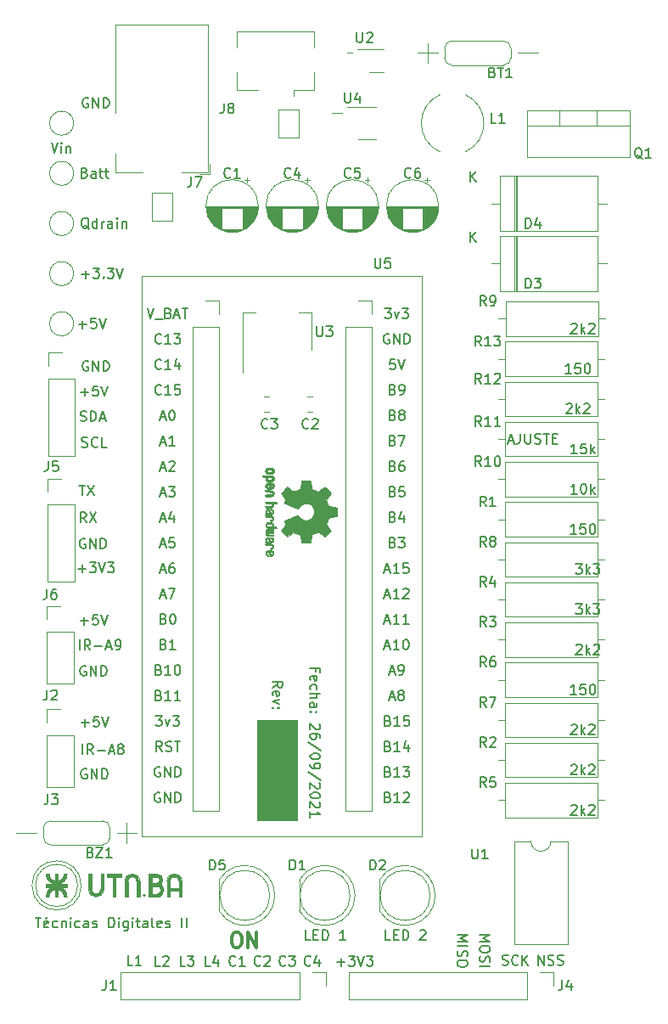
<source format=gbr>
%TF.GenerationSoftware,KiCad,Pcbnew,5.1.10-88a1d61d58~90~ubuntu20.04.1*%
%TF.CreationDate,2021-09-30T19:26:00-03:00*%
%TF.ProjectId,project,70726f6a-6563-4742-9e6b-696361645f70,v1.5*%
%TF.SameCoordinates,Original*%
%TF.FileFunction,Legend,Top*%
%TF.FilePolarity,Positive*%
%FSLAX46Y46*%
G04 Gerber Fmt 4.6, Leading zero omitted, Abs format (unit mm)*
G04 Created by KiCad (PCBNEW 5.1.10-88a1d61d58~90~ubuntu20.04.1) date 2021-09-30 19:26:00*
%MOMM*%
%LPD*%
G01*
G04 APERTURE LIST*
%ADD10C,0.150000*%
%ADD11C,0.100000*%
%ADD12C,0.200000*%
%ADD13C,0.120000*%
%ADD14C,0.300000*%
%ADD15C,0.010000*%
%ADD16C,0.050000*%
%ADD17C,0.250000*%
%ADD18C,0.280000*%
G04 APERTURE END LIST*
D10*
X124833333Y-143931142D02*
X124785714Y-143978761D01*
X124642857Y-144026380D01*
X124547619Y-144026380D01*
X124404761Y-143978761D01*
X124309523Y-143883523D01*
X124261904Y-143788285D01*
X124214285Y-143597809D01*
X124214285Y-143454952D01*
X124261904Y-143264476D01*
X124309523Y-143169238D01*
X124404761Y-143074000D01*
X124547619Y-143026380D01*
X124642857Y-143026380D01*
X124785714Y-143074000D01*
X124833333Y-143121619D01*
X125690476Y-143359714D02*
X125690476Y-144026380D01*
X125452380Y-142978761D02*
X125214285Y-143693047D01*
X125833333Y-143693047D01*
X122333333Y-143931142D02*
X122285714Y-143978761D01*
X122142857Y-144026380D01*
X122047619Y-144026380D01*
X121904761Y-143978761D01*
X121809523Y-143883523D01*
X121761904Y-143788285D01*
X121714285Y-143597809D01*
X121714285Y-143454952D01*
X121761904Y-143264476D01*
X121809523Y-143169238D01*
X121904761Y-143074000D01*
X122047619Y-143026380D01*
X122142857Y-143026380D01*
X122285714Y-143074000D01*
X122333333Y-143121619D01*
X122666666Y-143026380D02*
X123285714Y-143026380D01*
X122952380Y-143407333D01*
X123095238Y-143407333D01*
X123190476Y-143454952D01*
X123238095Y-143502571D01*
X123285714Y-143597809D01*
X123285714Y-143835904D01*
X123238095Y-143931142D01*
X123190476Y-143978761D01*
X123095238Y-144026380D01*
X122809523Y-144026380D01*
X122714285Y-143978761D01*
X122666666Y-143931142D01*
X119833333Y-143931142D02*
X119785714Y-143978761D01*
X119642857Y-144026380D01*
X119547619Y-144026380D01*
X119404761Y-143978761D01*
X119309523Y-143883523D01*
X119261904Y-143788285D01*
X119214285Y-143597809D01*
X119214285Y-143454952D01*
X119261904Y-143264476D01*
X119309523Y-143169238D01*
X119404761Y-143074000D01*
X119547619Y-143026380D01*
X119642857Y-143026380D01*
X119785714Y-143074000D01*
X119833333Y-143121619D01*
X120214285Y-143121619D02*
X120261904Y-143074000D01*
X120357142Y-143026380D01*
X120595238Y-143026380D01*
X120690476Y-143074000D01*
X120738095Y-143121619D01*
X120785714Y-143216857D01*
X120785714Y-143312095D01*
X120738095Y-143454952D01*
X120166666Y-144026380D01*
X120785714Y-144026380D01*
X117333333Y-143931142D02*
X117285714Y-143978761D01*
X117142857Y-144026380D01*
X117047619Y-144026380D01*
X116904761Y-143978761D01*
X116809523Y-143883523D01*
X116761904Y-143788285D01*
X116714285Y-143597809D01*
X116714285Y-143454952D01*
X116761904Y-143264476D01*
X116809523Y-143169238D01*
X116904761Y-143074000D01*
X117047619Y-143026380D01*
X117142857Y-143026380D01*
X117285714Y-143074000D01*
X117333333Y-143121619D01*
X118285714Y-144026380D02*
X117714285Y-144026380D01*
X118000000Y-144026380D02*
X118000000Y-143026380D01*
X117904761Y-143169238D01*
X117809523Y-143264476D01*
X117714285Y-143312095D01*
X114833333Y-144026380D02*
X114357142Y-144026380D01*
X114357142Y-143026380D01*
X115595238Y-143359714D02*
X115595238Y-144026380D01*
X115357142Y-142978761D02*
X115119047Y-143693047D01*
X115738095Y-143693047D01*
X112333333Y-144026380D02*
X111857142Y-144026380D01*
X111857142Y-143026380D01*
X112571428Y-143026380D02*
X113190476Y-143026380D01*
X112857142Y-143407333D01*
X113000000Y-143407333D01*
X113095238Y-143454952D01*
X113142857Y-143502571D01*
X113190476Y-143597809D01*
X113190476Y-143835904D01*
X113142857Y-143931142D01*
X113095238Y-143978761D01*
X113000000Y-144026380D01*
X112714285Y-144026380D01*
X112619047Y-143978761D01*
X112571428Y-143931142D01*
X109833333Y-144026380D02*
X109357142Y-144026380D01*
X109357142Y-143026380D01*
X110119047Y-143121619D02*
X110166666Y-143074000D01*
X110261904Y-143026380D01*
X110500000Y-143026380D01*
X110595238Y-143074000D01*
X110642857Y-143121619D01*
X110690476Y-143216857D01*
X110690476Y-143312095D01*
X110642857Y-143454952D01*
X110071428Y-144026380D01*
X110690476Y-144026380D01*
X107083333Y-143952380D02*
X106607142Y-143952380D01*
X106607142Y-142952380D01*
X107940476Y-143952380D02*
X107369047Y-143952380D01*
X107654761Y-143952380D02*
X107654761Y-142952380D01*
X107559523Y-143095238D01*
X107464285Y-143190476D01*
X107369047Y-143238095D01*
X143964285Y-143904761D02*
X144107142Y-143952380D01*
X144345238Y-143952380D01*
X144440476Y-143904761D01*
X144488095Y-143857142D01*
X144535714Y-143761904D01*
X144535714Y-143666666D01*
X144488095Y-143571428D01*
X144440476Y-143523809D01*
X144345238Y-143476190D01*
X144154761Y-143428571D01*
X144059523Y-143380952D01*
X144011904Y-143333333D01*
X143964285Y-143238095D01*
X143964285Y-143142857D01*
X144011904Y-143047619D01*
X144059523Y-143000000D01*
X144154761Y-142952380D01*
X144392857Y-142952380D01*
X144535714Y-143000000D01*
X145535714Y-143857142D02*
X145488095Y-143904761D01*
X145345238Y-143952380D01*
X145250000Y-143952380D01*
X145107142Y-143904761D01*
X145011904Y-143809523D01*
X144964285Y-143714285D01*
X144916666Y-143523809D01*
X144916666Y-143380952D01*
X144964285Y-143190476D01*
X145011904Y-143095238D01*
X145107142Y-143000000D01*
X145250000Y-142952380D01*
X145345238Y-142952380D01*
X145488095Y-143000000D01*
X145535714Y-143047619D01*
X145964285Y-143952380D02*
X145964285Y-142952380D01*
X146535714Y-143952380D02*
X146107142Y-143380952D01*
X146535714Y-142952380D02*
X145964285Y-143523809D01*
X127488095Y-143645428D02*
X128250000Y-143645428D01*
X127869047Y-144026380D02*
X127869047Y-143264476D01*
X128630952Y-143026380D02*
X129250000Y-143026380D01*
X128916666Y-143407333D01*
X129059523Y-143407333D01*
X129154761Y-143454952D01*
X129202380Y-143502571D01*
X129250000Y-143597809D01*
X129250000Y-143835904D01*
X129202380Y-143931142D01*
X129154761Y-143978761D01*
X129059523Y-144026380D01*
X128773809Y-144026380D01*
X128678571Y-143978761D01*
X128630952Y-143931142D01*
X129535714Y-143026380D02*
X129869047Y-144026380D01*
X130202380Y-143026380D01*
X130440476Y-143026380D02*
X131059523Y-143026380D01*
X130726190Y-143407333D01*
X130869047Y-143407333D01*
X130964285Y-143454952D01*
X131011904Y-143502571D01*
X131059523Y-143597809D01*
X131059523Y-143835904D01*
X131011904Y-143931142D01*
X130964285Y-143978761D01*
X130869047Y-144026380D01*
X130583333Y-144026380D01*
X130488095Y-143978761D01*
X130440476Y-143931142D01*
X141723619Y-140928571D02*
X142723619Y-140928571D01*
X142009333Y-141261904D01*
X142723619Y-141595238D01*
X141723619Y-141595238D01*
X142723619Y-142261904D02*
X142723619Y-142452380D01*
X142676000Y-142547619D01*
X142580761Y-142642857D01*
X142390285Y-142690476D01*
X142056952Y-142690476D01*
X141866476Y-142642857D01*
X141771238Y-142547619D01*
X141723619Y-142452380D01*
X141723619Y-142261904D01*
X141771238Y-142166666D01*
X141866476Y-142071428D01*
X142056952Y-142023809D01*
X142390285Y-142023809D01*
X142580761Y-142071428D01*
X142676000Y-142166666D01*
X142723619Y-142261904D01*
X141771238Y-143071428D02*
X141723619Y-143214285D01*
X141723619Y-143452380D01*
X141771238Y-143547619D01*
X141818857Y-143595238D01*
X141914095Y-143642857D01*
X142009333Y-143642857D01*
X142104571Y-143595238D01*
X142152190Y-143547619D01*
X142199809Y-143452380D01*
X142247428Y-143261904D01*
X142295047Y-143166666D01*
X142342666Y-143119047D01*
X142437904Y-143071428D01*
X142533142Y-143071428D01*
X142628380Y-143119047D01*
X142676000Y-143166666D01*
X142723619Y-143261904D01*
X142723619Y-143500000D01*
X142676000Y-143642857D01*
X141723619Y-144071428D02*
X142723619Y-144071428D01*
X139473619Y-140928571D02*
X140473619Y-140928571D01*
X139759333Y-141261904D01*
X140473619Y-141595238D01*
X139473619Y-141595238D01*
X139473619Y-142071428D02*
X140473619Y-142071428D01*
X139521238Y-142500000D02*
X139473619Y-142642857D01*
X139473619Y-142880952D01*
X139521238Y-142976190D01*
X139568857Y-143023809D01*
X139664095Y-143071428D01*
X139759333Y-143071428D01*
X139854571Y-143023809D01*
X139902190Y-142976190D01*
X139949809Y-142880952D01*
X139997428Y-142690476D01*
X140045047Y-142595238D01*
X140092666Y-142547619D01*
X140187904Y-142500000D01*
X140283142Y-142500000D01*
X140378380Y-142547619D01*
X140426000Y-142595238D01*
X140473619Y-142690476D01*
X140473619Y-142928571D01*
X140426000Y-143071428D01*
X140473619Y-143690476D02*
X140473619Y-143880952D01*
X140426000Y-143976190D01*
X140330761Y-144071428D01*
X140140285Y-144119047D01*
X139806952Y-144119047D01*
X139616476Y-144071428D01*
X139521238Y-143976190D01*
X139473619Y-143880952D01*
X139473619Y-143690476D01*
X139521238Y-143595238D01*
X139616476Y-143500000D01*
X139806952Y-143452380D01*
X140140285Y-143452380D01*
X140330761Y-143500000D01*
X140426000Y-143595238D01*
X140473619Y-143690476D01*
X147511904Y-143952380D02*
X147511904Y-142952380D01*
X148083333Y-143952380D01*
X148083333Y-142952380D01*
X148511904Y-143904761D02*
X148654761Y-143952380D01*
X148892857Y-143952380D01*
X148988095Y-143904761D01*
X149035714Y-143857142D01*
X149083333Y-143761904D01*
X149083333Y-143666666D01*
X149035714Y-143571428D01*
X148988095Y-143523809D01*
X148892857Y-143476190D01*
X148702380Y-143428571D01*
X148607142Y-143380952D01*
X148559523Y-143333333D01*
X148511904Y-143238095D01*
X148511904Y-143142857D01*
X148559523Y-143047619D01*
X148607142Y-143000000D01*
X148702380Y-142952380D01*
X148940476Y-142952380D01*
X149083333Y-143000000D01*
X149464285Y-143904761D02*
X149607142Y-143952380D01*
X149845238Y-143952380D01*
X149940476Y-143904761D01*
X149988095Y-143857142D01*
X150035714Y-143761904D01*
X150035714Y-143666666D01*
X149988095Y-143571428D01*
X149940476Y-143523809D01*
X149845238Y-143476190D01*
X149654761Y-143428571D01*
X149559523Y-143380952D01*
X149511904Y-143333333D01*
X149464285Y-143238095D01*
X149464285Y-143142857D01*
X149511904Y-143047619D01*
X149559523Y-143000000D01*
X149654761Y-142952380D01*
X149892857Y-142952380D01*
X150035714Y-143000000D01*
D11*
G36*
X123500000Y-129500000D02*
G01*
X119500000Y-129500000D01*
X119500000Y-119500000D01*
X123500000Y-119500000D01*
X123500000Y-129500000D01*
G37*
X123500000Y-129500000D02*
X119500000Y-129500000D01*
X119500000Y-119500000D01*
X123500000Y-119500000D01*
X123500000Y-129500000D01*
D12*
X121047619Y-116261904D02*
X121523809Y-115928571D01*
X121047619Y-115690476D02*
X122047619Y-115690476D01*
X122047619Y-116071428D01*
X122000000Y-116166666D01*
X121952380Y-116214285D01*
X121857142Y-116261904D01*
X121714285Y-116261904D01*
X121619047Y-116214285D01*
X121571428Y-116166666D01*
X121523809Y-116071428D01*
X121523809Y-115690476D01*
X121095238Y-117071428D02*
X121047619Y-116976190D01*
X121047619Y-116785714D01*
X121095238Y-116690476D01*
X121190476Y-116642857D01*
X121571428Y-116642857D01*
X121666666Y-116690476D01*
X121714285Y-116785714D01*
X121714285Y-116976190D01*
X121666666Y-117071428D01*
X121571428Y-117119047D01*
X121476190Y-117119047D01*
X121380952Y-116642857D01*
X121714285Y-117452380D02*
X121047619Y-117690476D01*
X121714285Y-117928571D01*
X121142857Y-118309523D02*
X121095238Y-118357142D01*
X121047619Y-118309523D01*
X121095238Y-118261904D01*
X121142857Y-118309523D01*
X121047619Y-118309523D01*
X121666666Y-118309523D02*
X121619047Y-118357142D01*
X121571428Y-118309523D01*
X121619047Y-118261904D01*
X121666666Y-118309523D01*
X121571428Y-118309523D01*
X125321428Y-114654761D02*
X125321428Y-114321428D01*
X124797619Y-114321428D02*
X125797619Y-114321428D01*
X125797619Y-114797619D01*
X124845238Y-115559523D02*
X124797619Y-115464285D01*
X124797619Y-115273809D01*
X124845238Y-115178571D01*
X124940476Y-115130952D01*
X125321428Y-115130952D01*
X125416666Y-115178571D01*
X125464285Y-115273809D01*
X125464285Y-115464285D01*
X125416666Y-115559523D01*
X125321428Y-115607142D01*
X125226190Y-115607142D01*
X125130952Y-115130952D01*
X124845238Y-116464285D02*
X124797619Y-116369047D01*
X124797619Y-116178571D01*
X124845238Y-116083333D01*
X124892857Y-116035714D01*
X124988095Y-115988095D01*
X125273809Y-115988095D01*
X125369047Y-116035714D01*
X125416666Y-116083333D01*
X125464285Y-116178571D01*
X125464285Y-116369047D01*
X125416666Y-116464285D01*
X124797619Y-116892857D02*
X125797619Y-116892857D01*
X124797619Y-117321428D02*
X125321428Y-117321428D01*
X125416666Y-117273809D01*
X125464285Y-117178571D01*
X125464285Y-117035714D01*
X125416666Y-116940476D01*
X125369047Y-116892857D01*
X124797619Y-118226190D02*
X125321428Y-118226190D01*
X125416666Y-118178571D01*
X125464285Y-118083333D01*
X125464285Y-117892857D01*
X125416666Y-117797619D01*
X124845238Y-118226190D02*
X124797619Y-118130952D01*
X124797619Y-117892857D01*
X124845238Y-117797619D01*
X124940476Y-117750000D01*
X125035714Y-117750000D01*
X125130952Y-117797619D01*
X125178571Y-117892857D01*
X125178571Y-118130952D01*
X125226190Y-118226190D01*
X124892857Y-118702380D02*
X124845238Y-118750000D01*
X124797619Y-118702380D01*
X124845238Y-118654761D01*
X124892857Y-118702380D01*
X124797619Y-118702380D01*
X125416666Y-118702380D02*
X125369047Y-118750000D01*
X125321428Y-118702380D01*
X125369047Y-118654761D01*
X125416666Y-118702380D01*
X125321428Y-118702380D01*
X125702380Y-119892857D02*
X125750000Y-119940476D01*
X125797619Y-120035714D01*
X125797619Y-120273809D01*
X125750000Y-120369047D01*
X125702380Y-120416666D01*
X125607142Y-120464285D01*
X125511904Y-120464285D01*
X125369047Y-120416666D01*
X124797619Y-119845238D01*
X124797619Y-120464285D01*
X125797619Y-121321428D02*
X125797619Y-121130952D01*
X125750000Y-121035714D01*
X125702380Y-120988095D01*
X125559523Y-120892857D01*
X125369047Y-120845238D01*
X124988095Y-120845238D01*
X124892857Y-120892857D01*
X124845238Y-120940476D01*
X124797619Y-121035714D01*
X124797619Y-121226190D01*
X124845238Y-121321428D01*
X124892857Y-121369047D01*
X124988095Y-121416666D01*
X125226190Y-121416666D01*
X125321428Y-121369047D01*
X125369047Y-121321428D01*
X125416666Y-121226190D01*
X125416666Y-121035714D01*
X125369047Y-120940476D01*
X125321428Y-120892857D01*
X125226190Y-120845238D01*
X125845238Y-122559523D02*
X124559523Y-121702380D01*
X125797619Y-123083333D02*
X125797619Y-123178571D01*
X125750000Y-123273809D01*
X125702380Y-123321428D01*
X125607142Y-123369047D01*
X125416666Y-123416666D01*
X125178571Y-123416666D01*
X124988095Y-123369047D01*
X124892857Y-123321428D01*
X124845238Y-123273809D01*
X124797619Y-123178571D01*
X124797619Y-123083333D01*
X124845238Y-122988095D01*
X124892857Y-122940476D01*
X124988095Y-122892857D01*
X125178571Y-122845238D01*
X125416666Y-122845238D01*
X125607142Y-122892857D01*
X125702380Y-122940476D01*
X125750000Y-122988095D01*
X125797619Y-123083333D01*
X124797619Y-123892857D02*
X124797619Y-124083333D01*
X124845238Y-124178571D01*
X124892857Y-124226190D01*
X125035714Y-124321428D01*
X125226190Y-124369047D01*
X125607142Y-124369047D01*
X125702380Y-124321428D01*
X125750000Y-124273809D01*
X125797619Y-124178571D01*
X125797619Y-123988095D01*
X125750000Y-123892857D01*
X125702380Y-123845238D01*
X125607142Y-123797619D01*
X125369047Y-123797619D01*
X125273809Y-123845238D01*
X125226190Y-123892857D01*
X125178571Y-123988095D01*
X125178571Y-124178571D01*
X125226190Y-124273809D01*
X125273809Y-124321428D01*
X125369047Y-124369047D01*
X125845238Y-125511904D02*
X124559523Y-124654761D01*
X125702380Y-125797619D02*
X125750000Y-125845238D01*
X125797619Y-125940476D01*
X125797619Y-126178571D01*
X125750000Y-126273809D01*
X125702380Y-126321428D01*
X125607142Y-126369047D01*
X125511904Y-126369047D01*
X125369047Y-126321428D01*
X124797619Y-125750000D01*
X124797619Y-126369047D01*
X125797619Y-126988095D02*
X125797619Y-127083333D01*
X125750000Y-127178571D01*
X125702380Y-127226190D01*
X125607142Y-127273809D01*
X125416666Y-127321428D01*
X125178571Y-127321428D01*
X124988095Y-127273809D01*
X124892857Y-127226190D01*
X124845238Y-127178571D01*
X124797619Y-127083333D01*
X124797619Y-126988095D01*
X124845238Y-126892857D01*
X124892857Y-126845238D01*
X124988095Y-126797619D01*
X125178571Y-126749999D01*
X125416666Y-126749999D01*
X125607142Y-126797619D01*
X125702380Y-126845238D01*
X125750000Y-126892857D01*
X125797619Y-126988095D01*
X125702380Y-127702380D02*
X125750000Y-127749999D01*
X125797619Y-127845238D01*
X125797619Y-128083333D01*
X125750000Y-128178571D01*
X125702380Y-128226190D01*
X125607142Y-128273809D01*
X125511904Y-128273809D01*
X125369047Y-128226190D01*
X124797619Y-127654761D01*
X124797619Y-128273809D01*
X124797619Y-129226190D02*
X124797619Y-128654761D01*
X124797619Y-128940476D02*
X125797619Y-128940476D01*
X125654761Y-128845238D01*
X125559523Y-128749999D01*
X125511904Y-128654761D01*
D10*
X102638095Y-57500000D02*
X102542857Y-57452380D01*
X102400000Y-57452380D01*
X102257142Y-57500000D01*
X102161904Y-57595238D01*
X102114285Y-57690476D01*
X102066666Y-57880952D01*
X102066666Y-58023809D01*
X102114285Y-58214285D01*
X102161904Y-58309523D01*
X102257142Y-58404761D01*
X102400000Y-58452380D01*
X102495238Y-58452380D01*
X102638095Y-58404761D01*
X102685714Y-58357142D01*
X102685714Y-58023809D01*
X102495238Y-58023809D01*
X103114285Y-58452380D02*
X103114285Y-57452380D01*
X103685714Y-58452380D01*
X103685714Y-57452380D01*
X104161904Y-58452380D02*
X104161904Y-57452380D01*
X104400000Y-57452380D01*
X104542857Y-57500000D01*
X104638095Y-57595238D01*
X104685714Y-57690476D01*
X104733333Y-57880952D01*
X104733333Y-58023809D01*
X104685714Y-58214285D01*
X104638095Y-58309523D01*
X104542857Y-58404761D01*
X104400000Y-58452380D01*
X104161904Y-58452380D01*
D12*
X97380952Y-139202380D02*
X97952380Y-139202380D01*
X97666666Y-140202380D02*
X97666666Y-139202380D01*
X98666666Y-140154761D02*
X98571428Y-140202380D01*
X98380952Y-140202380D01*
X98285714Y-140154761D01*
X98238095Y-140059523D01*
X98238095Y-139678571D01*
X98285714Y-139583333D01*
X98380952Y-139535714D01*
X98571428Y-139535714D01*
X98666666Y-139583333D01*
X98714285Y-139678571D01*
X98714285Y-139773809D01*
X98238095Y-139869047D01*
X98571428Y-139154761D02*
X98428571Y-139297619D01*
X99571428Y-140154761D02*
X99476190Y-140202380D01*
X99285714Y-140202380D01*
X99190476Y-140154761D01*
X99142857Y-140107142D01*
X99095238Y-140011904D01*
X99095238Y-139726190D01*
X99142857Y-139630952D01*
X99190476Y-139583333D01*
X99285714Y-139535714D01*
X99476190Y-139535714D01*
X99571428Y-139583333D01*
X100000000Y-139535714D02*
X100000000Y-140202380D01*
X100000000Y-139630952D02*
X100047619Y-139583333D01*
X100142857Y-139535714D01*
X100285714Y-139535714D01*
X100380952Y-139583333D01*
X100428571Y-139678571D01*
X100428571Y-140202380D01*
X100904761Y-140202380D02*
X100904761Y-139535714D01*
X100904761Y-139202380D02*
X100857142Y-139250000D01*
X100904761Y-139297619D01*
X100952380Y-139250000D01*
X100904761Y-139202380D01*
X100904761Y-139297619D01*
X101809523Y-140154761D02*
X101714285Y-140202380D01*
X101523809Y-140202380D01*
X101428571Y-140154761D01*
X101380952Y-140107142D01*
X101333333Y-140011904D01*
X101333333Y-139726190D01*
X101380952Y-139630952D01*
X101428571Y-139583333D01*
X101523809Y-139535714D01*
X101714285Y-139535714D01*
X101809523Y-139583333D01*
X102666666Y-140202380D02*
X102666666Y-139678571D01*
X102619047Y-139583333D01*
X102523809Y-139535714D01*
X102333333Y-139535714D01*
X102238095Y-139583333D01*
X102666666Y-140154761D02*
X102571428Y-140202380D01*
X102333333Y-140202380D01*
X102238095Y-140154761D01*
X102190476Y-140059523D01*
X102190476Y-139964285D01*
X102238095Y-139869047D01*
X102333333Y-139821428D01*
X102571428Y-139821428D01*
X102666666Y-139773809D01*
X103095238Y-140154761D02*
X103190476Y-140202380D01*
X103380952Y-140202380D01*
X103476190Y-140154761D01*
X103523809Y-140059523D01*
X103523809Y-140011904D01*
X103476190Y-139916666D01*
X103380952Y-139869047D01*
X103238095Y-139869047D01*
X103142857Y-139821428D01*
X103095238Y-139726190D01*
X103095238Y-139678571D01*
X103142857Y-139583333D01*
X103238095Y-139535714D01*
X103380952Y-139535714D01*
X103476190Y-139583333D01*
X104714285Y-140202380D02*
X104714285Y-139202380D01*
X104952380Y-139202380D01*
X105095238Y-139250000D01*
X105190476Y-139345238D01*
X105238095Y-139440476D01*
X105285714Y-139630952D01*
X105285714Y-139773809D01*
X105238095Y-139964285D01*
X105190476Y-140059523D01*
X105095238Y-140154761D01*
X104952380Y-140202380D01*
X104714285Y-140202380D01*
X105714285Y-140202380D02*
X105714285Y-139535714D01*
X105714285Y-139202380D02*
X105666666Y-139250000D01*
X105714285Y-139297619D01*
X105761904Y-139250000D01*
X105714285Y-139202380D01*
X105714285Y-139297619D01*
X106619047Y-139535714D02*
X106619047Y-140345238D01*
X106571428Y-140440476D01*
X106523809Y-140488095D01*
X106428571Y-140535714D01*
X106285714Y-140535714D01*
X106190476Y-140488095D01*
X106619047Y-140154761D02*
X106523809Y-140202380D01*
X106333333Y-140202380D01*
X106238095Y-140154761D01*
X106190476Y-140107142D01*
X106142857Y-140011904D01*
X106142857Y-139726190D01*
X106190476Y-139630952D01*
X106238095Y-139583333D01*
X106333333Y-139535714D01*
X106523809Y-139535714D01*
X106619047Y-139583333D01*
X107095238Y-140202380D02*
X107095238Y-139535714D01*
X107095238Y-139202380D02*
X107047619Y-139250000D01*
X107095238Y-139297619D01*
X107142857Y-139250000D01*
X107095238Y-139202380D01*
X107095238Y-139297619D01*
X107428571Y-139535714D02*
X107809523Y-139535714D01*
X107571428Y-139202380D02*
X107571428Y-140059523D01*
X107619047Y-140154761D01*
X107714285Y-140202380D01*
X107809523Y-140202380D01*
X108571428Y-140202380D02*
X108571428Y-139678571D01*
X108523809Y-139583333D01*
X108428571Y-139535714D01*
X108238095Y-139535714D01*
X108142857Y-139583333D01*
X108571428Y-140154761D02*
X108476190Y-140202380D01*
X108238095Y-140202380D01*
X108142857Y-140154761D01*
X108095238Y-140059523D01*
X108095238Y-139964285D01*
X108142857Y-139869047D01*
X108238095Y-139821428D01*
X108476190Y-139821428D01*
X108571428Y-139773809D01*
X109190476Y-140202380D02*
X109095238Y-140154761D01*
X109047619Y-140059523D01*
X109047619Y-139202380D01*
X109952380Y-140154761D02*
X109857142Y-140202380D01*
X109666666Y-140202380D01*
X109571428Y-140154761D01*
X109523809Y-140059523D01*
X109523809Y-139678571D01*
X109571428Y-139583333D01*
X109666666Y-139535714D01*
X109857142Y-139535714D01*
X109952380Y-139583333D01*
X110000000Y-139678571D01*
X110000000Y-139773809D01*
X109523809Y-139869047D01*
X110380952Y-140154761D02*
X110476190Y-140202380D01*
X110666666Y-140202380D01*
X110761904Y-140154761D01*
X110809523Y-140059523D01*
X110809523Y-140011904D01*
X110761904Y-139916666D01*
X110666666Y-139869047D01*
X110523809Y-139869047D01*
X110428571Y-139821428D01*
X110380952Y-139726190D01*
X110380952Y-139678571D01*
X110428571Y-139583333D01*
X110523809Y-139535714D01*
X110666666Y-139535714D01*
X110761904Y-139583333D01*
X112000000Y-140202380D02*
X112000000Y-139202380D01*
X112476190Y-140202380D02*
X112476190Y-139202380D01*
D13*
X128500000Y-53000000D02*
X129000000Y-53000000D01*
X127000000Y-59000000D02*
X128000000Y-59000000D01*
D10*
X102455333Y-99804380D02*
X102122000Y-99328190D01*
X101883904Y-99804380D02*
X101883904Y-98804380D01*
X102264857Y-98804380D01*
X102360095Y-98852000D01*
X102407714Y-98899619D01*
X102455333Y-98994857D01*
X102455333Y-99137714D01*
X102407714Y-99232952D01*
X102360095Y-99280571D01*
X102264857Y-99328190D01*
X101883904Y-99328190D01*
X102788666Y-98804380D02*
X103455333Y-99804380D01*
X103455333Y-98804380D02*
X102788666Y-99804380D01*
X101760095Y-96104380D02*
X102331523Y-96104380D01*
X102045809Y-97104380D02*
X102045809Y-96104380D01*
X102569619Y-96104380D02*
X103236285Y-97104380D01*
X103236285Y-96104380D02*
X102569619Y-97104380D01*
X102009523Y-92254761D02*
X102152380Y-92302380D01*
X102390476Y-92302380D01*
X102485714Y-92254761D01*
X102533333Y-92207142D01*
X102580952Y-92111904D01*
X102580952Y-92016666D01*
X102533333Y-91921428D01*
X102485714Y-91873809D01*
X102390476Y-91826190D01*
X102200000Y-91778571D01*
X102104761Y-91730952D01*
X102057142Y-91683333D01*
X102009523Y-91588095D01*
X102009523Y-91492857D01*
X102057142Y-91397619D01*
X102104761Y-91350000D01*
X102200000Y-91302380D01*
X102438095Y-91302380D01*
X102580952Y-91350000D01*
X103580952Y-92207142D02*
X103533333Y-92254761D01*
X103390476Y-92302380D01*
X103295238Y-92302380D01*
X103152380Y-92254761D01*
X103057142Y-92159523D01*
X103009523Y-92064285D01*
X102961904Y-91873809D01*
X102961904Y-91730952D01*
X103009523Y-91540476D01*
X103057142Y-91445238D01*
X103152380Y-91350000D01*
X103295238Y-91302380D01*
X103390476Y-91302380D01*
X103533333Y-91350000D01*
X103580952Y-91397619D01*
X104485714Y-92302380D02*
X104009523Y-92302380D01*
X104009523Y-91302380D01*
X101885714Y-89654761D02*
X102028571Y-89702380D01*
X102266666Y-89702380D01*
X102361904Y-89654761D01*
X102409523Y-89607142D01*
X102457142Y-89511904D01*
X102457142Y-89416666D01*
X102409523Y-89321428D01*
X102361904Y-89273809D01*
X102266666Y-89226190D01*
X102076190Y-89178571D01*
X101980952Y-89130952D01*
X101933333Y-89083333D01*
X101885714Y-88988095D01*
X101885714Y-88892857D01*
X101933333Y-88797619D01*
X101980952Y-88750000D01*
X102076190Y-88702380D01*
X102314285Y-88702380D01*
X102457142Y-88750000D01*
X102885714Y-89702380D02*
X102885714Y-88702380D01*
X103123809Y-88702380D01*
X103266666Y-88750000D01*
X103361904Y-88845238D01*
X103409523Y-88940476D01*
X103457142Y-89130952D01*
X103457142Y-89273809D01*
X103409523Y-89464285D01*
X103361904Y-89559523D01*
X103266666Y-89654761D01*
X103123809Y-89702380D01*
X102885714Y-89702380D01*
X103838095Y-89416666D02*
X104314285Y-89416666D01*
X103742857Y-89702380D02*
X104076190Y-88702380D01*
X104409523Y-89702380D01*
X101802190Y-112506380D02*
X101802190Y-111506380D01*
X102849809Y-112506380D02*
X102516476Y-112030190D01*
X102278380Y-112506380D02*
X102278380Y-111506380D01*
X102659333Y-111506380D01*
X102754571Y-111554000D01*
X102802190Y-111601619D01*
X102849809Y-111696857D01*
X102849809Y-111839714D01*
X102802190Y-111934952D01*
X102754571Y-111982571D01*
X102659333Y-112030190D01*
X102278380Y-112030190D01*
X103278380Y-112125428D02*
X104040285Y-112125428D01*
X104468857Y-112220666D02*
X104945047Y-112220666D01*
X104373619Y-112506380D02*
X104706952Y-111506380D01*
X105040285Y-112506380D01*
X105421238Y-112506380D02*
X105611714Y-112506380D01*
X105706952Y-112458761D01*
X105754571Y-112411142D01*
X105849809Y-112268285D01*
X105897428Y-112077809D01*
X105897428Y-111696857D01*
X105849809Y-111601619D01*
X105802190Y-111554000D01*
X105706952Y-111506380D01*
X105516476Y-111506380D01*
X105421238Y-111554000D01*
X105373619Y-111601619D01*
X105326000Y-111696857D01*
X105326000Y-111934952D01*
X105373619Y-112030190D01*
X105421238Y-112077809D01*
X105516476Y-112125428D01*
X105706952Y-112125428D01*
X105802190Y-112077809D01*
X105849809Y-112030190D01*
X105897428Y-111934952D01*
X102085190Y-122916380D02*
X102085190Y-121916380D01*
X103132809Y-122916380D02*
X102799476Y-122440190D01*
X102561380Y-122916380D02*
X102561380Y-121916380D01*
X102942333Y-121916380D01*
X103037571Y-121964000D01*
X103085190Y-122011619D01*
X103132809Y-122106857D01*
X103132809Y-122249714D01*
X103085190Y-122344952D01*
X103037571Y-122392571D01*
X102942333Y-122440190D01*
X102561380Y-122440190D01*
X103561380Y-122535428D02*
X104323285Y-122535428D01*
X104751857Y-122630666D02*
X105228047Y-122630666D01*
X104656619Y-122916380D02*
X104989952Y-121916380D01*
X105323285Y-122916380D01*
X105799476Y-122344952D02*
X105704238Y-122297333D01*
X105656619Y-122249714D01*
X105609000Y-122154476D01*
X105609000Y-122106857D01*
X105656619Y-122011619D01*
X105704238Y-121964000D01*
X105799476Y-121916380D01*
X105989952Y-121916380D01*
X106085190Y-121964000D01*
X106132809Y-122011619D01*
X106180428Y-122106857D01*
X106180428Y-122154476D01*
X106132809Y-122249714D01*
X106085190Y-122297333D01*
X105989952Y-122344952D01*
X105799476Y-122344952D01*
X105704238Y-122392571D01*
X105656619Y-122440190D01*
X105609000Y-122535428D01*
X105609000Y-122725904D01*
X105656619Y-122821142D01*
X105704238Y-122868761D01*
X105799476Y-122916380D01*
X105989952Y-122916380D01*
X106085190Y-122868761D01*
X106132809Y-122821142D01*
X106180428Y-122725904D01*
X106180428Y-122535428D01*
X106132809Y-122440190D01*
X106085190Y-122392571D01*
X105989952Y-122344952D01*
X102497095Y-124414000D02*
X102401857Y-124366380D01*
X102259000Y-124366380D01*
X102116142Y-124414000D01*
X102020904Y-124509238D01*
X101973285Y-124604476D01*
X101925666Y-124794952D01*
X101925666Y-124937809D01*
X101973285Y-125128285D01*
X102020904Y-125223523D01*
X102116142Y-125318761D01*
X102259000Y-125366380D01*
X102354238Y-125366380D01*
X102497095Y-125318761D01*
X102544714Y-125271142D01*
X102544714Y-124937809D01*
X102354238Y-124937809D01*
X102973285Y-125366380D02*
X102973285Y-124366380D01*
X103544714Y-125366380D01*
X103544714Y-124366380D01*
X104020904Y-125366380D02*
X104020904Y-124366380D01*
X104259000Y-124366380D01*
X104401857Y-124414000D01*
X104497095Y-124509238D01*
X104544714Y-124604476D01*
X104592333Y-124794952D01*
X104592333Y-124937809D01*
X104544714Y-125128285D01*
X104497095Y-125223523D01*
X104401857Y-125318761D01*
X104259000Y-125366380D01*
X104020904Y-125366380D01*
X102414095Y-114154000D02*
X102318857Y-114106380D01*
X102176000Y-114106380D01*
X102033142Y-114154000D01*
X101937904Y-114249238D01*
X101890285Y-114344476D01*
X101842666Y-114534952D01*
X101842666Y-114677809D01*
X101890285Y-114868285D01*
X101937904Y-114963523D01*
X102033142Y-115058761D01*
X102176000Y-115106380D01*
X102271238Y-115106380D01*
X102414095Y-115058761D01*
X102461714Y-115011142D01*
X102461714Y-114677809D01*
X102271238Y-114677809D01*
X102890285Y-115106380D02*
X102890285Y-114106380D01*
X103461714Y-115106380D01*
X103461714Y-114106380D01*
X103937904Y-115106380D02*
X103937904Y-114106380D01*
X104176000Y-114106380D01*
X104318857Y-114154000D01*
X104414095Y-114249238D01*
X104461714Y-114344476D01*
X104509333Y-114534952D01*
X104509333Y-114677809D01*
X104461714Y-114868285D01*
X104414095Y-114963523D01*
X104318857Y-115058761D01*
X104176000Y-115106380D01*
X103937904Y-115106380D01*
X102638095Y-83750000D02*
X102542857Y-83702380D01*
X102400000Y-83702380D01*
X102257142Y-83750000D01*
X102161904Y-83845238D01*
X102114285Y-83940476D01*
X102066666Y-84130952D01*
X102066666Y-84273809D01*
X102114285Y-84464285D01*
X102161904Y-84559523D01*
X102257142Y-84654761D01*
X102400000Y-84702380D01*
X102495238Y-84702380D01*
X102638095Y-84654761D01*
X102685714Y-84607142D01*
X102685714Y-84273809D01*
X102495238Y-84273809D01*
X103114285Y-84702380D02*
X103114285Y-83702380D01*
X103685714Y-84702380D01*
X103685714Y-83702380D01*
X104161904Y-84702380D02*
X104161904Y-83702380D01*
X104400000Y-83702380D01*
X104542857Y-83750000D01*
X104638095Y-83845238D01*
X104685714Y-83940476D01*
X104733333Y-84130952D01*
X104733333Y-84273809D01*
X104685714Y-84464285D01*
X104638095Y-84559523D01*
X104542857Y-84654761D01*
X104400000Y-84702380D01*
X104161904Y-84702380D01*
X102360095Y-101452000D02*
X102264857Y-101404380D01*
X102122000Y-101404380D01*
X101979142Y-101452000D01*
X101883904Y-101547238D01*
X101836285Y-101642476D01*
X101788666Y-101832952D01*
X101788666Y-101975809D01*
X101836285Y-102166285D01*
X101883904Y-102261523D01*
X101979142Y-102356761D01*
X102122000Y-102404380D01*
X102217238Y-102404380D01*
X102360095Y-102356761D01*
X102407714Y-102309142D01*
X102407714Y-101975809D01*
X102217238Y-101975809D01*
X102836285Y-102404380D02*
X102836285Y-101404380D01*
X103407714Y-102404380D01*
X103407714Y-101404380D01*
X103883904Y-102404380D02*
X103883904Y-101404380D01*
X104122000Y-101404380D01*
X104264857Y-101452000D01*
X104360095Y-101547238D01*
X104407714Y-101642476D01*
X104455333Y-101832952D01*
X104455333Y-101975809D01*
X104407714Y-102166285D01*
X104360095Y-102261523D01*
X104264857Y-102356761D01*
X104122000Y-102404380D01*
X103883904Y-102404380D01*
X101660095Y-104423428D02*
X102422000Y-104423428D01*
X102041047Y-104804380D02*
X102041047Y-104042476D01*
X102802952Y-103804380D02*
X103422000Y-103804380D01*
X103088666Y-104185333D01*
X103231523Y-104185333D01*
X103326761Y-104232952D01*
X103374380Y-104280571D01*
X103422000Y-104375809D01*
X103422000Y-104613904D01*
X103374380Y-104709142D01*
X103326761Y-104756761D01*
X103231523Y-104804380D01*
X102945809Y-104804380D01*
X102850571Y-104756761D01*
X102802952Y-104709142D01*
X103707714Y-103804380D02*
X104041047Y-104804380D01*
X104374380Y-103804380D01*
X104612476Y-103804380D02*
X105231523Y-103804380D01*
X104898190Y-104185333D01*
X105041047Y-104185333D01*
X105136285Y-104232952D01*
X105183904Y-104280571D01*
X105231523Y-104375809D01*
X105231523Y-104613904D01*
X105183904Y-104709142D01*
X105136285Y-104756761D01*
X105041047Y-104804380D01*
X104755333Y-104804380D01*
X104660095Y-104756761D01*
X104612476Y-104709142D01*
X101914285Y-86821428D02*
X102676190Y-86821428D01*
X102295238Y-87202380D02*
X102295238Y-86440476D01*
X103628571Y-86202380D02*
X103152380Y-86202380D01*
X103104761Y-86678571D01*
X103152380Y-86630952D01*
X103247619Y-86583333D01*
X103485714Y-86583333D01*
X103580952Y-86630952D01*
X103628571Y-86678571D01*
X103676190Y-86773809D01*
X103676190Y-87011904D01*
X103628571Y-87107142D01*
X103580952Y-87154761D01*
X103485714Y-87202380D01*
X103247619Y-87202380D01*
X103152380Y-87154761D01*
X103104761Y-87107142D01*
X103961904Y-86202380D02*
X104295238Y-87202380D01*
X104628571Y-86202380D01*
X101890285Y-109625428D02*
X102652190Y-109625428D01*
X102271238Y-110006380D02*
X102271238Y-109244476D01*
X103604571Y-109006380D02*
X103128380Y-109006380D01*
X103080761Y-109482571D01*
X103128380Y-109434952D01*
X103223619Y-109387333D01*
X103461714Y-109387333D01*
X103556952Y-109434952D01*
X103604571Y-109482571D01*
X103652190Y-109577809D01*
X103652190Y-109815904D01*
X103604571Y-109911142D01*
X103556952Y-109958761D01*
X103461714Y-110006380D01*
X103223619Y-110006380D01*
X103128380Y-109958761D01*
X103080761Y-109911142D01*
X103937904Y-109006380D02*
X104271238Y-110006380D01*
X104604571Y-109006380D01*
X101973285Y-119785428D02*
X102735190Y-119785428D01*
X102354238Y-120166380D02*
X102354238Y-119404476D01*
X103687571Y-119166380D02*
X103211380Y-119166380D01*
X103163761Y-119642571D01*
X103211380Y-119594952D01*
X103306619Y-119547333D01*
X103544714Y-119547333D01*
X103639952Y-119594952D01*
X103687571Y-119642571D01*
X103735190Y-119737809D01*
X103735190Y-119975904D01*
X103687571Y-120071142D01*
X103639952Y-120118761D01*
X103544714Y-120166380D01*
X103306619Y-120166380D01*
X103211380Y-120118761D01*
X103163761Y-120071142D01*
X104020904Y-119166380D02*
X104354238Y-120166380D01*
X104687571Y-119166380D01*
D12*
X132800000Y-141452380D02*
X132323809Y-141452380D01*
X132323809Y-140452380D01*
X133133333Y-140928571D02*
X133466666Y-140928571D01*
X133609523Y-141452380D02*
X133133333Y-141452380D01*
X133133333Y-140452380D01*
X133609523Y-140452380D01*
X134038095Y-141452380D02*
X134038095Y-140452380D01*
X134276190Y-140452380D01*
X134419047Y-140500000D01*
X134514285Y-140595238D01*
X134561904Y-140690476D01*
X134609523Y-140880952D01*
X134609523Y-141023809D01*
X134561904Y-141214285D01*
X134514285Y-141309523D01*
X134419047Y-141404761D01*
X134276190Y-141452380D01*
X134038095Y-141452380D01*
X135752380Y-140547619D02*
X135800000Y-140500000D01*
X135895238Y-140452380D01*
X136133333Y-140452380D01*
X136228571Y-140500000D01*
X136276190Y-140547619D01*
X136323809Y-140642857D01*
X136323809Y-140738095D01*
X136276190Y-140880952D01*
X135704761Y-141452380D01*
X136323809Y-141452380D01*
X124800000Y-141452380D02*
X124323809Y-141452380D01*
X124323809Y-140452380D01*
X125133333Y-140928571D02*
X125466666Y-140928571D01*
X125609523Y-141452380D02*
X125133333Y-141452380D01*
X125133333Y-140452380D01*
X125609523Y-140452380D01*
X126038095Y-141452380D02*
X126038095Y-140452380D01*
X126276190Y-140452380D01*
X126419047Y-140500000D01*
X126514285Y-140595238D01*
X126561904Y-140690476D01*
X126609523Y-140880952D01*
X126609523Y-141023809D01*
X126561904Y-141214285D01*
X126514285Y-141309523D01*
X126419047Y-141404761D01*
X126276190Y-141452380D01*
X126038095Y-141452380D01*
X128323809Y-141452380D02*
X127752380Y-141452380D01*
X128038095Y-141452380D02*
X128038095Y-140452380D01*
X127942857Y-140595238D01*
X127847619Y-140690476D01*
X127752380Y-140738095D01*
D14*
X117321428Y-140678571D02*
X117607142Y-140678571D01*
X117750000Y-140750000D01*
X117892857Y-140892857D01*
X117964285Y-141178571D01*
X117964285Y-141678571D01*
X117892857Y-141964285D01*
X117750000Y-142107142D01*
X117607142Y-142178571D01*
X117321428Y-142178571D01*
X117178571Y-142107142D01*
X117035714Y-141964285D01*
X116964285Y-141678571D01*
X116964285Y-141178571D01*
X117035714Y-140892857D01*
X117178571Y-140750000D01*
X117321428Y-140678571D01*
X118607142Y-142178571D02*
X118607142Y-140678571D01*
X119464285Y-142178571D01*
X119464285Y-140678571D01*
D12*
X144547619Y-91666666D02*
X145023809Y-91666666D01*
X144452380Y-91952380D02*
X144785714Y-90952380D01*
X145119047Y-91952380D01*
X145738095Y-90952380D02*
X145738095Y-91666666D01*
X145690476Y-91809523D01*
X145595238Y-91904761D01*
X145452380Y-91952380D01*
X145357142Y-91952380D01*
X146214285Y-90952380D02*
X146214285Y-91761904D01*
X146261904Y-91857142D01*
X146309523Y-91904761D01*
X146404761Y-91952380D01*
X146595238Y-91952380D01*
X146690476Y-91904761D01*
X146738095Y-91857142D01*
X146785714Y-91761904D01*
X146785714Y-90952380D01*
X147214285Y-91904761D02*
X147357142Y-91952380D01*
X147595238Y-91952380D01*
X147690476Y-91904761D01*
X147738095Y-91857142D01*
X147785714Y-91761904D01*
X147785714Y-91666666D01*
X147738095Y-91571428D01*
X147690476Y-91523809D01*
X147595238Y-91476190D01*
X147404761Y-91428571D01*
X147309523Y-91380952D01*
X147261904Y-91333333D01*
X147214285Y-91238095D01*
X147214285Y-91142857D01*
X147261904Y-91047619D01*
X147309523Y-91000000D01*
X147404761Y-90952380D01*
X147642857Y-90952380D01*
X147785714Y-91000000D01*
X148071428Y-90952380D02*
X148642857Y-90952380D01*
X148357142Y-91952380D02*
X148357142Y-90952380D01*
X148976190Y-91428571D02*
X149309523Y-91428571D01*
X149452380Y-91952380D02*
X148976190Y-91952380D01*
X148976190Y-90952380D01*
X149452380Y-90952380D01*
D13*
%TO.C,C2*%
X124526248Y-87265000D02*
X125048752Y-87265000D01*
X124526248Y-88735000D02*
X125048752Y-88735000D01*
%TO.C,U3*%
X124910000Y-78840000D02*
X123650000Y-78840000D01*
X118090000Y-78840000D02*
X119350000Y-78840000D01*
X124910000Y-82600000D02*
X124910000Y-78840000D01*
X118090000Y-84850000D02*
X118090000Y-78840000D01*
%TO.C,C3*%
X120723752Y-88735000D02*
X120201248Y-88735000D01*
X120723752Y-87265000D02*
X120201248Y-87265000D01*
%TO.C,BZ1*%
X104100000Y-131950000D02*
X98900000Y-131950000D01*
X98200000Y-131250000D02*
X98200000Y-130250000D01*
X98900000Y-129550000D02*
X104100000Y-129550000D01*
X104800000Y-130250000D02*
X104800000Y-131250000D01*
X106500000Y-131750000D02*
X106500000Y-129750000D01*
X107500000Y-130750000D02*
X105500000Y-130750000D01*
X97500000Y-130750000D02*
X95500000Y-130750000D01*
X104800000Y-131250000D02*
G75*
G02*
X104100000Y-131950000I-700000J0D01*
G01*
X104100000Y-129550000D02*
G75*
G02*
X104800000Y-130250000I0J-700000D01*
G01*
X98200000Y-130250000D02*
G75*
G02*
X98900000Y-129550000I700000J0D01*
G01*
X98900000Y-131950000D02*
G75*
G02*
X98200000Y-131250000I0J700000D01*
G01*
%TO.C,BT1*%
X138900000Y-51800000D02*
X144100000Y-51800000D01*
X144800000Y-52500000D02*
X144800000Y-53500000D01*
X144100000Y-54200000D02*
X138900000Y-54200000D01*
X138200000Y-53500000D02*
X138200000Y-52500000D01*
X136500000Y-52000000D02*
X136500000Y-54000000D01*
X135500000Y-53000000D02*
X137500000Y-53000000D01*
X145500000Y-53000000D02*
X147500000Y-53000000D01*
X138200000Y-52500000D02*
G75*
G02*
X138900000Y-51800000I700000J0D01*
G01*
X138900000Y-54200000D02*
G75*
G02*
X138200000Y-53500000I0J700000D01*
G01*
X144800000Y-53500000D02*
G75*
G02*
X144100000Y-54200000I-700000J0D01*
G01*
X144100000Y-51800000D02*
G75*
G02*
X144800000Y-52500000I0J-700000D01*
G01*
D15*
%TO.C,REF\u002A\u002A*%
G36*
X121165495Y-95518886D02*
G01*
X121128273Y-95593539D01*
X121059739Y-95659431D01*
X121034352Y-95677577D01*
X121001134Y-95697345D01*
X120965055Y-95710172D01*
X120916902Y-95717510D01*
X120847464Y-95720813D01*
X120755794Y-95721538D01*
X120630170Y-95718263D01*
X120535846Y-95706877D01*
X120465477Y-95685041D01*
X120411714Y-95650419D01*
X120367212Y-95600670D01*
X120364577Y-95597014D01*
X120337623Y-95547985D01*
X120324288Y-95488945D01*
X120321000Y-95413859D01*
X120321000Y-95291795D01*
X120202503Y-95291744D01*
X120136508Y-95290608D01*
X120097798Y-95283686D01*
X120074581Y-95265598D01*
X120055067Y-95230962D01*
X120051080Y-95222645D01*
X120032397Y-95183720D01*
X120020597Y-95153583D01*
X120019578Y-95131174D01*
X120033239Y-95115433D01*
X120065478Y-95105302D01*
X120120196Y-95099723D01*
X120201289Y-95097635D01*
X120312656Y-95097981D01*
X120458198Y-95099700D01*
X120501731Y-95100237D01*
X120651795Y-95102172D01*
X120749958Y-95103904D01*
X120749958Y-95291692D01*
X120666636Y-95292748D01*
X120612120Y-95297438D01*
X120576163Y-95308051D01*
X120548518Y-95326872D01*
X120535035Y-95339650D01*
X120495583Y-95391890D01*
X120492372Y-95438142D01*
X120524951Y-95485867D01*
X120526154Y-95487077D01*
X120551332Y-95506494D01*
X120585553Y-95518307D01*
X120638252Y-95524265D01*
X120718869Y-95526120D01*
X120736729Y-95526154D01*
X120847825Y-95521670D01*
X120924839Y-95507074D01*
X120971853Y-95480650D01*
X120992950Y-95440683D01*
X120995077Y-95417584D01*
X120985100Y-95362762D01*
X120952248Y-95325158D01*
X120892143Y-95302523D01*
X120800402Y-95292606D01*
X120749958Y-95291692D01*
X120749958Y-95103904D01*
X120767940Y-95104222D01*
X120855321Y-95106873D01*
X120919095Y-95110606D01*
X120964418Y-95115907D01*
X120996445Y-95123258D01*
X121020332Y-95133143D01*
X121041236Y-95146046D01*
X121049102Y-95151579D01*
X121123405Y-95224969D01*
X121165533Y-95317760D01*
X121177278Y-95425096D01*
X121165495Y-95518886D01*
G37*
X121165495Y-95518886D02*
X121128273Y-95593539D01*
X121059739Y-95659431D01*
X121034352Y-95677577D01*
X121001134Y-95697345D01*
X120965055Y-95710172D01*
X120916902Y-95717510D01*
X120847464Y-95720813D01*
X120755794Y-95721538D01*
X120630170Y-95718263D01*
X120535846Y-95706877D01*
X120465477Y-95685041D01*
X120411714Y-95650419D01*
X120367212Y-95600670D01*
X120364577Y-95597014D01*
X120337623Y-95547985D01*
X120324288Y-95488945D01*
X120321000Y-95413859D01*
X120321000Y-95291795D01*
X120202503Y-95291744D01*
X120136508Y-95290608D01*
X120097798Y-95283686D01*
X120074581Y-95265598D01*
X120055067Y-95230962D01*
X120051080Y-95222645D01*
X120032397Y-95183720D01*
X120020597Y-95153583D01*
X120019578Y-95131174D01*
X120033239Y-95115433D01*
X120065478Y-95105302D01*
X120120196Y-95099723D01*
X120201289Y-95097635D01*
X120312656Y-95097981D01*
X120458198Y-95099700D01*
X120501731Y-95100237D01*
X120651795Y-95102172D01*
X120749958Y-95103904D01*
X120749958Y-95291692D01*
X120666636Y-95292748D01*
X120612120Y-95297438D01*
X120576163Y-95308051D01*
X120548518Y-95326872D01*
X120535035Y-95339650D01*
X120495583Y-95391890D01*
X120492372Y-95438142D01*
X120524951Y-95485867D01*
X120526154Y-95487077D01*
X120551332Y-95506494D01*
X120585553Y-95518307D01*
X120638252Y-95524265D01*
X120718869Y-95526120D01*
X120736729Y-95526154D01*
X120847825Y-95521670D01*
X120924839Y-95507074D01*
X120971853Y-95480650D01*
X120992950Y-95440683D01*
X120995077Y-95417584D01*
X120985100Y-95362762D01*
X120952248Y-95325158D01*
X120892143Y-95302523D01*
X120800402Y-95292606D01*
X120749958Y-95291692D01*
X120749958Y-95103904D01*
X120767940Y-95104222D01*
X120855321Y-95106873D01*
X120919095Y-95110606D01*
X120964418Y-95115907D01*
X120996445Y-95123258D01*
X121020332Y-95133143D01*
X121041236Y-95146046D01*
X121049102Y-95151579D01*
X121123405Y-95224969D01*
X121165533Y-95317760D01*
X121177278Y-95425096D01*
X121165495Y-95518886D01*
G36*
X121154911Y-97021664D02*
G01*
X121118642Y-97084367D01*
X121082642Y-97127961D01*
X121044925Y-97159845D01*
X120998801Y-97181810D01*
X120937579Y-97195649D01*
X120854569Y-97203153D01*
X120743081Y-97206117D01*
X120662938Y-97206461D01*
X120367935Y-97206461D01*
X120293485Y-97040385D01*
X120616598Y-97030615D01*
X120737271Y-97026579D01*
X120824859Y-97022344D01*
X120885350Y-97017097D01*
X120924732Y-97010025D01*
X120948993Y-97000311D01*
X120964120Y-96987144D01*
X120967394Y-96982919D01*
X120992966Y-96918909D01*
X120982847Y-96854208D01*
X120956000Y-96815692D01*
X120936976Y-96800025D01*
X120912012Y-96789180D01*
X120874166Y-96782288D01*
X120816498Y-96778479D01*
X120732065Y-96776883D01*
X120644072Y-96776615D01*
X120533677Y-96776563D01*
X120455537Y-96774672D01*
X120402835Y-96768345D01*
X120368758Y-96754983D01*
X120346489Y-96731985D01*
X120329213Y-96696754D01*
X120311262Y-96649697D01*
X120291722Y-96598303D01*
X120638515Y-96604421D01*
X120763532Y-96606884D01*
X120855918Y-96609767D01*
X120922119Y-96613898D01*
X120968580Y-96620107D01*
X121001744Y-96629226D01*
X121028056Y-96642083D01*
X121051271Y-96657584D01*
X121125431Y-96732371D01*
X121168316Y-96823628D01*
X121178588Y-96922883D01*
X121154911Y-97021664D01*
G37*
X121154911Y-97021664D02*
X121118642Y-97084367D01*
X121082642Y-97127961D01*
X121044925Y-97159845D01*
X120998801Y-97181810D01*
X120937579Y-97195649D01*
X120854569Y-97203153D01*
X120743081Y-97206117D01*
X120662938Y-97206461D01*
X120367935Y-97206461D01*
X120293485Y-97040385D01*
X120616598Y-97030615D01*
X120737271Y-97026579D01*
X120824859Y-97022344D01*
X120885350Y-97017097D01*
X120924732Y-97010025D01*
X120948993Y-97000311D01*
X120964120Y-96987144D01*
X120967394Y-96982919D01*
X120992966Y-96918909D01*
X120982847Y-96854208D01*
X120956000Y-96815692D01*
X120936976Y-96800025D01*
X120912012Y-96789180D01*
X120874166Y-96782288D01*
X120816498Y-96778479D01*
X120732065Y-96776883D01*
X120644072Y-96776615D01*
X120533677Y-96776563D01*
X120455537Y-96774672D01*
X120402835Y-96768345D01*
X120368758Y-96754983D01*
X120346489Y-96731985D01*
X120329213Y-96696754D01*
X120311262Y-96649697D01*
X120291722Y-96598303D01*
X120638515Y-96604421D01*
X120763532Y-96606884D01*
X120855918Y-96609767D01*
X120922119Y-96613898D01*
X120968580Y-96620107D01*
X121001744Y-96629226D01*
X121028056Y-96642083D01*
X121051271Y-96657584D01*
X121125431Y-96732371D01*
X121168316Y-96823628D01*
X121178588Y-96922883D01*
X121154911Y-97021664D01*
G36*
X121162744Y-94766886D02*
G01*
X121114591Y-94858464D01*
X121037095Y-94926049D01*
X120987273Y-94950057D01*
X120912467Y-94968738D01*
X120817948Y-94978301D01*
X120714790Y-94979208D01*
X120614065Y-94971921D01*
X120526847Y-94956903D01*
X120464209Y-94934615D01*
X120453421Y-94927765D01*
X120372895Y-94846632D01*
X120324664Y-94750266D01*
X120310550Y-94645701D01*
X120332371Y-94539968D01*
X120345453Y-94510543D01*
X120385769Y-94453241D01*
X120439225Y-94402950D01*
X120446005Y-94398197D01*
X120478679Y-94378878D01*
X120513606Y-94366108D01*
X120559586Y-94358564D01*
X120625416Y-94354924D01*
X120719895Y-94353865D01*
X120741077Y-94353846D01*
X120747818Y-94353894D01*
X120747818Y-94549231D01*
X120658651Y-94550368D01*
X120599480Y-94554841D01*
X120561259Y-94564246D01*
X120534947Y-94580176D01*
X120526154Y-94588308D01*
X120492739Y-94635058D01*
X120494263Y-94680447D01*
X120523248Y-94726340D01*
X120554191Y-94753712D01*
X120599357Y-94769923D01*
X120670580Y-94779026D01*
X120678886Y-94779651D01*
X120807963Y-94781204D01*
X120903828Y-94764965D01*
X120965893Y-94731152D01*
X120993568Y-94679984D01*
X120995077Y-94661720D01*
X120987487Y-94613760D01*
X120961192Y-94580953D01*
X120910905Y-94560895D01*
X120831336Y-94551178D01*
X120747818Y-94549231D01*
X120747818Y-94353894D01*
X120841751Y-94354574D01*
X120912094Y-94357629D01*
X120960837Y-94364322D01*
X120996712Y-94375960D01*
X121028452Y-94393853D01*
X121034352Y-94397808D01*
X121113896Y-94464267D01*
X121160071Y-94536685D01*
X121178401Y-94624849D01*
X121179297Y-94654787D01*
X121162744Y-94766886D01*
G37*
X121162744Y-94766886D02*
X121114591Y-94858464D01*
X121037095Y-94926049D01*
X120987273Y-94950057D01*
X120912467Y-94968738D01*
X120817948Y-94978301D01*
X120714790Y-94979208D01*
X120614065Y-94971921D01*
X120526847Y-94956903D01*
X120464209Y-94934615D01*
X120453421Y-94927765D01*
X120372895Y-94846632D01*
X120324664Y-94750266D01*
X120310550Y-94645701D01*
X120332371Y-94539968D01*
X120345453Y-94510543D01*
X120385769Y-94453241D01*
X120439225Y-94402950D01*
X120446005Y-94398197D01*
X120478679Y-94378878D01*
X120513606Y-94366108D01*
X120559586Y-94358564D01*
X120625416Y-94354924D01*
X120719895Y-94353865D01*
X120741077Y-94353846D01*
X120747818Y-94353894D01*
X120747818Y-94549231D01*
X120658651Y-94550368D01*
X120599480Y-94554841D01*
X120561259Y-94564246D01*
X120534947Y-94580176D01*
X120526154Y-94588308D01*
X120492739Y-94635058D01*
X120494263Y-94680447D01*
X120523248Y-94726340D01*
X120554191Y-94753712D01*
X120599357Y-94769923D01*
X120670580Y-94779026D01*
X120678886Y-94779651D01*
X120807963Y-94781204D01*
X120903828Y-94764965D01*
X120965893Y-94731152D01*
X120993568Y-94679984D01*
X120995077Y-94661720D01*
X120987487Y-94613760D01*
X120961192Y-94580953D01*
X120910905Y-94560895D01*
X120831336Y-94551178D01*
X120747818Y-94549231D01*
X120747818Y-94353894D01*
X120841751Y-94354574D01*
X120912094Y-94357629D01*
X120960837Y-94364322D01*
X120996712Y-94375960D01*
X121028452Y-94393853D01*
X121034352Y-94397808D01*
X121113896Y-94464267D01*
X121160071Y-94536685D01*
X121178401Y-94624849D01*
X121179297Y-94654787D01*
X121162744Y-94766886D01*
G36*
X121150255Y-96284254D02*
G01*
X121098433Y-96361286D01*
X121023588Y-96420816D01*
X120928346Y-96456378D01*
X120858244Y-96463571D01*
X120828991Y-96462754D01*
X120806593Y-96455914D01*
X120786526Y-96437112D01*
X120764267Y-96400408D01*
X120735291Y-96339862D01*
X120695073Y-96249534D01*
X120694871Y-96249077D01*
X120656790Y-96165933D01*
X120622975Y-96097753D01*
X120597067Y-96051505D01*
X120582705Y-96034158D01*
X120582589Y-96034154D01*
X120551315Y-96049443D01*
X120516843Y-96085196D01*
X120492010Y-96126242D01*
X120487077Y-96147037D01*
X120504138Y-96203770D01*
X120546867Y-96252627D01*
X120593845Y-96276465D01*
X120628478Y-96299397D01*
X120667919Y-96344318D01*
X120701991Y-96397123D01*
X120720520Y-96443710D01*
X120721538Y-96453452D01*
X120704785Y-96464418D01*
X120661961Y-96465079D01*
X120604219Y-96457020D01*
X120542711Y-96441827D01*
X120488591Y-96421086D01*
X120486490Y-96420038D01*
X120399340Y-96357621D01*
X120340061Y-96276726D01*
X120310966Y-96184856D01*
X120314366Y-96089513D01*
X120352572Y-95998198D01*
X120355259Y-95994138D01*
X120420358Y-95922306D01*
X120505295Y-95875073D01*
X120616979Y-95848934D01*
X120648357Y-95845426D01*
X120796464Y-95839213D01*
X120865532Y-95846661D01*
X120865532Y-96034154D01*
X120822448Y-96036590D01*
X120809874Y-96049914D01*
X120819281Y-96083132D01*
X120841517Y-96135494D01*
X120869390Y-96194024D01*
X120870128Y-96195479D01*
X120896223Y-96245089D01*
X120913637Y-96265000D01*
X120931893Y-96260090D01*
X120955880Y-96239416D01*
X120990594Y-96186819D01*
X120993144Y-96130177D01*
X120967881Y-96079369D01*
X120919153Y-96044276D01*
X120865532Y-96034154D01*
X120865532Y-95846661D01*
X120914964Y-95851992D01*
X121008945Y-95884778D01*
X121074785Y-95930421D01*
X121141319Y-96012802D01*
X121174324Y-96103546D01*
X121176427Y-96196185D01*
X121150255Y-96284254D01*
G37*
X121150255Y-96284254D02*
X121098433Y-96361286D01*
X121023588Y-96420816D01*
X120928346Y-96456378D01*
X120858244Y-96463571D01*
X120828991Y-96462754D01*
X120806593Y-96455914D01*
X120786526Y-96437112D01*
X120764267Y-96400408D01*
X120735291Y-96339862D01*
X120695073Y-96249534D01*
X120694871Y-96249077D01*
X120656790Y-96165933D01*
X120622975Y-96097753D01*
X120597067Y-96051505D01*
X120582705Y-96034158D01*
X120582589Y-96034154D01*
X120551315Y-96049443D01*
X120516843Y-96085196D01*
X120492010Y-96126242D01*
X120487077Y-96147037D01*
X120504138Y-96203770D01*
X120546867Y-96252627D01*
X120593845Y-96276465D01*
X120628478Y-96299397D01*
X120667919Y-96344318D01*
X120701991Y-96397123D01*
X120720520Y-96443710D01*
X120721538Y-96453452D01*
X120704785Y-96464418D01*
X120661961Y-96465079D01*
X120604219Y-96457020D01*
X120542711Y-96441827D01*
X120488591Y-96421086D01*
X120486490Y-96420038D01*
X120399340Y-96357621D01*
X120340061Y-96276726D01*
X120310966Y-96184856D01*
X120314366Y-96089513D01*
X120352572Y-95998198D01*
X120355259Y-95994138D01*
X120420358Y-95922306D01*
X120505295Y-95875073D01*
X120616979Y-95848934D01*
X120648357Y-95845426D01*
X120796464Y-95839213D01*
X120865532Y-95846661D01*
X120865532Y-96034154D01*
X120822448Y-96036590D01*
X120809874Y-96049914D01*
X120819281Y-96083132D01*
X120841517Y-96135494D01*
X120869390Y-96194024D01*
X120870128Y-96195479D01*
X120896223Y-96245089D01*
X120913637Y-96265000D01*
X120931893Y-96260090D01*
X120955880Y-96239416D01*
X120990594Y-96186819D01*
X120993144Y-96130177D01*
X120967881Y-96079369D01*
X120919153Y-96044276D01*
X120865532Y-96034154D01*
X120865532Y-95846661D01*
X120914964Y-95851992D01*
X121008945Y-95884778D01*
X121074785Y-95930421D01*
X121141319Y-96012802D01*
X121174324Y-96103546D01*
X121176427Y-96196185D01*
X121150255Y-96284254D01*
G36*
X121257880Y-97909846D02*
G01*
X121178020Y-97915572D01*
X121130961Y-97922149D01*
X121110434Y-97931262D01*
X121110171Y-97944598D01*
X121112622Y-97948923D01*
X121130364Y-98006444D01*
X121129328Y-98081268D01*
X121111090Y-98157339D01*
X121087495Y-98204918D01*
X121049802Y-98253702D01*
X121007145Y-98289364D01*
X120952943Y-98313845D01*
X120880616Y-98329087D01*
X120783581Y-98337030D01*
X120655258Y-98339616D01*
X120630642Y-98339662D01*
X120354130Y-98339692D01*
X120332680Y-98278161D01*
X120318088Y-98234459D01*
X120311294Y-98210482D01*
X120311231Y-98209777D01*
X120329655Y-98207415D01*
X120380474Y-98205406D01*
X120457007Y-98203901D01*
X120552570Y-98203053D01*
X120610671Y-98202923D01*
X120725229Y-98202651D01*
X120807333Y-98201252D01*
X120863607Y-98197849D01*
X120900674Y-98191567D01*
X120925156Y-98181529D01*
X120943675Y-98166861D01*
X120952594Y-98157702D01*
X120988534Y-98094789D01*
X120991225Y-98026136D01*
X120960830Y-97963848D01*
X120949856Y-97952329D01*
X120929221Y-97935433D01*
X120904744Y-97923714D01*
X120869353Y-97916233D01*
X120815974Y-97912054D01*
X120737534Y-97910237D01*
X120629383Y-97909846D01*
X120354130Y-97909846D01*
X120332680Y-97848315D01*
X120318088Y-97804613D01*
X120311294Y-97780636D01*
X120311231Y-97779930D01*
X120329931Y-97778126D01*
X120382678Y-97776500D01*
X120464443Y-97775117D01*
X120570195Y-97774042D01*
X120694906Y-97773340D01*
X120833545Y-97773077D01*
X121368194Y-97773077D01*
X121421764Y-97900077D01*
X121257880Y-97909846D01*
G37*
X121257880Y-97909846D02*
X121178020Y-97915572D01*
X121130961Y-97922149D01*
X121110434Y-97931262D01*
X121110171Y-97944598D01*
X121112622Y-97948923D01*
X121130364Y-98006444D01*
X121129328Y-98081268D01*
X121111090Y-98157339D01*
X121087495Y-98204918D01*
X121049802Y-98253702D01*
X121007145Y-98289364D01*
X120952943Y-98313845D01*
X120880616Y-98329087D01*
X120783581Y-98337030D01*
X120655258Y-98339616D01*
X120630642Y-98339662D01*
X120354130Y-98339692D01*
X120332680Y-98278161D01*
X120318088Y-98234459D01*
X120311294Y-98210482D01*
X120311231Y-98209777D01*
X120329655Y-98207415D01*
X120380474Y-98205406D01*
X120457007Y-98203901D01*
X120552570Y-98203053D01*
X120610671Y-98202923D01*
X120725229Y-98202651D01*
X120807333Y-98201252D01*
X120863607Y-98197849D01*
X120900674Y-98191567D01*
X120925156Y-98181529D01*
X120943675Y-98166861D01*
X120952594Y-98157702D01*
X120988534Y-98094789D01*
X120991225Y-98026136D01*
X120960830Y-97963848D01*
X120949856Y-97952329D01*
X120929221Y-97935433D01*
X120904744Y-97923714D01*
X120869353Y-97916233D01*
X120815974Y-97912054D01*
X120737534Y-97910237D01*
X120629383Y-97909846D01*
X120354130Y-97909846D01*
X120332680Y-97848315D01*
X120318088Y-97804613D01*
X120311294Y-97780636D01*
X120311231Y-97779930D01*
X120329931Y-97778126D01*
X120382678Y-97776500D01*
X120464443Y-97775117D01*
X120570195Y-97774042D01*
X120694906Y-97773340D01*
X120833545Y-97773077D01*
X121368194Y-97773077D01*
X121421764Y-97900077D01*
X121257880Y-97909846D01*
G36*
X121123697Y-98803501D02*
G01*
X121095267Y-98880060D01*
X121094721Y-98880936D01*
X121059873Y-98928285D01*
X121019148Y-98963241D01*
X120966075Y-98987825D01*
X120894186Y-99004062D01*
X120797008Y-99013975D01*
X120668072Y-99019586D01*
X120649702Y-99020077D01*
X120372713Y-99027141D01*
X120341972Y-98967695D01*
X120321198Y-98924681D01*
X120311354Y-98898710D01*
X120311231Y-98897509D01*
X120329394Y-98893014D01*
X120378388Y-98889444D01*
X120449969Y-98887248D01*
X120507932Y-98886769D01*
X120601830Y-98886758D01*
X120660797Y-98882466D01*
X120688921Y-98867503D01*
X120690294Y-98835482D01*
X120669002Y-98780014D01*
X120629864Y-98696269D01*
X120597357Y-98634689D01*
X120569155Y-98603017D01*
X120538418Y-98593706D01*
X120536896Y-98593692D01*
X120483946Y-98609057D01*
X120455340Y-98654547D01*
X120451197Y-98724166D01*
X120451916Y-98774313D01*
X120437473Y-98800754D01*
X120402782Y-98817243D01*
X120358584Y-98826733D01*
X120333507Y-98813057D01*
X120329918Y-98807907D01*
X120315504Y-98759425D01*
X120313463Y-98691531D01*
X120323017Y-98621612D01*
X120340478Y-98572068D01*
X120398636Y-98503570D01*
X120479592Y-98464634D01*
X120542840Y-98456923D01*
X120599889Y-98462807D01*
X120646458Y-98484101D01*
X120687819Y-98526265D01*
X120729245Y-98594759D01*
X120776007Y-98695044D01*
X120778650Y-98701154D01*
X120820383Y-98791490D01*
X120854609Y-98847235D01*
X120885365Y-98871129D01*
X120916689Y-98865913D01*
X120952617Y-98834328D01*
X120960884Y-98824883D01*
X120992942Y-98761617D01*
X120991593Y-98696064D01*
X120960162Y-98638972D01*
X120901976Y-98601093D01*
X120890554Y-98597574D01*
X120835163Y-98563300D01*
X120808482Y-98519809D01*
X120782040Y-98456923D01*
X120850452Y-98456923D01*
X120949890Y-98476052D01*
X121041098Y-98532831D01*
X121071611Y-98562378D01*
X121110772Y-98629542D01*
X121128500Y-98714956D01*
X121123697Y-98803501D01*
G37*
X121123697Y-98803501D02*
X121095267Y-98880060D01*
X121094721Y-98880936D01*
X121059873Y-98928285D01*
X121019148Y-98963241D01*
X120966075Y-98987825D01*
X120894186Y-99004062D01*
X120797008Y-99013975D01*
X120668072Y-99019586D01*
X120649702Y-99020077D01*
X120372713Y-99027141D01*
X120341972Y-98967695D01*
X120321198Y-98924681D01*
X120311354Y-98898710D01*
X120311231Y-98897509D01*
X120329394Y-98893014D01*
X120378388Y-98889444D01*
X120449969Y-98887248D01*
X120507932Y-98886769D01*
X120601830Y-98886758D01*
X120660797Y-98882466D01*
X120688921Y-98867503D01*
X120690294Y-98835482D01*
X120669002Y-98780014D01*
X120629864Y-98696269D01*
X120597357Y-98634689D01*
X120569155Y-98603017D01*
X120538418Y-98593706D01*
X120536896Y-98593692D01*
X120483946Y-98609057D01*
X120455340Y-98654547D01*
X120451197Y-98724166D01*
X120451916Y-98774313D01*
X120437473Y-98800754D01*
X120402782Y-98817243D01*
X120358584Y-98826733D01*
X120333507Y-98813057D01*
X120329918Y-98807907D01*
X120315504Y-98759425D01*
X120313463Y-98691531D01*
X120323017Y-98621612D01*
X120340478Y-98572068D01*
X120398636Y-98503570D01*
X120479592Y-98464634D01*
X120542840Y-98456923D01*
X120599889Y-98462807D01*
X120646458Y-98484101D01*
X120687819Y-98526265D01*
X120729245Y-98594759D01*
X120776007Y-98695044D01*
X120778650Y-98701154D01*
X120820383Y-98791490D01*
X120854609Y-98847235D01*
X120885365Y-98871129D01*
X120916689Y-98865913D01*
X120952617Y-98834328D01*
X120960884Y-98824883D01*
X120992942Y-98761617D01*
X120991593Y-98696064D01*
X120960162Y-98638972D01*
X120901976Y-98601093D01*
X120890554Y-98597574D01*
X120835163Y-98563300D01*
X120808482Y-98519809D01*
X120782040Y-98456923D01*
X120850452Y-98456923D01*
X120949890Y-98476052D01*
X121041098Y-98532831D01*
X121071611Y-98562378D01*
X121110772Y-98629542D01*
X121128500Y-98714956D01*
X121123697Y-98803501D01*
G36*
X121125330Y-99463362D02*
G01*
X121092579Y-99552117D01*
X121034650Y-99624022D01*
X120993872Y-99652144D01*
X120919046Y-99682802D01*
X120864942Y-99682165D01*
X120828554Y-99649987D01*
X120822367Y-99638081D01*
X120803075Y-99586675D01*
X120808018Y-99560422D01*
X120840413Y-99551530D01*
X120858308Y-99551077D01*
X120924141Y-99534797D01*
X120970193Y-99492365D01*
X120992436Y-99433388D01*
X120986839Y-99367475D01*
X120957771Y-99313895D01*
X120941190Y-99295798D01*
X120921075Y-99282971D01*
X120890668Y-99274306D01*
X120843212Y-99268696D01*
X120771950Y-99265035D01*
X120670125Y-99262215D01*
X120637885Y-99261484D01*
X120527590Y-99258820D01*
X120449964Y-99255792D01*
X120398604Y-99251250D01*
X120367110Y-99244046D01*
X120349080Y-99233033D01*
X120338112Y-99217060D01*
X120333267Y-99206834D01*
X120316699Y-99163406D01*
X120311231Y-99137842D01*
X120329493Y-99129395D01*
X120384704Y-99124239D01*
X120477501Y-99122346D01*
X120608522Y-99123689D01*
X120628731Y-99124107D01*
X120748267Y-99127058D01*
X120835551Y-99130548D01*
X120897409Y-99135514D01*
X120940664Y-99142893D01*
X120972140Y-99153624D01*
X120998661Y-99168645D01*
X121010025Y-99176502D01*
X121060308Y-99221553D01*
X121099419Y-99271940D01*
X121102833Y-99278108D01*
X121129788Y-99368458D01*
X121125330Y-99463362D01*
G37*
X121125330Y-99463362D02*
X121092579Y-99552117D01*
X121034650Y-99624022D01*
X120993872Y-99652144D01*
X120919046Y-99682802D01*
X120864942Y-99682165D01*
X120828554Y-99649987D01*
X120822367Y-99638081D01*
X120803075Y-99586675D01*
X120808018Y-99560422D01*
X120840413Y-99551530D01*
X120858308Y-99551077D01*
X120924141Y-99534797D01*
X120970193Y-99492365D01*
X120992436Y-99433388D01*
X120986839Y-99367475D01*
X120957771Y-99313895D01*
X120941190Y-99295798D01*
X120921075Y-99282971D01*
X120890668Y-99274306D01*
X120843212Y-99268696D01*
X120771950Y-99265035D01*
X120670125Y-99262215D01*
X120637885Y-99261484D01*
X120527590Y-99258820D01*
X120449964Y-99255792D01*
X120398604Y-99251250D01*
X120367110Y-99244046D01*
X120349080Y-99233033D01*
X120338112Y-99217060D01*
X120333267Y-99206834D01*
X120316699Y-99163406D01*
X120311231Y-99137842D01*
X120329493Y-99129395D01*
X120384704Y-99124239D01*
X120477501Y-99122346D01*
X120608522Y-99123689D01*
X120628731Y-99124107D01*
X120748267Y-99127058D01*
X120835551Y-99130548D01*
X120897409Y-99135514D01*
X120940664Y-99142893D01*
X120972140Y-99153624D01*
X120998661Y-99168645D01*
X121010025Y-99176502D01*
X121060308Y-99221553D01*
X121099419Y-99271940D01*
X121102833Y-99278108D01*
X121129788Y-99368458D01*
X121125330Y-99463362D01*
G36*
X120969711Y-100352081D02*
G01*
X120823680Y-100351833D01*
X120711345Y-100350872D01*
X120627322Y-100348794D01*
X120566231Y-100345193D01*
X120522691Y-100339665D01*
X120491321Y-100331804D01*
X120466738Y-100321207D01*
X120452706Y-100313182D01*
X120376612Y-100246728D01*
X120328916Y-100162470D01*
X120311801Y-100069249D01*
X120327454Y-99975900D01*
X120355582Y-99920312D01*
X120404240Y-99861957D01*
X120463667Y-99822186D01*
X120541493Y-99798190D01*
X120645348Y-99787161D01*
X120721538Y-99785599D01*
X120727014Y-99785809D01*
X120727014Y-99922308D01*
X120639645Y-99923141D01*
X120581808Y-99926961D01*
X120543971Y-99935746D01*
X120516602Y-99951474D01*
X120495958Y-99970266D01*
X120456110Y-100033375D01*
X120452705Y-100101137D01*
X120485975Y-100165179D01*
X120490483Y-100170164D01*
X120513933Y-100191439D01*
X120541834Y-100204779D01*
X120583359Y-100212001D01*
X120647684Y-100214923D01*
X120718800Y-100215385D01*
X120808142Y-100214383D01*
X120867742Y-100210238D01*
X120906911Y-100201236D01*
X120934960Y-100185667D01*
X120949856Y-100172902D01*
X120987425Y-100113600D01*
X120991943Y-100045301D01*
X120963247Y-99980110D01*
X120952594Y-99967528D01*
X120928937Y-99946111D01*
X120900749Y-99932744D01*
X120858755Y-99925566D01*
X120793681Y-99922719D01*
X120727014Y-99922308D01*
X120727014Y-99785809D01*
X120844235Y-99790322D01*
X120936423Y-99806362D01*
X121005731Y-99836528D01*
X121059789Y-99883629D01*
X121087495Y-99920312D01*
X121117428Y-99986990D01*
X121131322Y-100064272D01*
X121127603Y-100136110D01*
X121112600Y-100176308D01*
X121108330Y-100192082D01*
X121124250Y-100202550D01*
X121166911Y-100209856D01*
X121231894Y-100215385D01*
X121304268Y-100221437D01*
X121347813Y-100229844D01*
X121372713Y-100245141D01*
X121389155Y-100271864D01*
X121396436Y-100288654D01*
X121423037Y-100352154D01*
X120969711Y-100352081D01*
G37*
X120969711Y-100352081D02*
X120823680Y-100351833D01*
X120711345Y-100350872D01*
X120627322Y-100348794D01*
X120566231Y-100345193D01*
X120522691Y-100339665D01*
X120491321Y-100331804D01*
X120466738Y-100321207D01*
X120452706Y-100313182D01*
X120376612Y-100246728D01*
X120328916Y-100162470D01*
X120311801Y-100069249D01*
X120327454Y-99975900D01*
X120355582Y-99920312D01*
X120404240Y-99861957D01*
X120463667Y-99822186D01*
X120541493Y-99798190D01*
X120645348Y-99787161D01*
X120721538Y-99785599D01*
X120727014Y-99785809D01*
X120727014Y-99922308D01*
X120639645Y-99923141D01*
X120581808Y-99926961D01*
X120543971Y-99935746D01*
X120516602Y-99951474D01*
X120495958Y-99970266D01*
X120456110Y-100033375D01*
X120452705Y-100101137D01*
X120485975Y-100165179D01*
X120490483Y-100170164D01*
X120513933Y-100191439D01*
X120541834Y-100204779D01*
X120583359Y-100212001D01*
X120647684Y-100214923D01*
X120718800Y-100215385D01*
X120808142Y-100214383D01*
X120867742Y-100210238D01*
X120906911Y-100201236D01*
X120934960Y-100185667D01*
X120949856Y-100172902D01*
X120987425Y-100113600D01*
X120991943Y-100045301D01*
X120963247Y-99980110D01*
X120952594Y-99967528D01*
X120928937Y-99946111D01*
X120900749Y-99932744D01*
X120858755Y-99925566D01*
X120793681Y-99922719D01*
X120727014Y-99922308D01*
X120727014Y-99785809D01*
X120844235Y-99790322D01*
X120936423Y-99806362D01*
X121005731Y-99836528D01*
X121059789Y-99883629D01*
X121087495Y-99920312D01*
X121117428Y-99986990D01*
X121131322Y-100064272D01*
X121127603Y-100136110D01*
X121112600Y-100176308D01*
X121108330Y-100192082D01*
X121124250Y-100202550D01*
X121166911Y-100209856D01*
X121231894Y-100215385D01*
X121304268Y-100221437D01*
X121347813Y-100229844D01*
X121372713Y-100245141D01*
X121389155Y-100271864D01*
X121396436Y-100288654D01*
X121423037Y-100352154D01*
X120969711Y-100352081D01*
G36*
X121113338Y-101145929D02*
G01*
X121061932Y-101148911D01*
X120983808Y-101151247D01*
X120885143Y-101152749D01*
X120781657Y-101153231D01*
X120431467Y-101153231D01*
X120369637Y-101091401D01*
X120331538Y-101048793D01*
X120316105Y-101011390D01*
X120317082Y-100960270D01*
X120319567Y-100939978D01*
X120326800Y-100876554D01*
X120330945Y-100824095D01*
X120331328Y-100811308D01*
X120328824Y-100768199D01*
X120322538Y-100706544D01*
X120319567Y-100682638D01*
X120314972Y-100623922D01*
X120324954Y-100584464D01*
X120355772Y-100545338D01*
X120369637Y-100531215D01*
X120431467Y-100469385D01*
X121086497Y-100469385D01*
X121109171Y-100519150D01*
X121125966Y-100562002D01*
X121131846Y-100587073D01*
X121113264Y-100593501D01*
X121061345Y-100599509D01*
X120981828Y-100604697D01*
X120880454Y-100608664D01*
X120794808Y-100610577D01*
X120457769Y-100615923D01*
X120451175Y-100662560D01*
X120455786Y-100704976D01*
X120470713Y-100725760D01*
X120498623Y-100731570D01*
X120558075Y-100736530D01*
X120641534Y-100740246D01*
X120741468Y-100742324D01*
X120792896Y-100742624D01*
X121088946Y-100742923D01*
X121110396Y-100804454D01*
X121124980Y-100848004D01*
X121131781Y-100871694D01*
X121131846Y-100872377D01*
X121113358Y-100874754D01*
X121062094Y-100877366D01*
X120984351Y-100879995D01*
X120886426Y-100882421D01*
X120794808Y-100884115D01*
X120457769Y-100889461D01*
X120457769Y-101006692D01*
X120765254Y-101012072D01*
X121072739Y-101017451D01*
X121102293Y-101074601D01*
X121122587Y-101116797D01*
X121131796Y-101141770D01*
X121131846Y-101142491D01*
X121113338Y-101145929D01*
G37*
X121113338Y-101145929D02*
X121061932Y-101148911D01*
X120983808Y-101151247D01*
X120885143Y-101152749D01*
X120781657Y-101153231D01*
X120431467Y-101153231D01*
X120369637Y-101091401D01*
X120331538Y-101048793D01*
X120316105Y-101011390D01*
X120317082Y-100960270D01*
X120319567Y-100939978D01*
X120326800Y-100876554D01*
X120330945Y-100824095D01*
X120331328Y-100811308D01*
X120328824Y-100768199D01*
X120322538Y-100706544D01*
X120319567Y-100682638D01*
X120314972Y-100623922D01*
X120324954Y-100584464D01*
X120355772Y-100545338D01*
X120369637Y-100531215D01*
X120431467Y-100469385D01*
X121086497Y-100469385D01*
X121109171Y-100519150D01*
X121125966Y-100562002D01*
X121131846Y-100587073D01*
X121113264Y-100593501D01*
X121061345Y-100599509D01*
X120981828Y-100604697D01*
X120880454Y-100608664D01*
X120794808Y-100610577D01*
X120457769Y-100615923D01*
X120451175Y-100662560D01*
X120455786Y-100704976D01*
X120470713Y-100725760D01*
X120498623Y-100731570D01*
X120558075Y-100736530D01*
X120641534Y-100740246D01*
X120741468Y-100742324D01*
X120792896Y-100742624D01*
X121088946Y-100742923D01*
X121110396Y-100804454D01*
X121124980Y-100848004D01*
X121131781Y-100871694D01*
X121131846Y-100872377D01*
X121113358Y-100874754D01*
X121062094Y-100877366D01*
X120984351Y-100879995D01*
X120886426Y-100882421D01*
X120794808Y-100884115D01*
X120457769Y-100889461D01*
X120457769Y-101006692D01*
X120765254Y-101012072D01*
X121072739Y-101017451D01*
X121102293Y-101074601D01*
X121122587Y-101116797D01*
X121131796Y-101141770D01*
X121131846Y-101142491D01*
X121113338Y-101145929D01*
G36*
X121116472Y-101637333D02*
G01*
X121090883Y-101693590D01*
X121059876Y-101737747D01*
X121025205Y-101770101D01*
X120980480Y-101792438D01*
X120919308Y-101806546D01*
X120835299Y-101814211D01*
X120722060Y-101817220D01*
X120647491Y-101817538D01*
X120356580Y-101817538D01*
X120333905Y-101767773D01*
X120317333Y-101728576D01*
X120311231Y-101709157D01*
X120329390Y-101705442D01*
X120378352Y-101702495D01*
X120449847Y-101700691D01*
X120506615Y-101700308D01*
X120588629Y-101698661D01*
X120653691Y-101694222D01*
X120693533Y-101687740D01*
X120702000Y-101682590D01*
X120693354Y-101647977D01*
X120671177Y-101593640D01*
X120641114Y-101530722D01*
X120608808Y-101470368D01*
X120579902Y-101423721D01*
X120560039Y-101401926D01*
X120559825Y-101401839D01*
X120523065Y-101403714D01*
X120487974Y-101420525D01*
X120459472Y-101450039D01*
X120449939Y-101493116D01*
X120451050Y-101529932D01*
X120451867Y-101582074D01*
X120439651Y-101609444D01*
X120407376Y-101625882D01*
X120401290Y-101627955D01*
X120355261Y-101635081D01*
X120327313Y-101616024D01*
X120313993Y-101566353D01*
X120311530Y-101512697D01*
X120329790Y-101416142D01*
X120355869Y-101366159D01*
X120417132Y-101304429D01*
X120492330Y-101271690D01*
X120571789Y-101268753D01*
X120645833Y-101296424D01*
X120692231Y-101338047D01*
X120718207Y-101379604D01*
X120751093Y-101444922D01*
X120784443Y-101521038D01*
X120789539Y-101533726D01*
X120826435Y-101617333D01*
X120858954Y-101665530D01*
X120891282Y-101681030D01*
X120927606Y-101666550D01*
X120956000Y-101641692D01*
X120990961Y-101582939D01*
X120993583Y-101518293D01*
X120966642Y-101459008D01*
X120912912Y-101416339D01*
X120899050Y-101410739D01*
X120848064Y-101378133D01*
X120810213Y-101330530D01*
X120779150Y-101270461D01*
X120867232Y-101270461D01*
X120921049Y-101273997D01*
X120963466Y-101289156D01*
X121008721Y-101322768D01*
X121043580Y-101355035D01*
X121092938Y-101405209D01*
X121119453Y-101444193D01*
X121130089Y-101486064D01*
X121131846Y-101533460D01*
X121116472Y-101637333D01*
G37*
X121116472Y-101637333D02*
X121090883Y-101693590D01*
X121059876Y-101737747D01*
X121025205Y-101770101D01*
X120980480Y-101792438D01*
X120919308Y-101806546D01*
X120835299Y-101814211D01*
X120722060Y-101817220D01*
X120647491Y-101817538D01*
X120356580Y-101817538D01*
X120333905Y-101767773D01*
X120317333Y-101728576D01*
X120311231Y-101709157D01*
X120329390Y-101705442D01*
X120378352Y-101702495D01*
X120449847Y-101700691D01*
X120506615Y-101700308D01*
X120588629Y-101698661D01*
X120653691Y-101694222D01*
X120693533Y-101687740D01*
X120702000Y-101682590D01*
X120693354Y-101647977D01*
X120671177Y-101593640D01*
X120641114Y-101530722D01*
X120608808Y-101470368D01*
X120579902Y-101423721D01*
X120560039Y-101401926D01*
X120559825Y-101401839D01*
X120523065Y-101403714D01*
X120487974Y-101420525D01*
X120459472Y-101450039D01*
X120449939Y-101493116D01*
X120451050Y-101529932D01*
X120451867Y-101582074D01*
X120439651Y-101609444D01*
X120407376Y-101625882D01*
X120401290Y-101627955D01*
X120355261Y-101635081D01*
X120327313Y-101616024D01*
X120313993Y-101566353D01*
X120311530Y-101512697D01*
X120329790Y-101416142D01*
X120355869Y-101366159D01*
X120417132Y-101304429D01*
X120492330Y-101271690D01*
X120571789Y-101268753D01*
X120645833Y-101296424D01*
X120692231Y-101338047D01*
X120718207Y-101379604D01*
X120751093Y-101444922D01*
X120784443Y-101521038D01*
X120789539Y-101533726D01*
X120826435Y-101617333D01*
X120858954Y-101665530D01*
X120891282Y-101681030D01*
X120927606Y-101666550D01*
X120956000Y-101641692D01*
X120990961Y-101582939D01*
X120993583Y-101518293D01*
X120966642Y-101459008D01*
X120912912Y-101416339D01*
X120899050Y-101410739D01*
X120848064Y-101378133D01*
X120810213Y-101330530D01*
X120779150Y-101270461D01*
X120867232Y-101270461D01*
X120921049Y-101273997D01*
X120963466Y-101289156D01*
X121008721Y-101322768D01*
X121043580Y-101355035D01*
X121092938Y-101405209D01*
X121119453Y-101444193D01*
X121130089Y-101486064D01*
X121131846Y-101533460D01*
X121116472Y-101637333D01*
G36*
X121113218Y-102320807D02*
G01*
X121103012Y-102344161D01*
X121058866Y-102399902D01*
X120995033Y-102447569D01*
X120926913Y-102477048D01*
X120893330Y-102481846D01*
X120846444Y-102465760D01*
X120821635Y-102430475D01*
X120806613Y-102392644D01*
X120803845Y-102375321D01*
X120823934Y-102366886D01*
X120867649Y-102350230D01*
X120887402Y-102342923D01*
X120955729Y-102301948D01*
X120989809Y-102242622D01*
X120988761Y-102166552D01*
X120987419Y-102160918D01*
X120968164Y-102120305D01*
X120930625Y-102090448D01*
X120870191Y-102070055D01*
X120782249Y-102057836D01*
X120662187Y-102052500D01*
X120598302Y-102052000D01*
X120497597Y-102051752D01*
X120428946Y-102050126D01*
X120385327Y-102045801D01*
X120359718Y-102037454D01*
X120345097Y-102023765D01*
X120334442Y-102003411D01*
X120333905Y-102002234D01*
X120317333Y-101963038D01*
X120311231Y-101943619D01*
X120329681Y-101940635D01*
X120380677Y-101938081D01*
X120457692Y-101936140D01*
X120554195Y-101934997D01*
X120624816Y-101934769D01*
X120761475Y-101935932D01*
X120865149Y-101940479D01*
X120941892Y-101949999D01*
X120997754Y-101966081D01*
X121038788Y-101990313D01*
X121071046Y-102024286D01*
X121093560Y-102057833D01*
X121123524Y-102138499D01*
X121130282Y-102232381D01*
X121113218Y-102320807D01*
G37*
X121113218Y-102320807D02*
X121103012Y-102344161D01*
X121058866Y-102399902D01*
X120995033Y-102447569D01*
X120926913Y-102477048D01*
X120893330Y-102481846D01*
X120846444Y-102465760D01*
X120821635Y-102430475D01*
X120806613Y-102392644D01*
X120803845Y-102375321D01*
X120823934Y-102366886D01*
X120867649Y-102350230D01*
X120887402Y-102342923D01*
X120955729Y-102301948D01*
X120989809Y-102242622D01*
X120988761Y-102166552D01*
X120987419Y-102160918D01*
X120968164Y-102120305D01*
X120930625Y-102090448D01*
X120870191Y-102070055D01*
X120782249Y-102057836D01*
X120662187Y-102052500D01*
X120598302Y-102052000D01*
X120497597Y-102051752D01*
X120428946Y-102050126D01*
X120385327Y-102045801D01*
X120359718Y-102037454D01*
X120345097Y-102023765D01*
X120334442Y-102003411D01*
X120333905Y-102002234D01*
X120317333Y-101963038D01*
X120311231Y-101943619D01*
X120329681Y-101940635D01*
X120380677Y-101938081D01*
X120457692Y-101936140D01*
X120554195Y-101934997D01*
X120624816Y-101934769D01*
X120761475Y-101935932D01*
X120865149Y-101940479D01*
X120941892Y-101949999D01*
X120997754Y-101966081D01*
X121038788Y-101990313D01*
X121071046Y-102024286D01*
X121093560Y-102057833D01*
X121123524Y-102138499D01*
X121130282Y-102232381D01*
X121113218Y-102320807D01*
G36*
X121102162Y-102995224D02*
G01*
X121051639Y-103072528D01*
X121006410Y-103109814D01*
X120924337Y-103139353D01*
X120859393Y-103141699D01*
X120772555Y-103136385D01*
X120684897Y-102936115D01*
X120640113Y-102838739D01*
X120604087Y-102775113D01*
X120572883Y-102742029D01*
X120542564Y-102736280D01*
X120509195Y-102754658D01*
X120487077Y-102774923D01*
X120451607Y-102833889D01*
X120449121Y-102898024D01*
X120476765Y-102956926D01*
X120531680Y-103000197D01*
X120551072Y-103007936D01*
X120611636Y-103045006D01*
X120637448Y-103087654D01*
X120659529Y-103146154D01*
X120575816Y-103146154D01*
X120518850Y-103140982D01*
X120470811Y-103120723D01*
X120415654Y-103078262D01*
X120408486Y-103071951D01*
X120359415Y-103024720D01*
X120333080Y-102984121D01*
X120320965Y-102933328D01*
X120316997Y-102891220D01*
X120316009Y-102815902D01*
X120328534Y-102762286D01*
X120347131Y-102728838D01*
X120388025Y-102676268D01*
X120432252Y-102639879D01*
X120487874Y-102616850D01*
X120562953Y-102604359D01*
X120665551Y-102599587D01*
X120717624Y-102599206D01*
X120780052Y-102600501D01*
X120780052Y-102718471D01*
X120746562Y-102719839D01*
X120741077Y-102723249D01*
X120748528Y-102745753D01*
X120768247Y-102794182D01*
X120796282Y-102858908D01*
X120802308Y-102872443D01*
X120843904Y-102954244D01*
X120880462Y-102999312D01*
X120914704Y-103009217D01*
X120949352Y-102985526D01*
X120964661Y-102965960D01*
X120995279Y-102895360D01*
X120990220Y-102829280D01*
X120952849Y-102773959D01*
X120886527Y-102735636D01*
X120833884Y-102723349D01*
X120780052Y-102718471D01*
X120780052Y-102600501D01*
X120839280Y-102601730D01*
X120929290Y-102611032D01*
X120994833Y-102629460D01*
X121043088Y-102659360D01*
X121081233Y-102703080D01*
X121093560Y-102722141D01*
X121125664Y-102808726D01*
X121127684Y-102903522D01*
X121102162Y-102995224D01*
G37*
X121102162Y-102995224D02*
X121051639Y-103072528D01*
X121006410Y-103109814D01*
X120924337Y-103139353D01*
X120859393Y-103141699D01*
X120772555Y-103136385D01*
X120684897Y-102936115D01*
X120640113Y-102838739D01*
X120604087Y-102775113D01*
X120572883Y-102742029D01*
X120542564Y-102736280D01*
X120509195Y-102754658D01*
X120487077Y-102774923D01*
X120451607Y-102833889D01*
X120449121Y-102898024D01*
X120476765Y-102956926D01*
X120531680Y-103000197D01*
X120551072Y-103007936D01*
X120611636Y-103045006D01*
X120637448Y-103087654D01*
X120659529Y-103146154D01*
X120575816Y-103146154D01*
X120518850Y-103140982D01*
X120470811Y-103120723D01*
X120415654Y-103078262D01*
X120408486Y-103071951D01*
X120359415Y-103024720D01*
X120333080Y-102984121D01*
X120320965Y-102933328D01*
X120316997Y-102891220D01*
X120316009Y-102815902D01*
X120328534Y-102762286D01*
X120347131Y-102728838D01*
X120388025Y-102676268D01*
X120432252Y-102639879D01*
X120487874Y-102616850D01*
X120562953Y-102604359D01*
X120665551Y-102599587D01*
X120717624Y-102599206D01*
X120780052Y-102600501D01*
X120780052Y-102718471D01*
X120746562Y-102719839D01*
X120741077Y-102723249D01*
X120748528Y-102745753D01*
X120768247Y-102794182D01*
X120796282Y-102858908D01*
X120802308Y-102872443D01*
X120843904Y-102954244D01*
X120880462Y-102999312D01*
X120914704Y-103009217D01*
X120949352Y-102985526D01*
X120964661Y-102965960D01*
X120995279Y-102895360D01*
X120990220Y-102829280D01*
X120952849Y-102773959D01*
X120886527Y-102735636D01*
X120833884Y-102723349D01*
X120780052Y-102718471D01*
X120780052Y-102600501D01*
X120839280Y-102601730D01*
X120929290Y-102611032D01*
X120994833Y-102629460D01*
X121043088Y-102659360D01*
X121081233Y-102703080D01*
X121093560Y-102722141D01*
X121125664Y-102808726D01*
X121127684Y-102903522D01*
X121102162Y-102995224D01*
G36*
X127462224Y-98889878D02*
G01*
X127461645Y-98995612D01*
X127460078Y-99072132D01*
X127457028Y-99124372D01*
X127452004Y-99157263D01*
X127444511Y-99175737D01*
X127434056Y-99184727D01*
X127420147Y-99189163D01*
X127418346Y-99189594D01*
X127385855Y-99196333D01*
X127321748Y-99208808D01*
X127232849Y-99225719D01*
X127125981Y-99245771D01*
X127007967Y-99267664D01*
X127003822Y-99268429D01*
X126888169Y-99290359D01*
X126785986Y-99310877D01*
X126703402Y-99328659D01*
X126646544Y-99342381D01*
X126621542Y-99350718D01*
X126621099Y-99351116D01*
X126608890Y-99375677D01*
X126588544Y-99426315D01*
X126564455Y-99492095D01*
X126564326Y-99492461D01*
X126533182Y-99575317D01*
X126493509Y-99673000D01*
X126453619Y-99765077D01*
X126451647Y-99769434D01*
X126383580Y-99919407D01*
X126610361Y-100251498D01*
X126679496Y-100353374D01*
X126741303Y-100445657D01*
X126792267Y-100523003D01*
X126828873Y-100580064D01*
X126847606Y-100611495D01*
X126848996Y-100614479D01*
X126842810Y-100637321D01*
X126812965Y-100679982D01*
X126758053Y-100744128D01*
X126676666Y-100831421D01*
X126590078Y-100920535D01*
X126504753Y-101006441D01*
X126426892Y-101083327D01*
X126361303Y-101146564D01*
X126312795Y-101191523D01*
X126286175Y-101213576D01*
X126284805Y-101214396D01*
X126266537Y-101216834D01*
X126236705Y-101207650D01*
X126191279Y-101184574D01*
X126126230Y-101145337D01*
X126037530Y-101087670D01*
X125923343Y-101010795D01*
X125822838Y-100942570D01*
X125732697Y-100881582D01*
X125658151Y-100831356D01*
X125604435Y-100795416D01*
X125576782Y-100777287D01*
X125574905Y-100776146D01*
X125548410Y-100778359D01*
X125496914Y-100795138D01*
X125430149Y-100823142D01*
X125408828Y-100833122D01*
X125313841Y-100876672D01*
X125206063Y-100923134D01*
X125112808Y-100960877D01*
X125043594Y-100988073D01*
X124990994Y-101009675D01*
X124963503Y-101022158D01*
X124961384Y-101023709D01*
X124957876Y-101046668D01*
X124948262Y-101100786D01*
X124933911Y-101178868D01*
X124916193Y-101273719D01*
X124896475Y-101378143D01*
X124876126Y-101484944D01*
X124856514Y-101586926D01*
X124839009Y-101676894D01*
X124824978Y-101747653D01*
X124815791Y-101792006D01*
X124813193Y-101802885D01*
X124806782Y-101814122D01*
X124792303Y-101822605D01*
X124764867Y-101828714D01*
X124719589Y-101832832D01*
X124651580Y-101835341D01*
X124555953Y-101836621D01*
X124427820Y-101837054D01*
X124375299Y-101837077D01*
X123948155Y-101837077D01*
X123927909Y-101734500D01*
X123916930Y-101677431D01*
X123900905Y-101592269D01*
X123881767Y-101489372D01*
X123861449Y-101379096D01*
X123855868Y-101348615D01*
X123836083Y-101246855D01*
X123816627Y-101158205D01*
X123799303Y-101090108D01*
X123785912Y-101050004D01*
X123781921Y-101043323D01*
X123753658Y-101026919D01*
X123698891Y-101003399D01*
X123628412Y-100977316D01*
X123613231Y-100972142D01*
X123519104Y-100937956D01*
X123412899Y-100895523D01*
X123317527Y-100853997D01*
X123317084Y-100853792D01*
X123167475Y-100784640D01*
X122498383Y-101239512D01*
X122205884Y-100947500D01*
X122118830Y-100859180D01*
X122042091Y-100778625D01*
X121979763Y-100710360D01*
X121935944Y-100658908D01*
X121914730Y-100628794D01*
X121913384Y-100624474D01*
X121923984Y-100599111D01*
X121953453Y-100547358D01*
X121998295Y-100474868D01*
X122055016Y-100387294D01*
X122118538Y-100292612D01*
X122183332Y-100196516D01*
X122239713Y-100110837D01*
X122284212Y-100041016D01*
X122313361Y-99992494D01*
X122323692Y-99970782D01*
X122314950Y-99944293D01*
X122291913Y-99894062D01*
X122259369Y-99830451D01*
X122255751Y-99823708D01*
X122212790Y-99738046D01*
X122191721Y-99679306D01*
X122191497Y-99642772D01*
X122211072Y-99623731D01*
X122211346Y-99623620D01*
X122234528Y-99614102D01*
X122289559Y-99591403D01*
X122372178Y-99557282D01*
X122478128Y-99513500D01*
X122603148Y-99461816D01*
X122742980Y-99403992D01*
X122878363Y-99347991D01*
X123027766Y-99286447D01*
X123166168Y-99229939D01*
X123289327Y-99180161D01*
X123392998Y-99138806D01*
X123472941Y-99107568D01*
X123524912Y-99088141D01*
X123544308Y-99082154D01*
X123566557Y-99097168D01*
X123602018Y-99136439D01*
X123641113Y-99188807D01*
X123764755Y-99337941D01*
X123906478Y-99454511D01*
X124063296Y-99537118D01*
X124232225Y-99584366D01*
X124410278Y-99594857D01*
X124492461Y-99587231D01*
X124662969Y-99545682D01*
X124813541Y-99474123D01*
X124942691Y-99376995D01*
X125048936Y-99258734D01*
X125130790Y-99123780D01*
X125186768Y-98976571D01*
X125215385Y-98821544D01*
X125215156Y-98663139D01*
X125184595Y-98505794D01*
X125122218Y-98353946D01*
X125026540Y-98212035D01*
X124972428Y-98152803D01*
X124833480Y-98039203D01*
X124681639Y-97960106D01*
X124521333Y-97914986D01*
X124356988Y-97903316D01*
X124193029Y-97924569D01*
X124033882Y-97978220D01*
X123883975Y-98063740D01*
X123747733Y-98180605D01*
X123641113Y-98311193D01*
X123600358Y-98365588D01*
X123565282Y-98404014D01*
X123544274Y-98417846D01*
X123521365Y-98410603D01*
X123466635Y-98390005D01*
X123384328Y-98357746D01*
X123278685Y-98315521D01*
X123153950Y-98265023D01*
X123014364Y-98207948D01*
X122878330Y-98151854D01*
X122728799Y-98089967D01*
X122590233Y-98032644D01*
X122466893Y-97981644D01*
X122363036Y-97938727D01*
X122282920Y-97905653D01*
X122230805Y-97884181D01*
X122211346Y-97876225D01*
X122191577Y-97857429D01*
X122191635Y-97821074D01*
X122212559Y-97762479D01*
X122255387Y-97676968D01*
X122255751Y-97676292D01*
X122288988Y-97611907D01*
X122313198Y-97559861D01*
X122323596Y-97530512D01*
X122323692Y-97529217D01*
X122313145Y-97507124D01*
X122283816Y-97458348D01*
X122239173Y-97388331D01*
X122182686Y-97302514D01*
X122118538Y-97207388D01*
X122053589Y-97110540D01*
X121997104Y-97023253D01*
X121952579Y-96951181D01*
X121923510Y-96899977D01*
X121913384Y-96875526D01*
X121926693Y-96853010D01*
X121963888Y-96807742D01*
X122020872Y-96744244D01*
X122093551Y-96667039D01*
X122177829Y-96580651D01*
X122205984Y-96552399D01*
X122498584Y-96260287D01*
X122824896Y-96482631D01*
X122925103Y-96550202D01*
X123015037Y-96609507D01*
X123089490Y-96657217D01*
X123143249Y-96690007D01*
X123171106Y-96704548D01*
X123173088Y-96704974D01*
X123199345Y-96697308D01*
X123252163Y-96676689D01*
X123322690Y-96646685D01*
X123369907Y-96625625D01*
X123460306Y-96586248D01*
X123551634Y-96549165D01*
X123628800Y-96520415D01*
X123652308Y-96512605D01*
X123715084Y-96490417D01*
X123763589Y-96468727D01*
X123781921Y-96456813D01*
X123793141Y-96430523D01*
X123809046Y-96373142D01*
X123827833Y-96292118D01*
X123847701Y-96194895D01*
X123855868Y-96151385D01*
X123876171Y-96040896D01*
X123895830Y-95934916D01*
X123912912Y-95843801D01*
X123925482Y-95777908D01*
X123927909Y-95765500D01*
X123948155Y-95662923D01*
X124375299Y-95662923D01*
X124515754Y-95663153D01*
X124622021Y-95664099D01*
X124698987Y-95666141D01*
X124751540Y-95669662D01*
X124784567Y-95675043D01*
X124802955Y-95682666D01*
X124811592Y-95692912D01*
X124813193Y-95697115D01*
X124818873Y-95722470D01*
X124830205Y-95778484D01*
X124845821Y-95857964D01*
X124864353Y-95953712D01*
X124884431Y-96058533D01*
X124904688Y-96165232D01*
X124923754Y-96266613D01*
X124940261Y-96355479D01*
X124952841Y-96424637D01*
X124960125Y-96466889D01*
X124961384Y-96476290D01*
X124978237Y-96484807D01*
X125023130Y-96503660D01*
X125087570Y-96529324D01*
X125112808Y-96539123D01*
X125210314Y-96578648D01*
X125318041Y-96625192D01*
X125408828Y-96666877D01*
X125478247Y-96697550D01*
X125535290Y-96717956D01*
X125570223Y-96724768D01*
X125574905Y-96723682D01*
X125597009Y-96709285D01*
X125646169Y-96676412D01*
X125717152Y-96628590D01*
X125804722Y-96569348D01*
X125903643Y-96502215D01*
X125923170Y-96488941D01*
X126038860Y-96411046D01*
X126126956Y-96353787D01*
X126191514Y-96314881D01*
X126236589Y-96292044D01*
X126266237Y-96282994D01*
X126284515Y-96285448D01*
X126284631Y-96285511D01*
X126308639Y-96304827D01*
X126355053Y-96347551D01*
X126419063Y-96409051D01*
X126495855Y-96484698D01*
X126580618Y-96569861D01*
X126590078Y-96579465D01*
X126694011Y-96686790D01*
X126770325Y-96769615D01*
X126820429Y-96829605D01*
X126845730Y-96868423D01*
X126848996Y-96885520D01*
X126834750Y-96910473D01*
X126801844Y-96962255D01*
X126753792Y-97035520D01*
X126694110Y-97124920D01*
X126626312Y-97225111D01*
X126610361Y-97248501D01*
X126383580Y-97580593D01*
X126451647Y-97730565D01*
X126491315Y-97821770D01*
X126531209Y-97919669D01*
X126563017Y-98003831D01*
X126564326Y-98007538D01*
X126588424Y-98073369D01*
X126608800Y-98124116D01*
X126621064Y-98148842D01*
X126621099Y-98148884D01*
X126643266Y-98156729D01*
X126697783Y-98170066D01*
X126778520Y-98187570D01*
X126879350Y-98207917D01*
X126994144Y-98229782D01*
X127003822Y-98231571D01*
X127122096Y-98253504D01*
X127229458Y-98273640D01*
X127319083Y-98290680D01*
X127384149Y-98303328D01*
X127417832Y-98310284D01*
X127418346Y-98310406D01*
X127432675Y-98314639D01*
X127443493Y-98322871D01*
X127451294Y-98340033D01*
X127456571Y-98371058D01*
X127459818Y-98420878D01*
X127461528Y-98494424D01*
X127462193Y-98596629D01*
X127462307Y-98732425D01*
X127462308Y-98750000D01*
X127462224Y-98889878D01*
G37*
X127462224Y-98889878D02*
X127461645Y-98995612D01*
X127460078Y-99072132D01*
X127457028Y-99124372D01*
X127452004Y-99157263D01*
X127444511Y-99175737D01*
X127434056Y-99184727D01*
X127420147Y-99189163D01*
X127418346Y-99189594D01*
X127385855Y-99196333D01*
X127321748Y-99208808D01*
X127232849Y-99225719D01*
X127125981Y-99245771D01*
X127007967Y-99267664D01*
X127003822Y-99268429D01*
X126888169Y-99290359D01*
X126785986Y-99310877D01*
X126703402Y-99328659D01*
X126646544Y-99342381D01*
X126621542Y-99350718D01*
X126621099Y-99351116D01*
X126608890Y-99375677D01*
X126588544Y-99426315D01*
X126564455Y-99492095D01*
X126564326Y-99492461D01*
X126533182Y-99575317D01*
X126493509Y-99673000D01*
X126453619Y-99765077D01*
X126451647Y-99769434D01*
X126383580Y-99919407D01*
X126610361Y-100251498D01*
X126679496Y-100353374D01*
X126741303Y-100445657D01*
X126792267Y-100523003D01*
X126828873Y-100580064D01*
X126847606Y-100611495D01*
X126848996Y-100614479D01*
X126842810Y-100637321D01*
X126812965Y-100679982D01*
X126758053Y-100744128D01*
X126676666Y-100831421D01*
X126590078Y-100920535D01*
X126504753Y-101006441D01*
X126426892Y-101083327D01*
X126361303Y-101146564D01*
X126312795Y-101191523D01*
X126286175Y-101213576D01*
X126284805Y-101214396D01*
X126266537Y-101216834D01*
X126236705Y-101207650D01*
X126191279Y-101184574D01*
X126126230Y-101145337D01*
X126037530Y-101087670D01*
X125923343Y-101010795D01*
X125822838Y-100942570D01*
X125732697Y-100881582D01*
X125658151Y-100831356D01*
X125604435Y-100795416D01*
X125576782Y-100777287D01*
X125574905Y-100776146D01*
X125548410Y-100778359D01*
X125496914Y-100795138D01*
X125430149Y-100823142D01*
X125408828Y-100833122D01*
X125313841Y-100876672D01*
X125206063Y-100923134D01*
X125112808Y-100960877D01*
X125043594Y-100988073D01*
X124990994Y-101009675D01*
X124963503Y-101022158D01*
X124961384Y-101023709D01*
X124957876Y-101046668D01*
X124948262Y-101100786D01*
X124933911Y-101178868D01*
X124916193Y-101273719D01*
X124896475Y-101378143D01*
X124876126Y-101484944D01*
X124856514Y-101586926D01*
X124839009Y-101676894D01*
X124824978Y-101747653D01*
X124815791Y-101792006D01*
X124813193Y-101802885D01*
X124806782Y-101814122D01*
X124792303Y-101822605D01*
X124764867Y-101828714D01*
X124719589Y-101832832D01*
X124651580Y-101835341D01*
X124555953Y-101836621D01*
X124427820Y-101837054D01*
X124375299Y-101837077D01*
X123948155Y-101837077D01*
X123927909Y-101734500D01*
X123916930Y-101677431D01*
X123900905Y-101592269D01*
X123881767Y-101489372D01*
X123861449Y-101379096D01*
X123855868Y-101348615D01*
X123836083Y-101246855D01*
X123816627Y-101158205D01*
X123799303Y-101090108D01*
X123785912Y-101050004D01*
X123781921Y-101043323D01*
X123753658Y-101026919D01*
X123698891Y-101003399D01*
X123628412Y-100977316D01*
X123613231Y-100972142D01*
X123519104Y-100937956D01*
X123412899Y-100895523D01*
X123317527Y-100853997D01*
X123317084Y-100853792D01*
X123167475Y-100784640D01*
X122498383Y-101239512D01*
X122205884Y-100947500D01*
X122118830Y-100859180D01*
X122042091Y-100778625D01*
X121979763Y-100710360D01*
X121935944Y-100658908D01*
X121914730Y-100628794D01*
X121913384Y-100624474D01*
X121923984Y-100599111D01*
X121953453Y-100547358D01*
X121998295Y-100474868D01*
X122055016Y-100387294D01*
X122118538Y-100292612D01*
X122183332Y-100196516D01*
X122239713Y-100110837D01*
X122284212Y-100041016D01*
X122313361Y-99992494D01*
X122323692Y-99970782D01*
X122314950Y-99944293D01*
X122291913Y-99894062D01*
X122259369Y-99830451D01*
X122255751Y-99823708D01*
X122212790Y-99738046D01*
X122191721Y-99679306D01*
X122191497Y-99642772D01*
X122211072Y-99623731D01*
X122211346Y-99623620D01*
X122234528Y-99614102D01*
X122289559Y-99591403D01*
X122372178Y-99557282D01*
X122478128Y-99513500D01*
X122603148Y-99461816D01*
X122742980Y-99403992D01*
X122878363Y-99347991D01*
X123027766Y-99286447D01*
X123166168Y-99229939D01*
X123289327Y-99180161D01*
X123392998Y-99138806D01*
X123472941Y-99107568D01*
X123524912Y-99088141D01*
X123544308Y-99082154D01*
X123566557Y-99097168D01*
X123602018Y-99136439D01*
X123641113Y-99188807D01*
X123764755Y-99337941D01*
X123906478Y-99454511D01*
X124063296Y-99537118D01*
X124232225Y-99584366D01*
X124410278Y-99594857D01*
X124492461Y-99587231D01*
X124662969Y-99545682D01*
X124813541Y-99474123D01*
X124942691Y-99376995D01*
X125048936Y-99258734D01*
X125130790Y-99123780D01*
X125186768Y-98976571D01*
X125215385Y-98821544D01*
X125215156Y-98663139D01*
X125184595Y-98505794D01*
X125122218Y-98353946D01*
X125026540Y-98212035D01*
X124972428Y-98152803D01*
X124833480Y-98039203D01*
X124681639Y-97960106D01*
X124521333Y-97914986D01*
X124356988Y-97903316D01*
X124193029Y-97924569D01*
X124033882Y-97978220D01*
X123883975Y-98063740D01*
X123747733Y-98180605D01*
X123641113Y-98311193D01*
X123600358Y-98365588D01*
X123565282Y-98404014D01*
X123544274Y-98417846D01*
X123521365Y-98410603D01*
X123466635Y-98390005D01*
X123384328Y-98357746D01*
X123278685Y-98315521D01*
X123153950Y-98265023D01*
X123014364Y-98207948D01*
X122878330Y-98151854D01*
X122728799Y-98089967D01*
X122590233Y-98032644D01*
X122466893Y-97981644D01*
X122363036Y-97938727D01*
X122282920Y-97905653D01*
X122230805Y-97884181D01*
X122211346Y-97876225D01*
X122191577Y-97857429D01*
X122191635Y-97821074D01*
X122212559Y-97762479D01*
X122255387Y-97676968D01*
X122255751Y-97676292D01*
X122288988Y-97611907D01*
X122313198Y-97559861D01*
X122323596Y-97530512D01*
X122323692Y-97529217D01*
X122313145Y-97507124D01*
X122283816Y-97458348D01*
X122239173Y-97388331D01*
X122182686Y-97302514D01*
X122118538Y-97207388D01*
X122053589Y-97110540D01*
X121997104Y-97023253D01*
X121952579Y-96951181D01*
X121923510Y-96899977D01*
X121913384Y-96875526D01*
X121926693Y-96853010D01*
X121963888Y-96807742D01*
X122020872Y-96744244D01*
X122093551Y-96667039D01*
X122177829Y-96580651D01*
X122205984Y-96552399D01*
X122498584Y-96260287D01*
X122824896Y-96482631D01*
X122925103Y-96550202D01*
X123015037Y-96609507D01*
X123089490Y-96657217D01*
X123143249Y-96690007D01*
X123171106Y-96704548D01*
X123173088Y-96704974D01*
X123199345Y-96697308D01*
X123252163Y-96676689D01*
X123322690Y-96646685D01*
X123369907Y-96625625D01*
X123460306Y-96586248D01*
X123551634Y-96549165D01*
X123628800Y-96520415D01*
X123652308Y-96512605D01*
X123715084Y-96490417D01*
X123763589Y-96468727D01*
X123781921Y-96456813D01*
X123793141Y-96430523D01*
X123809046Y-96373142D01*
X123827833Y-96292118D01*
X123847701Y-96194895D01*
X123855868Y-96151385D01*
X123876171Y-96040896D01*
X123895830Y-95934916D01*
X123912912Y-95843801D01*
X123925482Y-95777908D01*
X123927909Y-95765500D01*
X123948155Y-95662923D01*
X124375299Y-95662923D01*
X124515754Y-95663153D01*
X124622021Y-95664099D01*
X124698987Y-95666141D01*
X124751540Y-95669662D01*
X124784567Y-95675043D01*
X124802955Y-95682666D01*
X124811592Y-95692912D01*
X124813193Y-95697115D01*
X124818873Y-95722470D01*
X124830205Y-95778484D01*
X124845821Y-95857964D01*
X124864353Y-95953712D01*
X124884431Y-96058533D01*
X124904688Y-96165232D01*
X124923754Y-96266613D01*
X124940261Y-96355479D01*
X124952841Y-96424637D01*
X124960125Y-96466889D01*
X124961384Y-96476290D01*
X124978237Y-96484807D01*
X125023130Y-96503660D01*
X125087570Y-96529324D01*
X125112808Y-96539123D01*
X125210314Y-96578648D01*
X125318041Y-96625192D01*
X125408828Y-96666877D01*
X125478247Y-96697550D01*
X125535290Y-96717956D01*
X125570223Y-96724768D01*
X125574905Y-96723682D01*
X125597009Y-96709285D01*
X125646169Y-96676412D01*
X125717152Y-96628590D01*
X125804722Y-96569348D01*
X125903643Y-96502215D01*
X125923170Y-96488941D01*
X126038860Y-96411046D01*
X126126956Y-96353787D01*
X126191514Y-96314881D01*
X126236589Y-96292044D01*
X126266237Y-96282994D01*
X126284515Y-96285448D01*
X126284631Y-96285511D01*
X126308639Y-96304827D01*
X126355053Y-96347551D01*
X126419063Y-96409051D01*
X126495855Y-96484698D01*
X126580618Y-96569861D01*
X126590078Y-96579465D01*
X126694011Y-96686790D01*
X126770325Y-96769615D01*
X126820429Y-96829605D01*
X126845730Y-96868423D01*
X126848996Y-96885520D01*
X126834750Y-96910473D01*
X126801844Y-96962255D01*
X126753792Y-97035520D01*
X126694110Y-97124920D01*
X126626312Y-97225111D01*
X126610361Y-97248501D01*
X126383580Y-97580593D01*
X126451647Y-97730565D01*
X126491315Y-97821770D01*
X126531209Y-97919669D01*
X126563017Y-98003831D01*
X126564326Y-98007538D01*
X126588424Y-98073369D01*
X126608800Y-98124116D01*
X126621064Y-98148842D01*
X126621099Y-98148884D01*
X126643266Y-98156729D01*
X126697783Y-98170066D01*
X126778520Y-98187570D01*
X126879350Y-98207917D01*
X126994144Y-98229782D01*
X127003822Y-98231571D01*
X127122096Y-98253504D01*
X127229458Y-98273640D01*
X127319083Y-98290680D01*
X127384149Y-98303328D01*
X127417832Y-98310284D01*
X127418346Y-98310406D01*
X127432675Y-98314639D01*
X127443493Y-98322871D01*
X127451294Y-98340033D01*
X127456571Y-98371058D01*
X127459818Y-98420878D01*
X127461528Y-98494424D01*
X127462193Y-98596629D01*
X127462307Y-98732425D01*
X127462308Y-98750000D01*
X127462224Y-98889878D01*
D13*
%TO.C,TP1*%
X101200000Y-75000000D02*
G75*
G03*
X101200000Y-75000000I-1200000J0D01*
G01*
%TO.C,U5*%
X113050000Y-128590000D02*
X115710000Y-128590000D01*
X114380000Y-77670000D02*
X115710000Y-77670000D01*
X113050000Y-80270000D02*
X115710000Y-80270000D01*
X113050000Y-80270000D02*
X113050000Y-128590000D01*
X115710000Y-77670000D02*
X115710000Y-79000000D01*
X115710000Y-80270000D02*
X115710000Y-128590000D01*
X128290000Y-128590000D02*
X130950000Y-128590000D01*
X129620000Y-77670000D02*
X130950000Y-77670000D01*
X128290000Y-80270000D02*
X130950000Y-80270000D01*
X128290000Y-80270000D02*
X128290000Y-128590000D01*
X130950000Y-77670000D02*
X130950000Y-79000000D01*
X130950000Y-80270000D02*
X130950000Y-128590000D01*
X108030000Y-75190000D02*
X135970000Y-75190000D01*
X135970000Y-75190000D02*
X135970000Y-131070000D01*
X135970000Y-131070000D02*
X108030000Y-131070000D01*
X108030000Y-131070000D02*
X108030000Y-75190000D01*
%TO.C,U1*%
X150460000Y-131590000D02*
X148810000Y-131590000D01*
X150460000Y-141870000D02*
X150460000Y-131590000D01*
X145160000Y-141870000D02*
X150460000Y-141870000D01*
X145160000Y-131590000D02*
X145160000Y-141870000D01*
X146810000Y-131590000D02*
X145160000Y-131590000D01*
X148810000Y-131590000D02*
G75*
G02*
X146810000Y-131590000I-1000000J0D01*
G01*
%TO.C,D4*%
X145175000Y-65280000D02*
X145175000Y-70720000D01*
X145415000Y-65280000D02*
X145415000Y-70720000D01*
X145295000Y-65280000D02*
X145295000Y-70720000D01*
X154400000Y-68000000D02*
X153490000Y-68000000D01*
X142840000Y-68000000D02*
X143750000Y-68000000D01*
X153490000Y-65280000D02*
X143750000Y-65280000D01*
X153490000Y-70720000D02*
X153490000Y-65280000D01*
X143750000Y-70720000D02*
X153490000Y-70720000D01*
X143750000Y-65280000D02*
X143750000Y-70720000D01*
%TO.C,D3*%
X145175000Y-71280000D02*
X145175000Y-76720000D01*
X145415000Y-71280000D02*
X145415000Y-76720000D01*
X145295000Y-71280000D02*
X145295000Y-76720000D01*
X154400000Y-74000000D02*
X153490000Y-74000000D01*
X142840000Y-74000000D02*
X143750000Y-74000000D01*
X153490000Y-71280000D02*
X143750000Y-71280000D01*
X153490000Y-76720000D02*
X153490000Y-71280000D01*
X143750000Y-76720000D02*
X153490000Y-76720000D01*
X143750000Y-71280000D02*
X143750000Y-76720000D01*
%TO.C,J8*%
X125210000Y-50840000D02*
X125210000Y-52450000D01*
X117490000Y-56660000D02*
X119550000Y-56660000D01*
X117490000Y-54950000D02*
X117490000Y-56660000D01*
X125210000Y-56660000D02*
X123150000Y-56660000D01*
X125210000Y-54950000D02*
X125210000Y-56660000D01*
X125210000Y-50840000D02*
X117490000Y-50840000D01*
X117490000Y-50840000D02*
X117490000Y-52450000D01*
X123150000Y-56660000D02*
X123150000Y-57250000D01*
%TO.C,R5*%
X154160000Y-127500000D02*
X153470000Y-127500000D01*
X143540000Y-127500000D02*
X144230000Y-127500000D01*
X153470000Y-125780000D02*
X144230000Y-125780000D01*
X153470000Y-129220000D02*
X153470000Y-125780000D01*
X144230000Y-129220000D02*
X153470000Y-129220000D01*
X144230000Y-125780000D02*
X144230000Y-129220000D01*
%TO.C,R2*%
X154160000Y-123500000D02*
X153470000Y-123500000D01*
X143540000Y-123500000D02*
X144230000Y-123500000D01*
X153470000Y-121780000D02*
X144230000Y-121780000D01*
X153470000Y-125220000D02*
X153470000Y-121780000D01*
X144230000Y-125220000D02*
X153470000Y-125220000D01*
X144230000Y-121780000D02*
X144230000Y-125220000D01*
%TO.C,R12*%
X154160000Y-87500000D02*
X153470000Y-87500000D01*
X143540000Y-87500000D02*
X144230000Y-87500000D01*
X153470000Y-85780000D02*
X144230000Y-85780000D01*
X153470000Y-89220000D02*
X153470000Y-85780000D01*
X144230000Y-89220000D02*
X153470000Y-89220000D01*
X144230000Y-85780000D02*
X144230000Y-89220000D01*
%TO.C,R11*%
X154160000Y-91500000D02*
X153470000Y-91500000D01*
X143540000Y-91500000D02*
X144230000Y-91500000D01*
X153470000Y-89780000D02*
X144230000Y-89780000D01*
X153470000Y-93220000D02*
X153470000Y-89780000D01*
X144230000Y-93220000D02*
X153470000Y-93220000D01*
X144230000Y-89780000D02*
X144230000Y-93220000D01*
%TO.C,R8*%
X154160000Y-103500000D02*
X153470000Y-103500000D01*
X143540000Y-103500000D02*
X144230000Y-103500000D01*
X153470000Y-101780000D02*
X144230000Y-101780000D01*
X153470000Y-105220000D02*
X153470000Y-101780000D01*
X144230000Y-105220000D02*
X153470000Y-105220000D01*
X144230000Y-101780000D02*
X144230000Y-105220000D01*
%TO.C,R7*%
X154160000Y-119500000D02*
X153470000Y-119500000D01*
X143540000Y-119500000D02*
X144230000Y-119500000D01*
X153470000Y-117780000D02*
X144230000Y-117780000D01*
X153470000Y-121220000D02*
X153470000Y-117780000D01*
X144230000Y-121220000D02*
X153470000Y-121220000D01*
X144230000Y-117780000D02*
X144230000Y-121220000D01*
%TO.C,R13*%
X154160000Y-83500000D02*
X153470000Y-83500000D01*
X143540000Y-83500000D02*
X144230000Y-83500000D01*
X153470000Y-81780000D02*
X144230000Y-81780000D01*
X153470000Y-85220000D02*
X153470000Y-81780000D01*
X144230000Y-85220000D02*
X153470000Y-85220000D01*
X144230000Y-81780000D02*
X144230000Y-85220000D01*
%TO.C,R4*%
X154160000Y-107500000D02*
X153470000Y-107500000D01*
X143540000Y-107500000D02*
X144230000Y-107500000D01*
X153470000Y-105780000D02*
X144230000Y-105780000D01*
X153470000Y-109220000D02*
X153470000Y-105780000D01*
X144230000Y-109220000D02*
X153470000Y-109220000D01*
X144230000Y-105780000D02*
X144230000Y-109220000D01*
%TO.C,R3*%
X154160000Y-111500000D02*
X153470000Y-111500000D01*
X143540000Y-111500000D02*
X144230000Y-111500000D01*
X153470000Y-109780000D02*
X144230000Y-109780000D01*
X153470000Y-113220000D02*
X153470000Y-109780000D01*
X144230000Y-113220000D02*
X153470000Y-113220000D01*
X144230000Y-109780000D02*
X144230000Y-113220000D01*
%TO.C,R10*%
X154160000Y-95500000D02*
X153470000Y-95500000D01*
X143540000Y-95500000D02*
X144230000Y-95500000D01*
X153470000Y-93780000D02*
X144230000Y-93780000D01*
X153470000Y-97220000D02*
X153470000Y-93780000D01*
X144230000Y-97220000D02*
X153470000Y-97220000D01*
X144230000Y-93780000D02*
X144230000Y-97220000D01*
%TO.C,R9*%
X143590000Y-79500000D02*
X144280000Y-79500000D01*
X154210000Y-79500000D02*
X153520000Y-79500000D01*
X144280000Y-81220000D02*
X153520000Y-81220000D01*
X144280000Y-77780000D02*
X144280000Y-81220000D01*
X153520000Y-77780000D02*
X144280000Y-77780000D01*
X153520000Y-81220000D02*
X153520000Y-77780000D01*
%TO.C,R6*%
X154160000Y-115500000D02*
X153470000Y-115500000D01*
X143540000Y-115500000D02*
X144230000Y-115500000D01*
X153470000Y-113780000D02*
X144230000Y-113780000D01*
X153470000Y-117220000D02*
X153470000Y-113780000D01*
X144230000Y-117220000D02*
X153470000Y-117220000D01*
X144230000Y-113780000D02*
X144230000Y-117220000D01*
%TO.C,R1*%
X154160000Y-99500000D02*
X153470000Y-99500000D01*
X143540000Y-99500000D02*
X144230000Y-99500000D01*
X153470000Y-97780000D02*
X144230000Y-97780000D01*
X153470000Y-101220000D02*
X153470000Y-97780000D01*
X144230000Y-101220000D02*
X153470000Y-101220000D01*
X144230000Y-97780000D02*
X144230000Y-101220000D01*
%TO.C,C6*%
X136725000Y-65695225D02*
X136225000Y-65695225D01*
X136475000Y-65445225D02*
X136475000Y-65945225D01*
X135284000Y-70851000D02*
X134716000Y-70851000D01*
X135518000Y-70811000D02*
X134482000Y-70811000D01*
X135677000Y-70771000D02*
X134323000Y-70771000D01*
X135805000Y-70731000D02*
X134195000Y-70731000D01*
X135915000Y-70691000D02*
X134085000Y-70691000D01*
X136011000Y-70651000D02*
X133989000Y-70651000D01*
X136098000Y-70611000D02*
X133902000Y-70611000D01*
X136178000Y-70571000D02*
X133822000Y-70571000D01*
X133960000Y-70531000D02*
X133749000Y-70531000D01*
X136251000Y-70531000D02*
X136040000Y-70531000D01*
X133960000Y-70491000D02*
X133681000Y-70491000D01*
X136319000Y-70491000D02*
X136040000Y-70491000D01*
X133960000Y-70451000D02*
X133617000Y-70451000D01*
X136383000Y-70451000D02*
X136040000Y-70451000D01*
X133960000Y-70411000D02*
X133557000Y-70411000D01*
X136443000Y-70411000D02*
X136040000Y-70411000D01*
X133960000Y-70371000D02*
X133500000Y-70371000D01*
X136500000Y-70371000D02*
X136040000Y-70371000D01*
X133960000Y-70331000D02*
X133446000Y-70331000D01*
X136554000Y-70331000D02*
X136040000Y-70331000D01*
X133960000Y-70291000D02*
X133395000Y-70291000D01*
X136605000Y-70291000D02*
X136040000Y-70291000D01*
X133960000Y-70251000D02*
X133347000Y-70251000D01*
X136653000Y-70251000D02*
X136040000Y-70251000D01*
X133960000Y-70211000D02*
X133301000Y-70211000D01*
X136699000Y-70211000D02*
X136040000Y-70211000D01*
X133960000Y-70171000D02*
X133257000Y-70171000D01*
X136743000Y-70171000D02*
X136040000Y-70171000D01*
X133960000Y-70131000D02*
X133215000Y-70131000D01*
X136785000Y-70131000D02*
X136040000Y-70131000D01*
X133960000Y-70091000D02*
X133174000Y-70091000D01*
X136826000Y-70091000D02*
X136040000Y-70091000D01*
X133960000Y-70051000D02*
X133136000Y-70051000D01*
X136864000Y-70051000D02*
X136040000Y-70051000D01*
X133960000Y-70011000D02*
X133099000Y-70011000D01*
X136901000Y-70011000D02*
X136040000Y-70011000D01*
X133960000Y-69971000D02*
X133063000Y-69971000D01*
X136937000Y-69971000D02*
X136040000Y-69971000D01*
X133960000Y-69931000D02*
X133029000Y-69931000D01*
X136971000Y-69931000D02*
X136040000Y-69931000D01*
X133960000Y-69891000D02*
X132996000Y-69891000D01*
X137004000Y-69891000D02*
X136040000Y-69891000D01*
X133960000Y-69851000D02*
X132965000Y-69851000D01*
X137035000Y-69851000D02*
X136040000Y-69851000D01*
X133960000Y-69811000D02*
X132935000Y-69811000D01*
X137065000Y-69811000D02*
X136040000Y-69811000D01*
X133960000Y-69771000D02*
X132905000Y-69771000D01*
X137095000Y-69771000D02*
X136040000Y-69771000D01*
X133960000Y-69731000D02*
X132878000Y-69731000D01*
X137122000Y-69731000D02*
X136040000Y-69731000D01*
X133960000Y-69691000D02*
X132851000Y-69691000D01*
X137149000Y-69691000D02*
X136040000Y-69691000D01*
X133960000Y-69651000D02*
X132825000Y-69651000D01*
X137175000Y-69651000D02*
X136040000Y-69651000D01*
X133960000Y-69611000D02*
X132800000Y-69611000D01*
X137200000Y-69611000D02*
X136040000Y-69611000D01*
X133960000Y-69571000D02*
X132776000Y-69571000D01*
X137224000Y-69571000D02*
X136040000Y-69571000D01*
X133960000Y-69531000D02*
X132753000Y-69531000D01*
X137247000Y-69531000D02*
X136040000Y-69531000D01*
X133960000Y-69491000D02*
X132732000Y-69491000D01*
X137268000Y-69491000D02*
X136040000Y-69491000D01*
X133960000Y-69451000D02*
X132710000Y-69451000D01*
X137290000Y-69451000D02*
X136040000Y-69451000D01*
X133960000Y-69411000D02*
X132690000Y-69411000D01*
X137310000Y-69411000D02*
X136040000Y-69411000D01*
X133960000Y-69371000D02*
X132671000Y-69371000D01*
X137329000Y-69371000D02*
X136040000Y-69371000D01*
X133960000Y-69331000D02*
X132652000Y-69331000D01*
X137348000Y-69331000D02*
X136040000Y-69331000D01*
X133960000Y-69291000D02*
X132635000Y-69291000D01*
X137365000Y-69291000D02*
X136040000Y-69291000D01*
X133960000Y-69251000D02*
X132618000Y-69251000D01*
X137382000Y-69251000D02*
X136040000Y-69251000D01*
X133960000Y-69211000D02*
X132602000Y-69211000D01*
X137398000Y-69211000D02*
X136040000Y-69211000D01*
X133960000Y-69171000D02*
X132586000Y-69171000D01*
X137414000Y-69171000D02*
X136040000Y-69171000D01*
X133960000Y-69131000D02*
X132572000Y-69131000D01*
X137428000Y-69131000D02*
X136040000Y-69131000D01*
X133960000Y-69091000D02*
X132558000Y-69091000D01*
X137442000Y-69091000D02*
X136040000Y-69091000D01*
X133960000Y-69051000D02*
X132545000Y-69051000D01*
X137455000Y-69051000D02*
X136040000Y-69051000D01*
X133960000Y-69011000D02*
X132532000Y-69011000D01*
X137468000Y-69011000D02*
X136040000Y-69011000D01*
X133960000Y-68971000D02*
X132520000Y-68971000D01*
X137480000Y-68971000D02*
X136040000Y-68971000D01*
X133960000Y-68930000D02*
X132509000Y-68930000D01*
X137491000Y-68930000D02*
X136040000Y-68930000D01*
X133960000Y-68890000D02*
X132499000Y-68890000D01*
X137501000Y-68890000D02*
X136040000Y-68890000D01*
X133960000Y-68850000D02*
X132489000Y-68850000D01*
X137511000Y-68850000D02*
X136040000Y-68850000D01*
X133960000Y-68810000D02*
X132480000Y-68810000D01*
X137520000Y-68810000D02*
X136040000Y-68810000D01*
X133960000Y-68770000D02*
X132472000Y-68770000D01*
X137528000Y-68770000D02*
X136040000Y-68770000D01*
X133960000Y-68730000D02*
X132464000Y-68730000D01*
X137536000Y-68730000D02*
X136040000Y-68730000D01*
X133960000Y-68690000D02*
X132457000Y-68690000D01*
X137543000Y-68690000D02*
X136040000Y-68690000D01*
X133960000Y-68650000D02*
X132450000Y-68650000D01*
X137550000Y-68650000D02*
X136040000Y-68650000D01*
X133960000Y-68610000D02*
X132444000Y-68610000D01*
X137556000Y-68610000D02*
X136040000Y-68610000D01*
X133960000Y-68570000D02*
X132439000Y-68570000D01*
X137561000Y-68570000D02*
X136040000Y-68570000D01*
X133960000Y-68530000D02*
X132435000Y-68530000D01*
X137565000Y-68530000D02*
X136040000Y-68530000D01*
X133960000Y-68490000D02*
X132431000Y-68490000D01*
X137569000Y-68490000D02*
X136040000Y-68490000D01*
X137573000Y-68450000D02*
X132427000Y-68450000D01*
X137576000Y-68410000D02*
X132424000Y-68410000D01*
X137578000Y-68370000D02*
X132422000Y-68370000D01*
X137579000Y-68330000D02*
X132421000Y-68330000D01*
X137580000Y-68290000D02*
X132420000Y-68290000D01*
X137580000Y-68250000D02*
X132420000Y-68250000D01*
X137620000Y-68250000D02*
G75*
G03*
X137620000Y-68250000I-2620000J0D01*
G01*
%TO.C,C5*%
X130725000Y-65695225D02*
X130225000Y-65695225D01*
X130475000Y-65445225D02*
X130475000Y-65945225D01*
X129284000Y-70851000D02*
X128716000Y-70851000D01*
X129518000Y-70811000D02*
X128482000Y-70811000D01*
X129677000Y-70771000D02*
X128323000Y-70771000D01*
X129805000Y-70731000D02*
X128195000Y-70731000D01*
X129915000Y-70691000D02*
X128085000Y-70691000D01*
X130011000Y-70651000D02*
X127989000Y-70651000D01*
X130098000Y-70611000D02*
X127902000Y-70611000D01*
X130178000Y-70571000D02*
X127822000Y-70571000D01*
X127960000Y-70531000D02*
X127749000Y-70531000D01*
X130251000Y-70531000D02*
X130040000Y-70531000D01*
X127960000Y-70491000D02*
X127681000Y-70491000D01*
X130319000Y-70491000D02*
X130040000Y-70491000D01*
X127960000Y-70451000D02*
X127617000Y-70451000D01*
X130383000Y-70451000D02*
X130040000Y-70451000D01*
X127960000Y-70411000D02*
X127557000Y-70411000D01*
X130443000Y-70411000D02*
X130040000Y-70411000D01*
X127960000Y-70371000D02*
X127500000Y-70371000D01*
X130500000Y-70371000D02*
X130040000Y-70371000D01*
X127960000Y-70331000D02*
X127446000Y-70331000D01*
X130554000Y-70331000D02*
X130040000Y-70331000D01*
X127960000Y-70291000D02*
X127395000Y-70291000D01*
X130605000Y-70291000D02*
X130040000Y-70291000D01*
X127960000Y-70251000D02*
X127347000Y-70251000D01*
X130653000Y-70251000D02*
X130040000Y-70251000D01*
X127960000Y-70211000D02*
X127301000Y-70211000D01*
X130699000Y-70211000D02*
X130040000Y-70211000D01*
X127960000Y-70171000D02*
X127257000Y-70171000D01*
X130743000Y-70171000D02*
X130040000Y-70171000D01*
X127960000Y-70131000D02*
X127215000Y-70131000D01*
X130785000Y-70131000D02*
X130040000Y-70131000D01*
X127960000Y-70091000D02*
X127174000Y-70091000D01*
X130826000Y-70091000D02*
X130040000Y-70091000D01*
X127960000Y-70051000D02*
X127136000Y-70051000D01*
X130864000Y-70051000D02*
X130040000Y-70051000D01*
X127960000Y-70011000D02*
X127099000Y-70011000D01*
X130901000Y-70011000D02*
X130040000Y-70011000D01*
X127960000Y-69971000D02*
X127063000Y-69971000D01*
X130937000Y-69971000D02*
X130040000Y-69971000D01*
X127960000Y-69931000D02*
X127029000Y-69931000D01*
X130971000Y-69931000D02*
X130040000Y-69931000D01*
X127960000Y-69891000D02*
X126996000Y-69891000D01*
X131004000Y-69891000D02*
X130040000Y-69891000D01*
X127960000Y-69851000D02*
X126965000Y-69851000D01*
X131035000Y-69851000D02*
X130040000Y-69851000D01*
X127960000Y-69811000D02*
X126935000Y-69811000D01*
X131065000Y-69811000D02*
X130040000Y-69811000D01*
X127960000Y-69771000D02*
X126905000Y-69771000D01*
X131095000Y-69771000D02*
X130040000Y-69771000D01*
X127960000Y-69731000D02*
X126878000Y-69731000D01*
X131122000Y-69731000D02*
X130040000Y-69731000D01*
X127960000Y-69691000D02*
X126851000Y-69691000D01*
X131149000Y-69691000D02*
X130040000Y-69691000D01*
X127960000Y-69651000D02*
X126825000Y-69651000D01*
X131175000Y-69651000D02*
X130040000Y-69651000D01*
X127960000Y-69611000D02*
X126800000Y-69611000D01*
X131200000Y-69611000D02*
X130040000Y-69611000D01*
X127960000Y-69571000D02*
X126776000Y-69571000D01*
X131224000Y-69571000D02*
X130040000Y-69571000D01*
X127960000Y-69531000D02*
X126753000Y-69531000D01*
X131247000Y-69531000D02*
X130040000Y-69531000D01*
X127960000Y-69491000D02*
X126732000Y-69491000D01*
X131268000Y-69491000D02*
X130040000Y-69491000D01*
X127960000Y-69451000D02*
X126710000Y-69451000D01*
X131290000Y-69451000D02*
X130040000Y-69451000D01*
X127960000Y-69411000D02*
X126690000Y-69411000D01*
X131310000Y-69411000D02*
X130040000Y-69411000D01*
X127960000Y-69371000D02*
X126671000Y-69371000D01*
X131329000Y-69371000D02*
X130040000Y-69371000D01*
X127960000Y-69331000D02*
X126652000Y-69331000D01*
X131348000Y-69331000D02*
X130040000Y-69331000D01*
X127960000Y-69291000D02*
X126635000Y-69291000D01*
X131365000Y-69291000D02*
X130040000Y-69291000D01*
X127960000Y-69251000D02*
X126618000Y-69251000D01*
X131382000Y-69251000D02*
X130040000Y-69251000D01*
X127960000Y-69211000D02*
X126602000Y-69211000D01*
X131398000Y-69211000D02*
X130040000Y-69211000D01*
X127960000Y-69171000D02*
X126586000Y-69171000D01*
X131414000Y-69171000D02*
X130040000Y-69171000D01*
X127960000Y-69131000D02*
X126572000Y-69131000D01*
X131428000Y-69131000D02*
X130040000Y-69131000D01*
X127960000Y-69091000D02*
X126558000Y-69091000D01*
X131442000Y-69091000D02*
X130040000Y-69091000D01*
X127960000Y-69051000D02*
X126545000Y-69051000D01*
X131455000Y-69051000D02*
X130040000Y-69051000D01*
X127960000Y-69011000D02*
X126532000Y-69011000D01*
X131468000Y-69011000D02*
X130040000Y-69011000D01*
X127960000Y-68971000D02*
X126520000Y-68971000D01*
X131480000Y-68971000D02*
X130040000Y-68971000D01*
X127960000Y-68930000D02*
X126509000Y-68930000D01*
X131491000Y-68930000D02*
X130040000Y-68930000D01*
X127960000Y-68890000D02*
X126499000Y-68890000D01*
X131501000Y-68890000D02*
X130040000Y-68890000D01*
X127960000Y-68850000D02*
X126489000Y-68850000D01*
X131511000Y-68850000D02*
X130040000Y-68850000D01*
X127960000Y-68810000D02*
X126480000Y-68810000D01*
X131520000Y-68810000D02*
X130040000Y-68810000D01*
X127960000Y-68770000D02*
X126472000Y-68770000D01*
X131528000Y-68770000D02*
X130040000Y-68770000D01*
X127960000Y-68730000D02*
X126464000Y-68730000D01*
X131536000Y-68730000D02*
X130040000Y-68730000D01*
X127960000Y-68690000D02*
X126457000Y-68690000D01*
X131543000Y-68690000D02*
X130040000Y-68690000D01*
X127960000Y-68650000D02*
X126450000Y-68650000D01*
X131550000Y-68650000D02*
X130040000Y-68650000D01*
X127960000Y-68610000D02*
X126444000Y-68610000D01*
X131556000Y-68610000D02*
X130040000Y-68610000D01*
X127960000Y-68570000D02*
X126439000Y-68570000D01*
X131561000Y-68570000D02*
X130040000Y-68570000D01*
X127960000Y-68530000D02*
X126435000Y-68530000D01*
X131565000Y-68530000D02*
X130040000Y-68530000D01*
X127960000Y-68490000D02*
X126431000Y-68490000D01*
X131569000Y-68490000D02*
X130040000Y-68490000D01*
X131573000Y-68450000D02*
X126427000Y-68450000D01*
X131576000Y-68410000D02*
X126424000Y-68410000D01*
X131578000Y-68370000D02*
X126422000Y-68370000D01*
X131579000Y-68330000D02*
X126421000Y-68330000D01*
X131580000Y-68290000D02*
X126420000Y-68290000D01*
X131580000Y-68250000D02*
X126420000Y-68250000D01*
X131620000Y-68250000D02*
G75*
G03*
X131620000Y-68250000I-2620000J0D01*
G01*
%TO.C,C4*%
X124725000Y-65695225D02*
X124225000Y-65695225D01*
X124475000Y-65445225D02*
X124475000Y-65945225D01*
X123284000Y-70851000D02*
X122716000Y-70851000D01*
X123518000Y-70811000D02*
X122482000Y-70811000D01*
X123677000Y-70771000D02*
X122323000Y-70771000D01*
X123805000Y-70731000D02*
X122195000Y-70731000D01*
X123915000Y-70691000D02*
X122085000Y-70691000D01*
X124011000Y-70651000D02*
X121989000Y-70651000D01*
X124098000Y-70611000D02*
X121902000Y-70611000D01*
X124178000Y-70571000D02*
X121822000Y-70571000D01*
X121960000Y-70531000D02*
X121749000Y-70531000D01*
X124251000Y-70531000D02*
X124040000Y-70531000D01*
X121960000Y-70491000D02*
X121681000Y-70491000D01*
X124319000Y-70491000D02*
X124040000Y-70491000D01*
X121960000Y-70451000D02*
X121617000Y-70451000D01*
X124383000Y-70451000D02*
X124040000Y-70451000D01*
X121960000Y-70411000D02*
X121557000Y-70411000D01*
X124443000Y-70411000D02*
X124040000Y-70411000D01*
X121960000Y-70371000D02*
X121500000Y-70371000D01*
X124500000Y-70371000D02*
X124040000Y-70371000D01*
X121960000Y-70331000D02*
X121446000Y-70331000D01*
X124554000Y-70331000D02*
X124040000Y-70331000D01*
X121960000Y-70291000D02*
X121395000Y-70291000D01*
X124605000Y-70291000D02*
X124040000Y-70291000D01*
X121960000Y-70251000D02*
X121347000Y-70251000D01*
X124653000Y-70251000D02*
X124040000Y-70251000D01*
X121960000Y-70211000D02*
X121301000Y-70211000D01*
X124699000Y-70211000D02*
X124040000Y-70211000D01*
X121960000Y-70171000D02*
X121257000Y-70171000D01*
X124743000Y-70171000D02*
X124040000Y-70171000D01*
X121960000Y-70131000D02*
X121215000Y-70131000D01*
X124785000Y-70131000D02*
X124040000Y-70131000D01*
X121960000Y-70091000D02*
X121174000Y-70091000D01*
X124826000Y-70091000D02*
X124040000Y-70091000D01*
X121960000Y-70051000D02*
X121136000Y-70051000D01*
X124864000Y-70051000D02*
X124040000Y-70051000D01*
X121960000Y-70011000D02*
X121099000Y-70011000D01*
X124901000Y-70011000D02*
X124040000Y-70011000D01*
X121960000Y-69971000D02*
X121063000Y-69971000D01*
X124937000Y-69971000D02*
X124040000Y-69971000D01*
X121960000Y-69931000D02*
X121029000Y-69931000D01*
X124971000Y-69931000D02*
X124040000Y-69931000D01*
X121960000Y-69891000D02*
X120996000Y-69891000D01*
X125004000Y-69891000D02*
X124040000Y-69891000D01*
X121960000Y-69851000D02*
X120965000Y-69851000D01*
X125035000Y-69851000D02*
X124040000Y-69851000D01*
X121960000Y-69811000D02*
X120935000Y-69811000D01*
X125065000Y-69811000D02*
X124040000Y-69811000D01*
X121960000Y-69771000D02*
X120905000Y-69771000D01*
X125095000Y-69771000D02*
X124040000Y-69771000D01*
X121960000Y-69731000D02*
X120878000Y-69731000D01*
X125122000Y-69731000D02*
X124040000Y-69731000D01*
X121960000Y-69691000D02*
X120851000Y-69691000D01*
X125149000Y-69691000D02*
X124040000Y-69691000D01*
X121960000Y-69651000D02*
X120825000Y-69651000D01*
X125175000Y-69651000D02*
X124040000Y-69651000D01*
X121960000Y-69611000D02*
X120800000Y-69611000D01*
X125200000Y-69611000D02*
X124040000Y-69611000D01*
X121960000Y-69571000D02*
X120776000Y-69571000D01*
X125224000Y-69571000D02*
X124040000Y-69571000D01*
X121960000Y-69531000D02*
X120753000Y-69531000D01*
X125247000Y-69531000D02*
X124040000Y-69531000D01*
X121960000Y-69491000D02*
X120732000Y-69491000D01*
X125268000Y-69491000D02*
X124040000Y-69491000D01*
X121960000Y-69451000D02*
X120710000Y-69451000D01*
X125290000Y-69451000D02*
X124040000Y-69451000D01*
X121960000Y-69411000D02*
X120690000Y-69411000D01*
X125310000Y-69411000D02*
X124040000Y-69411000D01*
X121960000Y-69371000D02*
X120671000Y-69371000D01*
X125329000Y-69371000D02*
X124040000Y-69371000D01*
X121960000Y-69331000D02*
X120652000Y-69331000D01*
X125348000Y-69331000D02*
X124040000Y-69331000D01*
X121960000Y-69291000D02*
X120635000Y-69291000D01*
X125365000Y-69291000D02*
X124040000Y-69291000D01*
X121960000Y-69251000D02*
X120618000Y-69251000D01*
X125382000Y-69251000D02*
X124040000Y-69251000D01*
X121960000Y-69211000D02*
X120602000Y-69211000D01*
X125398000Y-69211000D02*
X124040000Y-69211000D01*
X121960000Y-69171000D02*
X120586000Y-69171000D01*
X125414000Y-69171000D02*
X124040000Y-69171000D01*
X121960000Y-69131000D02*
X120572000Y-69131000D01*
X125428000Y-69131000D02*
X124040000Y-69131000D01*
X121960000Y-69091000D02*
X120558000Y-69091000D01*
X125442000Y-69091000D02*
X124040000Y-69091000D01*
X121960000Y-69051000D02*
X120545000Y-69051000D01*
X125455000Y-69051000D02*
X124040000Y-69051000D01*
X121960000Y-69011000D02*
X120532000Y-69011000D01*
X125468000Y-69011000D02*
X124040000Y-69011000D01*
X121960000Y-68971000D02*
X120520000Y-68971000D01*
X125480000Y-68971000D02*
X124040000Y-68971000D01*
X121960000Y-68930000D02*
X120509000Y-68930000D01*
X125491000Y-68930000D02*
X124040000Y-68930000D01*
X121960000Y-68890000D02*
X120499000Y-68890000D01*
X125501000Y-68890000D02*
X124040000Y-68890000D01*
X121960000Y-68850000D02*
X120489000Y-68850000D01*
X125511000Y-68850000D02*
X124040000Y-68850000D01*
X121960000Y-68810000D02*
X120480000Y-68810000D01*
X125520000Y-68810000D02*
X124040000Y-68810000D01*
X121960000Y-68770000D02*
X120472000Y-68770000D01*
X125528000Y-68770000D02*
X124040000Y-68770000D01*
X121960000Y-68730000D02*
X120464000Y-68730000D01*
X125536000Y-68730000D02*
X124040000Y-68730000D01*
X121960000Y-68690000D02*
X120457000Y-68690000D01*
X125543000Y-68690000D02*
X124040000Y-68690000D01*
X121960000Y-68650000D02*
X120450000Y-68650000D01*
X125550000Y-68650000D02*
X124040000Y-68650000D01*
X121960000Y-68610000D02*
X120444000Y-68610000D01*
X125556000Y-68610000D02*
X124040000Y-68610000D01*
X121960000Y-68570000D02*
X120439000Y-68570000D01*
X125561000Y-68570000D02*
X124040000Y-68570000D01*
X121960000Y-68530000D02*
X120435000Y-68530000D01*
X125565000Y-68530000D02*
X124040000Y-68530000D01*
X121960000Y-68490000D02*
X120431000Y-68490000D01*
X125569000Y-68490000D02*
X124040000Y-68490000D01*
X125573000Y-68450000D02*
X120427000Y-68450000D01*
X125576000Y-68410000D02*
X120424000Y-68410000D01*
X125578000Y-68370000D02*
X120422000Y-68370000D01*
X125579000Y-68330000D02*
X120421000Y-68330000D01*
X125580000Y-68290000D02*
X120420000Y-68290000D01*
X125580000Y-68250000D02*
X120420000Y-68250000D01*
X125620000Y-68250000D02*
G75*
G03*
X125620000Y-68250000I-2620000J0D01*
G01*
%TO.C,C1*%
X118725000Y-65695225D02*
X118225000Y-65695225D01*
X118475000Y-65445225D02*
X118475000Y-65945225D01*
X117284000Y-70851000D02*
X116716000Y-70851000D01*
X117518000Y-70811000D02*
X116482000Y-70811000D01*
X117677000Y-70771000D02*
X116323000Y-70771000D01*
X117805000Y-70731000D02*
X116195000Y-70731000D01*
X117915000Y-70691000D02*
X116085000Y-70691000D01*
X118011000Y-70651000D02*
X115989000Y-70651000D01*
X118098000Y-70611000D02*
X115902000Y-70611000D01*
X118178000Y-70571000D02*
X115822000Y-70571000D01*
X115960000Y-70531000D02*
X115749000Y-70531000D01*
X118251000Y-70531000D02*
X118040000Y-70531000D01*
X115960000Y-70491000D02*
X115681000Y-70491000D01*
X118319000Y-70491000D02*
X118040000Y-70491000D01*
X115960000Y-70451000D02*
X115617000Y-70451000D01*
X118383000Y-70451000D02*
X118040000Y-70451000D01*
X115960000Y-70411000D02*
X115557000Y-70411000D01*
X118443000Y-70411000D02*
X118040000Y-70411000D01*
X115960000Y-70371000D02*
X115500000Y-70371000D01*
X118500000Y-70371000D02*
X118040000Y-70371000D01*
X115960000Y-70331000D02*
X115446000Y-70331000D01*
X118554000Y-70331000D02*
X118040000Y-70331000D01*
X115960000Y-70291000D02*
X115395000Y-70291000D01*
X118605000Y-70291000D02*
X118040000Y-70291000D01*
X115960000Y-70251000D02*
X115347000Y-70251000D01*
X118653000Y-70251000D02*
X118040000Y-70251000D01*
X115960000Y-70211000D02*
X115301000Y-70211000D01*
X118699000Y-70211000D02*
X118040000Y-70211000D01*
X115960000Y-70171000D02*
X115257000Y-70171000D01*
X118743000Y-70171000D02*
X118040000Y-70171000D01*
X115960000Y-70131000D02*
X115215000Y-70131000D01*
X118785000Y-70131000D02*
X118040000Y-70131000D01*
X115960000Y-70091000D02*
X115174000Y-70091000D01*
X118826000Y-70091000D02*
X118040000Y-70091000D01*
X115960000Y-70051000D02*
X115136000Y-70051000D01*
X118864000Y-70051000D02*
X118040000Y-70051000D01*
X115960000Y-70011000D02*
X115099000Y-70011000D01*
X118901000Y-70011000D02*
X118040000Y-70011000D01*
X115960000Y-69971000D02*
X115063000Y-69971000D01*
X118937000Y-69971000D02*
X118040000Y-69971000D01*
X115960000Y-69931000D02*
X115029000Y-69931000D01*
X118971000Y-69931000D02*
X118040000Y-69931000D01*
X115960000Y-69891000D02*
X114996000Y-69891000D01*
X119004000Y-69891000D02*
X118040000Y-69891000D01*
X115960000Y-69851000D02*
X114965000Y-69851000D01*
X119035000Y-69851000D02*
X118040000Y-69851000D01*
X115960000Y-69811000D02*
X114935000Y-69811000D01*
X119065000Y-69811000D02*
X118040000Y-69811000D01*
X115960000Y-69771000D02*
X114905000Y-69771000D01*
X119095000Y-69771000D02*
X118040000Y-69771000D01*
X115960000Y-69731000D02*
X114878000Y-69731000D01*
X119122000Y-69731000D02*
X118040000Y-69731000D01*
X115960000Y-69691000D02*
X114851000Y-69691000D01*
X119149000Y-69691000D02*
X118040000Y-69691000D01*
X115960000Y-69651000D02*
X114825000Y-69651000D01*
X119175000Y-69651000D02*
X118040000Y-69651000D01*
X115960000Y-69611000D02*
X114800000Y-69611000D01*
X119200000Y-69611000D02*
X118040000Y-69611000D01*
X115960000Y-69571000D02*
X114776000Y-69571000D01*
X119224000Y-69571000D02*
X118040000Y-69571000D01*
X115960000Y-69531000D02*
X114753000Y-69531000D01*
X119247000Y-69531000D02*
X118040000Y-69531000D01*
X115960000Y-69491000D02*
X114732000Y-69491000D01*
X119268000Y-69491000D02*
X118040000Y-69491000D01*
X115960000Y-69451000D02*
X114710000Y-69451000D01*
X119290000Y-69451000D02*
X118040000Y-69451000D01*
X115960000Y-69411000D02*
X114690000Y-69411000D01*
X119310000Y-69411000D02*
X118040000Y-69411000D01*
X115960000Y-69371000D02*
X114671000Y-69371000D01*
X119329000Y-69371000D02*
X118040000Y-69371000D01*
X115960000Y-69331000D02*
X114652000Y-69331000D01*
X119348000Y-69331000D02*
X118040000Y-69331000D01*
X115960000Y-69291000D02*
X114635000Y-69291000D01*
X119365000Y-69291000D02*
X118040000Y-69291000D01*
X115960000Y-69251000D02*
X114618000Y-69251000D01*
X119382000Y-69251000D02*
X118040000Y-69251000D01*
X115960000Y-69211000D02*
X114602000Y-69211000D01*
X119398000Y-69211000D02*
X118040000Y-69211000D01*
X115960000Y-69171000D02*
X114586000Y-69171000D01*
X119414000Y-69171000D02*
X118040000Y-69171000D01*
X115960000Y-69131000D02*
X114572000Y-69131000D01*
X119428000Y-69131000D02*
X118040000Y-69131000D01*
X115960000Y-69091000D02*
X114558000Y-69091000D01*
X119442000Y-69091000D02*
X118040000Y-69091000D01*
X115960000Y-69051000D02*
X114545000Y-69051000D01*
X119455000Y-69051000D02*
X118040000Y-69051000D01*
X115960000Y-69011000D02*
X114532000Y-69011000D01*
X119468000Y-69011000D02*
X118040000Y-69011000D01*
X115960000Y-68971000D02*
X114520000Y-68971000D01*
X119480000Y-68971000D02*
X118040000Y-68971000D01*
X115960000Y-68930000D02*
X114509000Y-68930000D01*
X119491000Y-68930000D02*
X118040000Y-68930000D01*
X115960000Y-68890000D02*
X114499000Y-68890000D01*
X119501000Y-68890000D02*
X118040000Y-68890000D01*
X115960000Y-68850000D02*
X114489000Y-68850000D01*
X119511000Y-68850000D02*
X118040000Y-68850000D01*
X115960000Y-68810000D02*
X114480000Y-68810000D01*
X119520000Y-68810000D02*
X118040000Y-68810000D01*
X115960000Y-68770000D02*
X114472000Y-68770000D01*
X119528000Y-68770000D02*
X118040000Y-68770000D01*
X115960000Y-68730000D02*
X114464000Y-68730000D01*
X119536000Y-68730000D02*
X118040000Y-68730000D01*
X115960000Y-68690000D02*
X114457000Y-68690000D01*
X119543000Y-68690000D02*
X118040000Y-68690000D01*
X115960000Y-68650000D02*
X114450000Y-68650000D01*
X119550000Y-68650000D02*
X118040000Y-68650000D01*
X115960000Y-68610000D02*
X114444000Y-68610000D01*
X119556000Y-68610000D02*
X118040000Y-68610000D01*
X115960000Y-68570000D02*
X114439000Y-68570000D01*
X119561000Y-68570000D02*
X118040000Y-68570000D01*
X115960000Y-68530000D02*
X114435000Y-68530000D01*
X119565000Y-68530000D02*
X118040000Y-68530000D01*
X115960000Y-68490000D02*
X114431000Y-68490000D01*
X119569000Y-68490000D02*
X118040000Y-68490000D01*
X119573000Y-68450000D02*
X114427000Y-68450000D01*
X119576000Y-68410000D02*
X114424000Y-68410000D01*
X119578000Y-68370000D02*
X114422000Y-68370000D01*
X119579000Y-68330000D02*
X114421000Y-68330000D01*
X119580000Y-68290000D02*
X114420000Y-68290000D01*
X119580000Y-68250000D02*
X114420000Y-68250000D01*
X119620000Y-68250000D02*
G75*
G03*
X119620000Y-68250000I-2620000J0D01*
G01*
%TO.C,LogoUTN.BA-Letras*%
X101950000Y-136000000D02*
G75*
G03*
X101950000Y-136000000I-2450000J0D01*
G01*
X101600000Y-136000000D02*
G75*
G03*
X101600000Y-136000000I-2100000J0D01*
G01*
D16*
X99350000Y-134850000D02*
X99650000Y-134850000D01*
X99650000Y-134850000D02*
X99650000Y-136250000D01*
X99350000Y-134850000D02*
X99350000Y-136200000D01*
X99350000Y-137150000D02*
X99650000Y-137150000D01*
X99650000Y-137150000D02*
X99650000Y-136150000D01*
X99650000Y-136150000D02*
X100550000Y-136150000D01*
X100550000Y-136150000D02*
X100550000Y-135850000D01*
X100550000Y-135850000D02*
X98450000Y-135850000D01*
X98450000Y-135850000D02*
X98450000Y-136150000D01*
X98450000Y-136150000D02*
X99700000Y-136150000D01*
X99340000Y-136150000D02*
X99350000Y-136150000D01*
X99350000Y-136150000D02*
X99350000Y-137150000D01*
X98450000Y-137150000D02*
X98750000Y-137150000D01*
X100550000Y-137150000D02*
X100250000Y-137150000D01*
X100550000Y-134850000D02*
X100250000Y-134850000D01*
X98450000Y-134850000D02*
X98750000Y-134850000D01*
X99375000Y-134900000D02*
X99625000Y-134900000D01*
X99375000Y-137100000D02*
X99625000Y-137100000D01*
X99375000Y-137050000D02*
X99625000Y-137050000D01*
X99375000Y-134950000D02*
X99625000Y-134950000D01*
D17*
X99500000Y-134950000D02*
X99500000Y-137050000D01*
D16*
X98500000Y-135850000D02*
X98500000Y-136150000D01*
X98550000Y-136150000D02*
X98550000Y-135850000D01*
X100500000Y-135850000D02*
X100500000Y-136150000D01*
X100450000Y-135850000D02*
X100450000Y-136150000D01*
X100400000Y-135850000D02*
X100400000Y-136150000D01*
X98600000Y-135850000D02*
X98600000Y-136150000D01*
D17*
X98600000Y-136000000D02*
X100400000Y-136000000D01*
D16*
X102700000Y-134850000D02*
X103000000Y-134850000D01*
X103000000Y-134850000D02*
X103000000Y-136400000D01*
X102700000Y-134850000D02*
X102700000Y-136400000D01*
X104200000Y-134850000D02*
X104200000Y-136400000D01*
X103900000Y-134850000D02*
X104200000Y-134850000D01*
X103900000Y-134850000D02*
X103900000Y-136400000D01*
X104500000Y-134850000D02*
X104500000Y-135150000D01*
X104500000Y-134850000D02*
X106000000Y-134850000D01*
X106000000Y-134850000D02*
X106000000Y-135150000D01*
X105100000Y-135150000D02*
X105100000Y-137150000D01*
X105100000Y-137150000D02*
X105400000Y-137150000D01*
X105400000Y-137150000D02*
X105400000Y-135150000D01*
X104500000Y-135150000D02*
X105100000Y-135150000D01*
X105400000Y-135150000D02*
X106000000Y-135150000D01*
X106300000Y-137150000D02*
X106300000Y-135600000D01*
X107500000Y-137150000D02*
X107500000Y-135600000D01*
X106600000Y-137150000D02*
X106300000Y-137150000D01*
X106600000Y-137150000D02*
X106600000Y-135600000D01*
X107800000Y-137150000D02*
X107500000Y-137150000D01*
X107800000Y-137150000D02*
X107800000Y-135600000D01*
X108400000Y-137000000D02*
G75*
G03*
X108400000Y-137000000I-150000J0D01*
G01*
X110800000Y-137150000D02*
X110800000Y-135600000D01*
X112000000Y-137150000D02*
X111700000Y-137150000D01*
X111700000Y-137150000D02*
X111700000Y-135600000D01*
X110500000Y-137150000D02*
X110500000Y-135600000D01*
X110800000Y-137150000D02*
X110500000Y-137150000D01*
X112000000Y-137150000D02*
X112000000Y-135600000D01*
X110800000Y-136550000D02*
X111700000Y-136550000D01*
X111700000Y-136250000D02*
X110800000Y-136250000D01*
X108700000Y-137150000D02*
X108700000Y-134850000D01*
X109000000Y-137150000D02*
X108700000Y-137150000D01*
X109000000Y-136850000D02*
X109000000Y-136100000D01*
X109000000Y-137150000D02*
X109525000Y-137150000D01*
X109000000Y-136100000D02*
X109525000Y-136100000D01*
X109000000Y-135800000D02*
X109525000Y-135800000D01*
X109000000Y-135150000D02*
X109475000Y-135150000D01*
X108700000Y-134850000D02*
X109475000Y-134850000D01*
X109000000Y-136850000D02*
X109525000Y-136850000D01*
X109000000Y-135150000D02*
X109000000Y-135800000D01*
X108725000Y-134900000D02*
X109700000Y-134900000D01*
X108750000Y-134925000D02*
X108750000Y-137125000D01*
X108750000Y-137100000D02*
X109750000Y-137100000D01*
D17*
X109475000Y-135000000D02*
X108875000Y-135000000D01*
X108875000Y-135000000D02*
X108875000Y-137000000D01*
X108875000Y-137000000D02*
X109500000Y-137000000D01*
X109475000Y-135950000D02*
X109000000Y-135950000D01*
X110650000Y-135600000D02*
X110650000Y-137000000D01*
X111850000Y-135600000D02*
X111850000Y-137000000D01*
D16*
X110525000Y-137100000D02*
X110775000Y-137100000D01*
X110775000Y-137050000D02*
X110525000Y-137050000D01*
X110525000Y-137000000D02*
X110775000Y-137000000D01*
X111725000Y-137000000D02*
X111725000Y-137100000D01*
X111725000Y-137100000D02*
X111950000Y-137100000D01*
X111950000Y-137100000D02*
X111975000Y-137100000D01*
X111975000Y-137100000D02*
X111975000Y-137025000D01*
D17*
X110800000Y-136400000D02*
X111725000Y-136400000D01*
X106450000Y-135600000D02*
X106450000Y-137000000D01*
X107650000Y-135600000D02*
X107650000Y-137000000D01*
X104050000Y-136400000D02*
X104050000Y-135000000D01*
X102850000Y-136400000D02*
X102850000Y-135000000D01*
D16*
X103925000Y-135000000D02*
X103925000Y-134900000D01*
X103925000Y-134900000D02*
X104175000Y-134900000D01*
X104175000Y-134900000D02*
X104175000Y-134975000D01*
X102725000Y-134975000D02*
X102725000Y-134900000D01*
X102725000Y-134900000D02*
X102975000Y-134900000D01*
X102975000Y-134900000D02*
X102975000Y-134975000D01*
X106325000Y-137000000D02*
X106325000Y-137100000D01*
X106325000Y-137100000D02*
X106575000Y-137100000D01*
X106575000Y-137100000D02*
X106575000Y-137025000D01*
X107525000Y-137025000D02*
X107525000Y-137100000D01*
X107525000Y-137100000D02*
X107775000Y-137100000D01*
X107775000Y-137100000D02*
X107775000Y-137025000D01*
D12*
X108325000Y-137000000D02*
G75*
G03*
X108325000Y-137000000I-75000J0D01*
G01*
D16*
X108275000Y-137000000D02*
G75*
G03*
X108275000Y-137000000I-25000J0D01*
G01*
D10*
X104575000Y-134925000D02*
X105925000Y-134925000D01*
X105925000Y-135075000D02*
X104575000Y-135075000D01*
D16*
X104550000Y-134950000D02*
X104550000Y-135050000D01*
X105950000Y-134925000D02*
X105950000Y-135050000D01*
D10*
X105200000Y-135150000D02*
X105200000Y-137050000D01*
X105300000Y-137050000D02*
X105300000Y-135150000D01*
D16*
X105150000Y-137050000D02*
X105150000Y-137125000D01*
X105150000Y-137125000D02*
X105375000Y-137125000D01*
X105375000Y-137125000D02*
X105375000Y-137050000D01*
X100550000Y-137150000D02*
G75*
G03*
X98450000Y-137150000I-1050000J0D01*
G01*
X98750000Y-137150000D02*
G75*
G02*
X100250000Y-137150000I750000J0D01*
G01*
X98450000Y-134850000D02*
G75*
G03*
X100550000Y-134850000I1050000J0D01*
G01*
X100250000Y-134850000D02*
G75*
G02*
X98750000Y-134850000I-750000J0D01*
G01*
D17*
X100399964Y-134950309D02*
G75*
G02*
X98600001Y-134949999I-899964J100309D01*
G01*
D11*
X100299957Y-134900662D02*
G75*
G02*
X98700001Y-134899999I-799957J50662D01*
G01*
X100500020Y-134899568D02*
G75*
G02*
X98500001Y-134899999I-1000020J49568D01*
G01*
D17*
X98600036Y-137049691D02*
G75*
G02*
X100399999Y-137050001I899964J-100309D01*
G01*
D11*
X98499980Y-137100432D02*
G75*
G02*
X100499999Y-137100001I1000020J-49568D01*
G01*
X98700043Y-137099338D02*
G75*
G02*
X100299999Y-137100001I799957J-50662D01*
G01*
D16*
X103900000Y-136400000D02*
G75*
G02*
X103000000Y-136400000I-450000J0D01*
G01*
X104200000Y-136400000D02*
G75*
G02*
X102700000Y-136400000I-750000J0D01*
G01*
X106600000Y-135600000D02*
G75*
G02*
X107500000Y-135600000I450000J0D01*
G01*
X106300000Y-135600000D02*
G75*
G02*
X107800000Y-135600000I750000J0D01*
G01*
X110800000Y-135600000D02*
G75*
G02*
X111700000Y-135600000I450000J0D01*
G01*
X110500000Y-135600000D02*
G75*
G02*
X112000000Y-135600000I750000J0D01*
G01*
X109475000Y-134850000D02*
G75*
G02*
X109475000Y-136100000I0J-625000D01*
G01*
X109525000Y-135800000D02*
G75*
G02*
X109525000Y-137150000I0J-675000D01*
G01*
X109525000Y-136100000D02*
G75*
G02*
X109525000Y-136850000I0J-375000D01*
G01*
X109475000Y-135150000D02*
G75*
G02*
X109475000Y-135800000I0J-325000D01*
G01*
D18*
X109525000Y-135950000D02*
G75*
G02*
X109525000Y-137000000I0J-525000D01*
G01*
D17*
X109475000Y-135000000D02*
G75*
G02*
X109475000Y-135950000I0J-475000D01*
G01*
X110650000Y-135600000D02*
G75*
G02*
X111850000Y-135600000I600000J0D01*
G01*
X106450000Y-135600000D02*
G75*
G02*
X107650000Y-135600000I600000J0D01*
G01*
X104050000Y-136400000D02*
G75*
G02*
X102850000Y-136400000I-600000J0D01*
G01*
D13*
%TO.C,J3*%
X98529000Y-118424000D02*
X99859000Y-118424000D01*
X98529000Y-119754000D02*
X98529000Y-118424000D01*
X98529000Y-121024000D02*
X101189000Y-121024000D01*
X101189000Y-121024000D02*
X101189000Y-126164000D01*
X98529000Y-121024000D02*
X98529000Y-126164000D01*
X98529000Y-126164000D02*
X101189000Y-126164000D01*
%TO.C,J2*%
X98546000Y-108124000D02*
X99876000Y-108124000D01*
X98546000Y-109454000D02*
X98546000Y-108124000D01*
X98546000Y-110724000D02*
X101206000Y-110724000D01*
X101206000Y-110724000D02*
X101206000Y-115864000D01*
X98546000Y-110724000D02*
X98546000Y-115864000D01*
X98546000Y-115864000D02*
X101206000Y-115864000D01*
%TO.C,J6*%
X98619000Y-95444000D02*
X99949000Y-95444000D01*
X98619000Y-96774000D02*
X98619000Y-95444000D01*
X98619000Y-98044000D02*
X101279000Y-98044000D01*
X101279000Y-98044000D02*
X101279000Y-105724000D01*
X98619000Y-98044000D02*
X98619000Y-105724000D01*
X98619000Y-105724000D02*
X101279000Y-105724000D01*
%TO.C,J5*%
X98670000Y-82871000D02*
X100000000Y-82871000D01*
X98670000Y-84201000D02*
X98670000Y-82871000D01*
X98670000Y-85471000D02*
X101330000Y-85471000D01*
X101330000Y-85471000D02*
X101330000Y-93151000D01*
X98670000Y-85471000D02*
X98670000Y-93151000D01*
X98670000Y-93151000D02*
X101330000Y-93151000D01*
%TO.C,Q1*%
X153391000Y-58730000D02*
X153391000Y-60240000D01*
X149690000Y-58730000D02*
X149690000Y-60240000D01*
X146420000Y-60240000D02*
X156660000Y-60240000D01*
X156660000Y-58730000D02*
X156660000Y-63371000D01*
X146420000Y-58730000D02*
X146420000Y-63371000D01*
X146420000Y-63371000D02*
X156660000Y-63371000D01*
X146420000Y-58730000D02*
X156660000Y-58730000D01*
%TO.C,TP5*%
X101200000Y-80000000D02*
G75*
G03*
X101200000Y-80000000I-1200000J0D01*
G01*
%TO.C,TP4*%
X101200000Y-70000000D02*
G75*
G03*
X101200000Y-70000000I-1200000J0D01*
G01*
%TO.C,TP3*%
X101200000Y-65000000D02*
G75*
G03*
X101200000Y-65000000I-1200000J0D01*
G01*
%TO.C,TP2*%
X101200000Y-60000000D02*
G75*
G03*
X101200000Y-60000000I-1200000J0D01*
G01*
%TO.C,D5*%
X120770000Y-137000000D02*
G75*
G03*
X120770000Y-137000000I-2500000J0D01*
G01*
X115710000Y-135455000D02*
X115710000Y-138545000D01*
X121260000Y-136999538D02*
G75*
G02*
X115710000Y-138544830I-2990000J-462D01*
G01*
X121260000Y-137000462D02*
G75*
G03*
X115710000Y-135455170I-2990000J462D01*
G01*
%TO.C,J7*%
X113750000Y-65100000D02*
X114800000Y-65100000D01*
X114800000Y-64050000D02*
X114800000Y-65100000D01*
X105400000Y-59000000D02*
X105400000Y-50200000D01*
X105400000Y-50200000D02*
X114600000Y-50200000D01*
X108100000Y-64900000D02*
X105400000Y-64900000D01*
X105400000Y-64900000D02*
X105400000Y-63000000D01*
X114600000Y-50200000D02*
X114600000Y-64900000D01*
X114600000Y-64900000D02*
X112000000Y-64900000D01*
%TO.C,J4*%
X128630000Y-144670000D02*
X128630000Y-147330000D01*
X146470000Y-144670000D02*
X128630000Y-144670000D01*
X146470000Y-147330000D02*
X128630000Y-147330000D01*
X146470000Y-144670000D02*
X146470000Y-147330000D01*
X147740000Y-144670000D02*
X149070000Y-144670000D01*
X149070000Y-144670000D02*
X149070000Y-146000000D01*
%TO.C,J1*%
X105890000Y-144670000D02*
X105890000Y-147330000D01*
X123730000Y-144670000D02*
X105890000Y-144670000D01*
X123730000Y-147330000D02*
X105890000Y-147330000D01*
X123730000Y-144670000D02*
X123730000Y-147330000D01*
X125000000Y-144670000D02*
X126330000Y-144670000D01*
X126330000Y-144670000D02*
X126330000Y-146000000D01*
%TO.C,D2*%
X136770000Y-137000000D02*
G75*
G03*
X136770000Y-137000000I-2500000J0D01*
G01*
X131710000Y-135455000D02*
X131710000Y-138545000D01*
X137260000Y-136999538D02*
G75*
G02*
X131710000Y-138544830I-2990000J-462D01*
G01*
X137260000Y-137000462D02*
G75*
G03*
X131710000Y-135455170I-2990000J462D01*
G01*
%TO.C,D1*%
X128770000Y-137000000D02*
G75*
G03*
X128770000Y-137000000I-2500000J0D01*
G01*
X123710000Y-135455000D02*
X123710000Y-138545000D01*
X129260000Y-136999538D02*
G75*
G02*
X123710000Y-138544830I-2990000J-462D01*
G01*
X129260000Y-137000462D02*
G75*
G03*
X123710000Y-135455170I-2990000J462D01*
G01*
%TO.C,U2*%
X132090000Y-52590000D02*
X129500000Y-52590000D01*
X130680000Y-54910000D02*
X132090000Y-54910000D01*
%TO.C,U4*%
X129600000Y-61610000D02*
X131400000Y-61610000D01*
X131400000Y-58390000D02*
X128450000Y-58390000D01*
%TO.C,L1*%
X140260000Y-57145740D02*
G75*
G02*
X140260000Y-62854260I-1260000J-2854260D01*
G01*
X137740000Y-57145740D02*
G75*
G03*
X137740000Y-62854260I1260000J-2854260D01*
G01*
%TO.C,JP2*%
X121650000Y-58600000D02*
X123650000Y-58600000D01*
X121650000Y-61400000D02*
X121650000Y-58600000D01*
X123650000Y-61400000D02*
X121650000Y-61400000D01*
X123650000Y-58600000D02*
X123650000Y-61400000D01*
%TO.C,JP1*%
X109000000Y-66950000D02*
X111000000Y-66950000D01*
X109000000Y-69750000D02*
X109000000Y-66950000D01*
X111000000Y-69750000D02*
X109000000Y-69750000D01*
X111000000Y-66950000D02*
X111000000Y-69750000D01*
%TO.C,C2*%
D10*
X124620833Y-90357142D02*
X124573214Y-90404761D01*
X124430357Y-90452380D01*
X124335119Y-90452380D01*
X124192261Y-90404761D01*
X124097023Y-90309523D01*
X124049404Y-90214285D01*
X124001785Y-90023809D01*
X124001785Y-89880952D01*
X124049404Y-89690476D01*
X124097023Y-89595238D01*
X124192261Y-89500000D01*
X124335119Y-89452380D01*
X124430357Y-89452380D01*
X124573214Y-89500000D01*
X124620833Y-89547619D01*
X125001785Y-89547619D02*
X125049404Y-89500000D01*
X125144642Y-89452380D01*
X125382738Y-89452380D01*
X125477976Y-89500000D01*
X125525595Y-89547619D01*
X125573214Y-89642857D01*
X125573214Y-89738095D01*
X125525595Y-89880952D01*
X124954166Y-90452380D01*
X125573214Y-90452380D01*
%TO.C,U3*%
X125438095Y-80252380D02*
X125438095Y-81061904D01*
X125485714Y-81157142D01*
X125533333Y-81204761D01*
X125628571Y-81252380D01*
X125819047Y-81252380D01*
X125914285Y-81204761D01*
X125961904Y-81157142D01*
X126009523Y-81061904D01*
X126009523Y-80252380D01*
X126390476Y-80252380D02*
X127009523Y-80252380D01*
X126676190Y-80633333D01*
X126819047Y-80633333D01*
X126914285Y-80680952D01*
X126961904Y-80728571D01*
X127009523Y-80823809D01*
X127009523Y-81061904D01*
X126961904Y-81157142D01*
X126914285Y-81204761D01*
X126819047Y-81252380D01*
X126533333Y-81252380D01*
X126438095Y-81204761D01*
X126390476Y-81157142D01*
%TO.C,C3*%
X120545833Y-90357142D02*
X120498214Y-90404761D01*
X120355357Y-90452380D01*
X120260119Y-90452380D01*
X120117261Y-90404761D01*
X120022023Y-90309523D01*
X119974404Y-90214285D01*
X119926785Y-90023809D01*
X119926785Y-89880952D01*
X119974404Y-89690476D01*
X120022023Y-89595238D01*
X120117261Y-89500000D01*
X120260119Y-89452380D01*
X120355357Y-89452380D01*
X120498214Y-89500000D01*
X120545833Y-89547619D01*
X120879166Y-89452380D02*
X121498214Y-89452380D01*
X121164880Y-89833333D01*
X121307738Y-89833333D01*
X121402976Y-89880952D01*
X121450595Y-89928571D01*
X121498214Y-90023809D01*
X121498214Y-90261904D01*
X121450595Y-90357142D01*
X121402976Y-90404761D01*
X121307738Y-90452380D01*
X121022023Y-90452380D01*
X120926785Y-90404761D01*
X120879166Y-90357142D01*
%TO.C,BZ1*%
X102869047Y-132678571D02*
X103011904Y-132726190D01*
X103059523Y-132773809D01*
X103107142Y-132869047D01*
X103107142Y-133011904D01*
X103059523Y-133107142D01*
X103011904Y-133154761D01*
X102916666Y-133202380D01*
X102535714Y-133202380D01*
X102535714Y-132202380D01*
X102869047Y-132202380D01*
X102964285Y-132250000D01*
X103011904Y-132297619D01*
X103059523Y-132392857D01*
X103059523Y-132488095D01*
X103011904Y-132583333D01*
X102964285Y-132630952D01*
X102869047Y-132678571D01*
X102535714Y-132678571D01*
X103440476Y-132202380D02*
X104107142Y-132202380D01*
X103440476Y-133202380D01*
X104107142Y-133202380D01*
X105011904Y-133202380D02*
X104440476Y-133202380D01*
X104726190Y-133202380D02*
X104726190Y-132202380D01*
X104630952Y-132345238D01*
X104535714Y-132440476D01*
X104440476Y-132488095D01*
%TO.C,BT1*%
X142964285Y-54928571D02*
X143107142Y-54976190D01*
X143154761Y-55023809D01*
X143202380Y-55119047D01*
X143202380Y-55261904D01*
X143154761Y-55357142D01*
X143107142Y-55404761D01*
X143011904Y-55452380D01*
X142630952Y-55452380D01*
X142630952Y-54452380D01*
X142964285Y-54452380D01*
X143059523Y-54500000D01*
X143107142Y-54547619D01*
X143154761Y-54642857D01*
X143154761Y-54738095D01*
X143107142Y-54833333D01*
X143059523Y-54880952D01*
X142964285Y-54928571D01*
X142630952Y-54928571D01*
X143488095Y-54452380D02*
X144059523Y-54452380D01*
X143773809Y-55452380D02*
X143773809Y-54452380D01*
X144916666Y-55452380D02*
X144345238Y-55452380D01*
X144630952Y-55452380D02*
X144630952Y-54452380D01*
X144535714Y-54595238D01*
X144440476Y-54690476D01*
X144345238Y-54738095D01*
%TO.C,TP1*%
X102000000Y-75071428D02*
X102761904Y-75071428D01*
X102380952Y-75452380D02*
X102380952Y-74690476D01*
X103142857Y-74452380D02*
X103761904Y-74452380D01*
X103428571Y-74833333D01*
X103571428Y-74833333D01*
X103666666Y-74880952D01*
X103714285Y-74928571D01*
X103761904Y-75023809D01*
X103761904Y-75261904D01*
X103714285Y-75357142D01*
X103666666Y-75404761D01*
X103571428Y-75452380D01*
X103285714Y-75452380D01*
X103190476Y-75404761D01*
X103142857Y-75357142D01*
X104190476Y-75357142D02*
X104238095Y-75404761D01*
X104190476Y-75452380D01*
X104142857Y-75404761D01*
X104190476Y-75357142D01*
X104190476Y-75452380D01*
X104571428Y-74452380D02*
X105190476Y-74452380D01*
X104857142Y-74833333D01*
X105000000Y-74833333D01*
X105095238Y-74880952D01*
X105142857Y-74928571D01*
X105190476Y-75023809D01*
X105190476Y-75261904D01*
X105142857Y-75357142D01*
X105095238Y-75404761D01*
X105000000Y-75452380D01*
X104714285Y-75452380D01*
X104619047Y-75404761D01*
X104571428Y-75357142D01*
X105476190Y-74452380D02*
X105809523Y-75452380D01*
X106142857Y-74452380D01*
%TO.C,U5*%
X131238095Y-73452380D02*
X131238095Y-74261904D01*
X131285714Y-74357142D01*
X131333333Y-74404761D01*
X131428571Y-74452380D01*
X131619047Y-74452380D01*
X131714285Y-74404761D01*
X131761904Y-74357142D01*
X131809523Y-74261904D01*
X131809523Y-73452380D01*
X132761904Y-73452380D02*
X132285714Y-73452380D01*
X132238095Y-73928571D01*
X132285714Y-73880952D01*
X132380952Y-73833333D01*
X132619047Y-73833333D01*
X132714285Y-73880952D01*
X132761904Y-73928571D01*
X132809523Y-74023809D01*
X132809523Y-74261904D01*
X132761904Y-74357142D01*
X132714285Y-74404761D01*
X132619047Y-74452380D01*
X132380952Y-74452380D01*
X132285714Y-74404761D01*
X132238095Y-74357142D01*
X109855714Y-89326666D02*
X110331904Y-89326666D01*
X109760476Y-89612380D02*
X110093809Y-88612380D01*
X110427142Y-89612380D01*
X110950952Y-88612380D02*
X111046190Y-88612380D01*
X111141428Y-88660000D01*
X111189047Y-88707619D01*
X111236666Y-88802857D01*
X111284285Y-88993333D01*
X111284285Y-89231428D01*
X111236666Y-89421904D01*
X111189047Y-89517142D01*
X111141428Y-89564761D01*
X111046190Y-89612380D01*
X110950952Y-89612380D01*
X110855714Y-89564761D01*
X110808095Y-89517142D01*
X110760476Y-89421904D01*
X110712857Y-89231428D01*
X110712857Y-88993333D01*
X110760476Y-88802857D01*
X110808095Y-88707619D01*
X110855714Y-88660000D01*
X110950952Y-88612380D01*
X109808095Y-126760000D02*
X109712857Y-126712380D01*
X109570000Y-126712380D01*
X109427142Y-126760000D01*
X109331904Y-126855238D01*
X109284285Y-126950476D01*
X109236666Y-127140952D01*
X109236666Y-127283809D01*
X109284285Y-127474285D01*
X109331904Y-127569523D01*
X109427142Y-127664761D01*
X109570000Y-127712380D01*
X109665238Y-127712380D01*
X109808095Y-127664761D01*
X109855714Y-127617142D01*
X109855714Y-127283809D01*
X109665238Y-127283809D01*
X110284285Y-127712380D02*
X110284285Y-126712380D01*
X110855714Y-127712380D01*
X110855714Y-126712380D01*
X111331904Y-127712380D02*
X111331904Y-126712380D01*
X111570000Y-126712380D01*
X111712857Y-126760000D01*
X111808095Y-126855238D01*
X111855714Y-126950476D01*
X111903333Y-127140952D01*
X111903333Y-127283809D01*
X111855714Y-127474285D01*
X111808095Y-127569523D01*
X111712857Y-127664761D01*
X111570000Y-127712380D01*
X111331904Y-127712380D01*
X109927142Y-81897142D02*
X109879523Y-81944761D01*
X109736666Y-81992380D01*
X109641428Y-81992380D01*
X109498571Y-81944761D01*
X109403333Y-81849523D01*
X109355714Y-81754285D01*
X109308095Y-81563809D01*
X109308095Y-81420952D01*
X109355714Y-81230476D01*
X109403333Y-81135238D01*
X109498571Y-81040000D01*
X109641428Y-80992380D01*
X109736666Y-80992380D01*
X109879523Y-81040000D01*
X109927142Y-81087619D01*
X110879523Y-81992380D02*
X110308095Y-81992380D01*
X110593809Y-81992380D02*
X110593809Y-80992380D01*
X110498571Y-81135238D01*
X110403333Y-81230476D01*
X110308095Y-81278095D01*
X111212857Y-80992380D02*
X111831904Y-80992380D01*
X111498571Y-81373333D01*
X111641428Y-81373333D01*
X111736666Y-81420952D01*
X111784285Y-81468571D01*
X111831904Y-81563809D01*
X111831904Y-81801904D01*
X111784285Y-81897142D01*
X111736666Y-81944761D01*
X111641428Y-81992380D01*
X111355714Y-81992380D01*
X111260476Y-81944761D01*
X111212857Y-81897142D01*
X109689047Y-117028571D02*
X109831904Y-117076190D01*
X109879523Y-117123809D01*
X109927142Y-117219047D01*
X109927142Y-117361904D01*
X109879523Y-117457142D01*
X109831904Y-117504761D01*
X109736666Y-117552380D01*
X109355714Y-117552380D01*
X109355714Y-116552380D01*
X109689047Y-116552380D01*
X109784285Y-116600000D01*
X109831904Y-116647619D01*
X109879523Y-116742857D01*
X109879523Y-116838095D01*
X109831904Y-116933333D01*
X109784285Y-116980952D01*
X109689047Y-117028571D01*
X109355714Y-117028571D01*
X110879523Y-117552380D02*
X110308095Y-117552380D01*
X110593809Y-117552380D02*
X110593809Y-116552380D01*
X110498571Y-116695238D01*
X110403333Y-116790476D01*
X110308095Y-116838095D01*
X111831904Y-117552380D02*
X111260476Y-117552380D01*
X111546190Y-117552380D02*
X111546190Y-116552380D01*
X111450952Y-116695238D01*
X111355714Y-116790476D01*
X111260476Y-116838095D01*
X109379523Y-119092380D02*
X109998571Y-119092380D01*
X109665238Y-119473333D01*
X109808095Y-119473333D01*
X109903333Y-119520952D01*
X109950952Y-119568571D01*
X109998571Y-119663809D01*
X109998571Y-119901904D01*
X109950952Y-119997142D01*
X109903333Y-120044761D01*
X109808095Y-120092380D01*
X109522380Y-120092380D01*
X109427142Y-120044761D01*
X109379523Y-119997142D01*
X110331904Y-119425714D02*
X110570000Y-120092380D01*
X110808095Y-119425714D01*
X111093809Y-119092380D02*
X111712857Y-119092380D01*
X111379523Y-119473333D01*
X111522380Y-119473333D01*
X111617619Y-119520952D01*
X111665238Y-119568571D01*
X111712857Y-119663809D01*
X111712857Y-119901904D01*
X111665238Y-119997142D01*
X111617619Y-120044761D01*
X111522380Y-120092380D01*
X111236666Y-120092380D01*
X111141428Y-120044761D01*
X111093809Y-119997142D01*
X108546190Y-78452380D02*
X108879523Y-79452380D01*
X109212857Y-78452380D01*
X109308095Y-79547619D02*
X110070000Y-79547619D01*
X110641428Y-78928571D02*
X110784285Y-78976190D01*
X110831904Y-79023809D01*
X110879523Y-79119047D01*
X110879523Y-79261904D01*
X110831904Y-79357142D01*
X110784285Y-79404761D01*
X110689047Y-79452380D01*
X110308095Y-79452380D01*
X110308095Y-78452380D01*
X110641428Y-78452380D01*
X110736666Y-78500000D01*
X110784285Y-78547619D01*
X110831904Y-78642857D01*
X110831904Y-78738095D01*
X110784285Y-78833333D01*
X110736666Y-78880952D01*
X110641428Y-78928571D01*
X110308095Y-78928571D01*
X111260476Y-79166666D02*
X111736666Y-79166666D01*
X111165238Y-79452380D02*
X111498571Y-78452380D01*
X111831904Y-79452380D01*
X112022380Y-78452380D02*
X112593809Y-78452380D01*
X112308095Y-79452380D02*
X112308095Y-78452380D01*
X109689047Y-114488571D02*
X109831904Y-114536190D01*
X109879523Y-114583809D01*
X109927142Y-114679047D01*
X109927142Y-114821904D01*
X109879523Y-114917142D01*
X109831904Y-114964761D01*
X109736666Y-115012380D01*
X109355714Y-115012380D01*
X109355714Y-114012380D01*
X109689047Y-114012380D01*
X109784285Y-114060000D01*
X109831904Y-114107619D01*
X109879523Y-114202857D01*
X109879523Y-114298095D01*
X109831904Y-114393333D01*
X109784285Y-114440952D01*
X109689047Y-114488571D01*
X109355714Y-114488571D01*
X110879523Y-115012380D02*
X110308095Y-115012380D01*
X110593809Y-115012380D02*
X110593809Y-114012380D01*
X110498571Y-114155238D01*
X110403333Y-114250476D01*
X110308095Y-114298095D01*
X111498571Y-114012380D02*
X111593809Y-114012380D01*
X111689047Y-114060000D01*
X111736666Y-114107619D01*
X111784285Y-114202857D01*
X111831904Y-114393333D01*
X111831904Y-114631428D01*
X111784285Y-114821904D01*
X111736666Y-114917142D01*
X111689047Y-114964761D01*
X111593809Y-115012380D01*
X111498571Y-115012380D01*
X111403333Y-114964761D01*
X111355714Y-114917142D01*
X111308095Y-114821904D01*
X111260476Y-114631428D01*
X111260476Y-114393333D01*
X111308095Y-114202857D01*
X111355714Y-114107619D01*
X111403333Y-114060000D01*
X111498571Y-114012380D01*
X109808095Y-124220000D02*
X109712857Y-124172380D01*
X109570000Y-124172380D01*
X109427142Y-124220000D01*
X109331904Y-124315238D01*
X109284285Y-124410476D01*
X109236666Y-124600952D01*
X109236666Y-124743809D01*
X109284285Y-124934285D01*
X109331904Y-125029523D01*
X109427142Y-125124761D01*
X109570000Y-125172380D01*
X109665238Y-125172380D01*
X109808095Y-125124761D01*
X109855714Y-125077142D01*
X109855714Y-124743809D01*
X109665238Y-124743809D01*
X110284285Y-125172380D02*
X110284285Y-124172380D01*
X110855714Y-125172380D01*
X110855714Y-124172380D01*
X111331904Y-125172380D02*
X111331904Y-124172380D01*
X111570000Y-124172380D01*
X111712857Y-124220000D01*
X111808095Y-124315238D01*
X111855714Y-124410476D01*
X111903333Y-124600952D01*
X111903333Y-124743809D01*
X111855714Y-124934285D01*
X111808095Y-125029523D01*
X111712857Y-125124761D01*
X111570000Y-125172380D01*
X111331904Y-125172380D01*
X109927142Y-84437142D02*
X109879523Y-84484761D01*
X109736666Y-84532380D01*
X109641428Y-84532380D01*
X109498571Y-84484761D01*
X109403333Y-84389523D01*
X109355714Y-84294285D01*
X109308095Y-84103809D01*
X109308095Y-83960952D01*
X109355714Y-83770476D01*
X109403333Y-83675238D01*
X109498571Y-83580000D01*
X109641428Y-83532380D01*
X109736666Y-83532380D01*
X109879523Y-83580000D01*
X109927142Y-83627619D01*
X110879523Y-84532380D02*
X110308095Y-84532380D01*
X110593809Y-84532380D02*
X110593809Y-83532380D01*
X110498571Y-83675238D01*
X110403333Y-83770476D01*
X110308095Y-83818095D01*
X111736666Y-83865714D02*
X111736666Y-84532380D01*
X111498571Y-83484761D02*
X111260476Y-84199047D01*
X111879523Y-84199047D01*
X110165238Y-109408571D02*
X110308095Y-109456190D01*
X110355714Y-109503809D01*
X110403333Y-109599047D01*
X110403333Y-109741904D01*
X110355714Y-109837142D01*
X110308095Y-109884761D01*
X110212857Y-109932380D01*
X109831904Y-109932380D01*
X109831904Y-108932380D01*
X110165238Y-108932380D01*
X110260476Y-108980000D01*
X110308095Y-109027619D01*
X110355714Y-109122857D01*
X110355714Y-109218095D01*
X110308095Y-109313333D01*
X110260476Y-109360952D01*
X110165238Y-109408571D01*
X109831904Y-109408571D01*
X111022380Y-108932380D02*
X111117619Y-108932380D01*
X111212857Y-108980000D01*
X111260476Y-109027619D01*
X111308095Y-109122857D01*
X111355714Y-109313333D01*
X111355714Y-109551428D01*
X111308095Y-109741904D01*
X111260476Y-109837142D01*
X111212857Y-109884761D01*
X111117619Y-109932380D01*
X111022380Y-109932380D01*
X110927142Y-109884761D01*
X110879523Y-109837142D01*
X110831904Y-109741904D01*
X110784285Y-109551428D01*
X110784285Y-109313333D01*
X110831904Y-109122857D01*
X110879523Y-109027619D01*
X110927142Y-108980000D01*
X111022380Y-108932380D01*
X109855714Y-104566666D02*
X110331904Y-104566666D01*
X109760476Y-104852380D02*
X110093809Y-103852380D01*
X110427142Y-104852380D01*
X111189047Y-103852380D02*
X110998571Y-103852380D01*
X110903333Y-103900000D01*
X110855714Y-103947619D01*
X110760476Y-104090476D01*
X110712857Y-104280952D01*
X110712857Y-104661904D01*
X110760476Y-104757142D01*
X110808095Y-104804761D01*
X110903333Y-104852380D01*
X111093809Y-104852380D01*
X111189047Y-104804761D01*
X111236666Y-104757142D01*
X111284285Y-104661904D01*
X111284285Y-104423809D01*
X111236666Y-104328571D01*
X111189047Y-104280952D01*
X111093809Y-104233333D01*
X110903333Y-104233333D01*
X110808095Y-104280952D01*
X110760476Y-104328571D01*
X110712857Y-104423809D01*
X109855714Y-107106666D02*
X110331904Y-107106666D01*
X109760476Y-107392380D02*
X110093809Y-106392380D01*
X110427142Y-107392380D01*
X110665238Y-106392380D02*
X111331904Y-106392380D01*
X110903333Y-107392380D01*
X110022380Y-122632380D02*
X109689047Y-122156190D01*
X109450952Y-122632380D02*
X109450952Y-121632380D01*
X109831904Y-121632380D01*
X109927142Y-121680000D01*
X109974761Y-121727619D01*
X110022380Y-121822857D01*
X110022380Y-121965714D01*
X109974761Y-122060952D01*
X109927142Y-122108571D01*
X109831904Y-122156190D01*
X109450952Y-122156190D01*
X110403333Y-122584761D02*
X110546190Y-122632380D01*
X110784285Y-122632380D01*
X110879523Y-122584761D01*
X110927142Y-122537142D01*
X110974761Y-122441904D01*
X110974761Y-122346666D01*
X110927142Y-122251428D01*
X110879523Y-122203809D01*
X110784285Y-122156190D01*
X110593809Y-122108571D01*
X110498571Y-122060952D01*
X110450952Y-122013333D01*
X110403333Y-121918095D01*
X110403333Y-121822857D01*
X110450952Y-121727619D01*
X110498571Y-121680000D01*
X110593809Y-121632380D01*
X110831904Y-121632380D01*
X110974761Y-121680000D01*
X111260476Y-121632380D02*
X111831904Y-121632380D01*
X111546190Y-122632380D02*
X111546190Y-121632380D01*
X109855714Y-102026666D02*
X110331904Y-102026666D01*
X109760476Y-102312380D02*
X110093809Y-101312380D01*
X110427142Y-102312380D01*
X111236666Y-101312380D02*
X110760476Y-101312380D01*
X110712857Y-101788571D01*
X110760476Y-101740952D01*
X110855714Y-101693333D01*
X111093809Y-101693333D01*
X111189047Y-101740952D01*
X111236666Y-101788571D01*
X111284285Y-101883809D01*
X111284285Y-102121904D01*
X111236666Y-102217142D01*
X111189047Y-102264761D01*
X111093809Y-102312380D01*
X110855714Y-102312380D01*
X110760476Y-102264761D01*
X110712857Y-102217142D01*
X109855714Y-94406666D02*
X110331904Y-94406666D01*
X109760476Y-94692380D02*
X110093809Y-93692380D01*
X110427142Y-94692380D01*
X110712857Y-93787619D02*
X110760476Y-93740000D01*
X110855714Y-93692380D01*
X111093809Y-93692380D01*
X111189047Y-93740000D01*
X111236666Y-93787619D01*
X111284285Y-93882857D01*
X111284285Y-93978095D01*
X111236666Y-94120952D01*
X110665238Y-94692380D01*
X111284285Y-94692380D01*
X109855714Y-99486666D02*
X110331904Y-99486666D01*
X109760476Y-99772380D02*
X110093809Y-98772380D01*
X110427142Y-99772380D01*
X111189047Y-99105714D02*
X111189047Y-99772380D01*
X110950952Y-98724761D02*
X110712857Y-99439047D01*
X111331904Y-99439047D01*
X109855714Y-96946666D02*
X110331904Y-96946666D01*
X109760476Y-97232380D02*
X110093809Y-96232380D01*
X110427142Y-97232380D01*
X110665238Y-96232380D02*
X111284285Y-96232380D01*
X110950952Y-96613333D01*
X111093809Y-96613333D01*
X111189047Y-96660952D01*
X111236666Y-96708571D01*
X111284285Y-96803809D01*
X111284285Y-97041904D01*
X111236666Y-97137142D01*
X111189047Y-97184761D01*
X111093809Y-97232380D01*
X110808095Y-97232380D01*
X110712857Y-97184761D01*
X110665238Y-97137142D01*
X109855714Y-91866666D02*
X110331904Y-91866666D01*
X109760476Y-92152380D02*
X110093809Y-91152380D01*
X110427142Y-92152380D01*
X111284285Y-92152380D02*
X110712857Y-92152380D01*
X110998571Y-92152380D02*
X110998571Y-91152380D01*
X110903333Y-91295238D01*
X110808095Y-91390476D01*
X110712857Y-91438095D01*
X110165238Y-111948571D02*
X110308095Y-111996190D01*
X110355714Y-112043809D01*
X110403333Y-112139047D01*
X110403333Y-112281904D01*
X110355714Y-112377142D01*
X110308095Y-112424761D01*
X110212857Y-112472380D01*
X109831904Y-112472380D01*
X109831904Y-111472380D01*
X110165238Y-111472380D01*
X110260476Y-111520000D01*
X110308095Y-111567619D01*
X110355714Y-111662857D01*
X110355714Y-111758095D01*
X110308095Y-111853333D01*
X110260476Y-111900952D01*
X110165238Y-111948571D01*
X109831904Y-111948571D01*
X111355714Y-112472380D02*
X110784285Y-112472380D01*
X111070000Y-112472380D02*
X111070000Y-111472380D01*
X110974761Y-111615238D01*
X110879523Y-111710476D01*
X110784285Y-111758095D01*
X109927142Y-86977142D02*
X109879523Y-87024761D01*
X109736666Y-87072380D01*
X109641428Y-87072380D01*
X109498571Y-87024761D01*
X109403333Y-86929523D01*
X109355714Y-86834285D01*
X109308095Y-86643809D01*
X109308095Y-86500952D01*
X109355714Y-86310476D01*
X109403333Y-86215238D01*
X109498571Y-86120000D01*
X109641428Y-86072380D01*
X109736666Y-86072380D01*
X109879523Y-86120000D01*
X109927142Y-86167619D01*
X110879523Y-87072380D02*
X110308095Y-87072380D01*
X110593809Y-87072380D02*
X110593809Y-86072380D01*
X110498571Y-86215238D01*
X110403333Y-86310476D01*
X110308095Y-86358095D01*
X111784285Y-86072380D02*
X111308095Y-86072380D01*
X111260476Y-86548571D01*
X111308095Y-86500952D01*
X111403333Y-86453333D01*
X111641428Y-86453333D01*
X111736666Y-86500952D01*
X111784285Y-86548571D01*
X111831904Y-86643809D01*
X111831904Y-86881904D01*
X111784285Y-86977142D01*
X111736666Y-87024761D01*
X111641428Y-87072380D01*
X111403333Y-87072380D01*
X111308095Y-87024761D01*
X111260476Y-86977142D01*
X132549047Y-127188571D02*
X132691904Y-127236190D01*
X132739523Y-127283809D01*
X132787142Y-127379047D01*
X132787142Y-127521904D01*
X132739523Y-127617142D01*
X132691904Y-127664761D01*
X132596666Y-127712380D01*
X132215714Y-127712380D01*
X132215714Y-126712380D01*
X132549047Y-126712380D01*
X132644285Y-126760000D01*
X132691904Y-126807619D01*
X132739523Y-126902857D01*
X132739523Y-126998095D01*
X132691904Y-127093333D01*
X132644285Y-127140952D01*
X132549047Y-127188571D01*
X132215714Y-127188571D01*
X133739523Y-127712380D02*
X133168095Y-127712380D01*
X133453809Y-127712380D02*
X133453809Y-126712380D01*
X133358571Y-126855238D01*
X133263333Y-126950476D01*
X133168095Y-126998095D01*
X134120476Y-126807619D02*
X134168095Y-126760000D01*
X134263333Y-126712380D01*
X134501428Y-126712380D01*
X134596666Y-126760000D01*
X134644285Y-126807619D01*
X134691904Y-126902857D01*
X134691904Y-126998095D01*
X134644285Y-127140952D01*
X134072857Y-127712380D01*
X134691904Y-127712380D01*
X132549047Y-119568571D02*
X132691904Y-119616190D01*
X132739523Y-119663809D01*
X132787142Y-119759047D01*
X132787142Y-119901904D01*
X132739523Y-119997142D01*
X132691904Y-120044761D01*
X132596666Y-120092380D01*
X132215714Y-120092380D01*
X132215714Y-119092380D01*
X132549047Y-119092380D01*
X132644285Y-119140000D01*
X132691904Y-119187619D01*
X132739523Y-119282857D01*
X132739523Y-119378095D01*
X132691904Y-119473333D01*
X132644285Y-119520952D01*
X132549047Y-119568571D01*
X132215714Y-119568571D01*
X133739523Y-120092380D02*
X133168095Y-120092380D01*
X133453809Y-120092380D02*
X133453809Y-119092380D01*
X133358571Y-119235238D01*
X133263333Y-119330476D01*
X133168095Y-119378095D01*
X134644285Y-119092380D02*
X134168095Y-119092380D01*
X134120476Y-119568571D01*
X134168095Y-119520952D01*
X134263333Y-119473333D01*
X134501428Y-119473333D01*
X134596666Y-119520952D01*
X134644285Y-119568571D01*
X134691904Y-119663809D01*
X134691904Y-119901904D01*
X134644285Y-119997142D01*
X134596666Y-120044761D01*
X134501428Y-120092380D01*
X134263333Y-120092380D01*
X134168095Y-120044761D01*
X134120476Y-119997142D01*
X132715714Y-117266666D02*
X133191904Y-117266666D01*
X132620476Y-117552380D02*
X132953809Y-116552380D01*
X133287142Y-117552380D01*
X133763333Y-116980952D02*
X133668095Y-116933333D01*
X133620476Y-116885714D01*
X133572857Y-116790476D01*
X133572857Y-116742857D01*
X133620476Y-116647619D01*
X133668095Y-116600000D01*
X133763333Y-116552380D01*
X133953809Y-116552380D01*
X134049047Y-116600000D01*
X134096666Y-116647619D01*
X134144285Y-116742857D01*
X134144285Y-116790476D01*
X134096666Y-116885714D01*
X134049047Y-116933333D01*
X133953809Y-116980952D01*
X133763333Y-116980952D01*
X133668095Y-117028571D01*
X133620476Y-117076190D01*
X133572857Y-117171428D01*
X133572857Y-117361904D01*
X133620476Y-117457142D01*
X133668095Y-117504761D01*
X133763333Y-117552380D01*
X133953809Y-117552380D01*
X134049047Y-117504761D01*
X134096666Y-117457142D01*
X134144285Y-117361904D01*
X134144285Y-117171428D01*
X134096666Y-117076190D01*
X134049047Y-117028571D01*
X133953809Y-116980952D01*
X132549047Y-122108571D02*
X132691904Y-122156190D01*
X132739523Y-122203809D01*
X132787142Y-122299047D01*
X132787142Y-122441904D01*
X132739523Y-122537142D01*
X132691904Y-122584761D01*
X132596666Y-122632380D01*
X132215714Y-122632380D01*
X132215714Y-121632380D01*
X132549047Y-121632380D01*
X132644285Y-121680000D01*
X132691904Y-121727619D01*
X132739523Y-121822857D01*
X132739523Y-121918095D01*
X132691904Y-122013333D01*
X132644285Y-122060952D01*
X132549047Y-122108571D01*
X132215714Y-122108571D01*
X133739523Y-122632380D02*
X133168095Y-122632380D01*
X133453809Y-122632380D02*
X133453809Y-121632380D01*
X133358571Y-121775238D01*
X133263333Y-121870476D01*
X133168095Y-121918095D01*
X134596666Y-121965714D02*
X134596666Y-122632380D01*
X134358571Y-121584761D02*
X134120476Y-122299047D01*
X134739523Y-122299047D01*
X132549047Y-124648571D02*
X132691904Y-124696190D01*
X132739523Y-124743809D01*
X132787142Y-124839047D01*
X132787142Y-124981904D01*
X132739523Y-125077142D01*
X132691904Y-125124761D01*
X132596666Y-125172380D01*
X132215714Y-125172380D01*
X132215714Y-124172380D01*
X132549047Y-124172380D01*
X132644285Y-124220000D01*
X132691904Y-124267619D01*
X132739523Y-124362857D01*
X132739523Y-124458095D01*
X132691904Y-124553333D01*
X132644285Y-124600952D01*
X132549047Y-124648571D01*
X132215714Y-124648571D01*
X133739523Y-125172380D02*
X133168095Y-125172380D01*
X133453809Y-125172380D02*
X133453809Y-124172380D01*
X133358571Y-124315238D01*
X133263333Y-124410476D01*
X133168095Y-124458095D01*
X134072857Y-124172380D02*
X134691904Y-124172380D01*
X134358571Y-124553333D01*
X134501428Y-124553333D01*
X134596666Y-124600952D01*
X134644285Y-124648571D01*
X134691904Y-124743809D01*
X134691904Y-124981904D01*
X134644285Y-125077142D01*
X134596666Y-125124761D01*
X134501428Y-125172380D01*
X134215714Y-125172380D01*
X134120476Y-125124761D01*
X134072857Y-125077142D01*
X132715714Y-114726666D02*
X133191904Y-114726666D01*
X132620476Y-115012380D02*
X132953809Y-114012380D01*
X133287142Y-115012380D01*
X133668095Y-115012380D02*
X133858571Y-115012380D01*
X133953809Y-114964761D01*
X134001428Y-114917142D01*
X134096666Y-114774285D01*
X134144285Y-114583809D01*
X134144285Y-114202857D01*
X134096666Y-114107619D01*
X134049047Y-114060000D01*
X133953809Y-114012380D01*
X133763333Y-114012380D01*
X133668095Y-114060000D01*
X133620476Y-114107619D01*
X133572857Y-114202857D01*
X133572857Y-114440952D01*
X133620476Y-114536190D01*
X133668095Y-114583809D01*
X133763333Y-114631428D01*
X133953809Y-114631428D01*
X134049047Y-114583809D01*
X134096666Y-114536190D01*
X134144285Y-114440952D01*
X132239523Y-107106666D02*
X132715714Y-107106666D01*
X132144285Y-107392380D02*
X132477619Y-106392380D01*
X132810952Y-107392380D01*
X133668095Y-107392380D02*
X133096666Y-107392380D01*
X133382380Y-107392380D02*
X133382380Y-106392380D01*
X133287142Y-106535238D01*
X133191904Y-106630476D01*
X133096666Y-106678095D01*
X134049047Y-106487619D02*
X134096666Y-106440000D01*
X134191904Y-106392380D01*
X134430000Y-106392380D01*
X134525238Y-106440000D01*
X134572857Y-106487619D01*
X134620476Y-106582857D01*
X134620476Y-106678095D01*
X134572857Y-106820952D01*
X134001428Y-107392380D01*
X134620476Y-107392380D01*
X132239523Y-104566666D02*
X132715714Y-104566666D01*
X132144285Y-104852380D02*
X132477619Y-103852380D01*
X132810952Y-104852380D01*
X133668095Y-104852380D02*
X133096666Y-104852380D01*
X133382380Y-104852380D02*
X133382380Y-103852380D01*
X133287142Y-103995238D01*
X133191904Y-104090476D01*
X133096666Y-104138095D01*
X134572857Y-103852380D02*
X134096666Y-103852380D01*
X134049047Y-104328571D01*
X134096666Y-104280952D01*
X134191904Y-104233333D01*
X134430000Y-104233333D01*
X134525238Y-104280952D01*
X134572857Y-104328571D01*
X134620476Y-104423809D01*
X134620476Y-104661904D01*
X134572857Y-104757142D01*
X134525238Y-104804761D01*
X134430000Y-104852380D01*
X134191904Y-104852380D01*
X134096666Y-104804761D01*
X134049047Y-104757142D01*
X132239523Y-109646666D02*
X132715714Y-109646666D01*
X132144285Y-109932380D02*
X132477619Y-108932380D01*
X132810952Y-109932380D01*
X133668095Y-109932380D02*
X133096666Y-109932380D01*
X133382380Y-109932380D02*
X133382380Y-108932380D01*
X133287142Y-109075238D01*
X133191904Y-109170476D01*
X133096666Y-109218095D01*
X134620476Y-109932380D02*
X134049047Y-109932380D01*
X134334761Y-109932380D02*
X134334761Y-108932380D01*
X134239523Y-109075238D01*
X134144285Y-109170476D01*
X134049047Y-109218095D01*
X132239523Y-112186666D02*
X132715714Y-112186666D01*
X132144285Y-112472380D02*
X132477619Y-111472380D01*
X132810952Y-112472380D01*
X133668095Y-112472380D02*
X133096666Y-112472380D01*
X133382380Y-112472380D02*
X133382380Y-111472380D01*
X133287142Y-111615238D01*
X133191904Y-111710476D01*
X133096666Y-111758095D01*
X134287142Y-111472380D02*
X134382380Y-111472380D01*
X134477619Y-111520000D01*
X134525238Y-111567619D01*
X134572857Y-111662857D01*
X134620476Y-111853333D01*
X134620476Y-112091428D01*
X134572857Y-112281904D01*
X134525238Y-112377142D01*
X134477619Y-112424761D01*
X134382380Y-112472380D01*
X134287142Y-112472380D01*
X134191904Y-112424761D01*
X134144285Y-112377142D01*
X134096666Y-112281904D01*
X134049047Y-112091428D01*
X134049047Y-111853333D01*
X134096666Y-111662857D01*
X134144285Y-111567619D01*
X134191904Y-111520000D01*
X134287142Y-111472380D01*
X133025238Y-101788571D02*
X133168095Y-101836190D01*
X133215714Y-101883809D01*
X133263333Y-101979047D01*
X133263333Y-102121904D01*
X133215714Y-102217142D01*
X133168095Y-102264761D01*
X133072857Y-102312380D01*
X132691904Y-102312380D01*
X132691904Y-101312380D01*
X133025238Y-101312380D01*
X133120476Y-101360000D01*
X133168095Y-101407619D01*
X133215714Y-101502857D01*
X133215714Y-101598095D01*
X133168095Y-101693333D01*
X133120476Y-101740952D01*
X133025238Y-101788571D01*
X132691904Y-101788571D01*
X133596666Y-101312380D02*
X134215714Y-101312380D01*
X133882380Y-101693333D01*
X134025238Y-101693333D01*
X134120476Y-101740952D01*
X134168095Y-101788571D01*
X134215714Y-101883809D01*
X134215714Y-102121904D01*
X134168095Y-102217142D01*
X134120476Y-102264761D01*
X134025238Y-102312380D01*
X133739523Y-102312380D01*
X133644285Y-102264761D01*
X133596666Y-102217142D01*
X133025238Y-94168571D02*
X133168095Y-94216190D01*
X133215714Y-94263809D01*
X133263333Y-94359047D01*
X133263333Y-94501904D01*
X133215714Y-94597142D01*
X133168095Y-94644761D01*
X133072857Y-94692380D01*
X132691904Y-94692380D01*
X132691904Y-93692380D01*
X133025238Y-93692380D01*
X133120476Y-93740000D01*
X133168095Y-93787619D01*
X133215714Y-93882857D01*
X133215714Y-93978095D01*
X133168095Y-94073333D01*
X133120476Y-94120952D01*
X133025238Y-94168571D01*
X132691904Y-94168571D01*
X134120476Y-93692380D02*
X133930000Y-93692380D01*
X133834761Y-93740000D01*
X133787142Y-93787619D01*
X133691904Y-93930476D01*
X133644285Y-94120952D01*
X133644285Y-94501904D01*
X133691904Y-94597142D01*
X133739523Y-94644761D01*
X133834761Y-94692380D01*
X134025238Y-94692380D01*
X134120476Y-94644761D01*
X134168095Y-94597142D01*
X134215714Y-94501904D01*
X134215714Y-94263809D01*
X134168095Y-94168571D01*
X134120476Y-94120952D01*
X134025238Y-94073333D01*
X133834761Y-94073333D01*
X133739523Y-94120952D01*
X133691904Y-94168571D01*
X133644285Y-94263809D01*
X133025238Y-91628571D02*
X133168095Y-91676190D01*
X133215714Y-91723809D01*
X133263333Y-91819047D01*
X133263333Y-91961904D01*
X133215714Y-92057142D01*
X133168095Y-92104761D01*
X133072857Y-92152380D01*
X132691904Y-92152380D01*
X132691904Y-91152380D01*
X133025238Y-91152380D01*
X133120476Y-91200000D01*
X133168095Y-91247619D01*
X133215714Y-91342857D01*
X133215714Y-91438095D01*
X133168095Y-91533333D01*
X133120476Y-91580952D01*
X133025238Y-91628571D01*
X132691904Y-91628571D01*
X133596666Y-91152380D02*
X134263333Y-91152380D01*
X133834761Y-92152380D01*
X133025238Y-96708571D02*
X133168095Y-96756190D01*
X133215714Y-96803809D01*
X133263333Y-96899047D01*
X133263333Y-97041904D01*
X133215714Y-97137142D01*
X133168095Y-97184761D01*
X133072857Y-97232380D01*
X132691904Y-97232380D01*
X132691904Y-96232380D01*
X133025238Y-96232380D01*
X133120476Y-96280000D01*
X133168095Y-96327619D01*
X133215714Y-96422857D01*
X133215714Y-96518095D01*
X133168095Y-96613333D01*
X133120476Y-96660952D01*
X133025238Y-96708571D01*
X132691904Y-96708571D01*
X134168095Y-96232380D02*
X133691904Y-96232380D01*
X133644285Y-96708571D01*
X133691904Y-96660952D01*
X133787142Y-96613333D01*
X134025238Y-96613333D01*
X134120476Y-96660952D01*
X134168095Y-96708571D01*
X134215714Y-96803809D01*
X134215714Y-97041904D01*
X134168095Y-97137142D01*
X134120476Y-97184761D01*
X134025238Y-97232380D01*
X133787142Y-97232380D01*
X133691904Y-97184761D01*
X133644285Y-97137142D01*
X133025238Y-99248571D02*
X133168095Y-99296190D01*
X133215714Y-99343809D01*
X133263333Y-99439047D01*
X133263333Y-99581904D01*
X133215714Y-99677142D01*
X133168095Y-99724761D01*
X133072857Y-99772380D01*
X132691904Y-99772380D01*
X132691904Y-98772380D01*
X133025238Y-98772380D01*
X133120476Y-98820000D01*
X133168095Y-98867619D01*
X133215714Y-98962857D01*
X133215714Y-99058095D01*
X133168095Y-99153333D01*
X133120476Y-99200952D01*
X133025238Y-99248571D01*
X132691904Y-99248571D01*
X134120476Y-99105714D02*
X134120476Y-99772380D01*
X133882380Y-98724761D02*
X133644285Y-99439047D01*
X134263333Y-99439047D01*
X133025238Y-89088571D02*
X133168095Y-89136190D01*
X133215714Y-89183809D01*
X133263333Y-89279047D01*
X133263333Y-89421904D01*
X133215714Y-89517142D01*
X133168095Y-89564761D01*
X133072857Y-89612380D01*
X132691904Y-89612380D01*
X132691904Y-88612380D01*
X133025238Y-88612380D01*
X133120476Y-88660000D01*
X133168095Y-88707619D01*
X133215714Y-88802857D01*
X133215714Y-88898095D01*
X133168095Y-88993333D01*
X133120476Y-89040952D01*
X133025238Y-89088571D01*
X132691904Y-89088571D01*
X133834761Y-89040952D02*
X133739523Y-88993333D01*
X133691904Y-88945714D01*
X133644285Y-88850476D01*
X133644285Y-88802857D01*
X133691904Y-88707619D01*
X133739523Y-88660000D01*
X133834761Y-88612380D01*
X134025238Y-88612380D01*
X134120476Y-88660000D01*
X134168095Y-88707619D01*
X134215714Y-88802857D01*
X134215714Y-88850476D01*
X134168095Y-88945714D01*
X134120476Y-88993333D01*
X134025238Y-89040952D01*
X133834761Y-89040952D01*
X133739523Y-89088571D01*
X133691904Y-89136190D01*
X133644285Y-89231428D01*
X133644285Y-89421904D01*
X133691904Y-89517142D01*
X133739523Y-89564761D01*
X133834761Y-89612380D01*
X134025238Y-89612380D01*
X134120476Y-89564761D01*
X134168095Y-89517142D01*
X134215714Y-89421904D01*
X134215714Y-89231428D01*
X134168095Y-89136190D01*
X134120476Y-89088571D01*
X134025238Y-89040952D01*
X133025238Y-86548571D02*
X133168095Y-86596190D01*
X133215714Y-86643809D01*
X133263333Y-86739047D01*
X133263333Y-86881904D01*
X133215714Y-86977142D01*
X133168095Y-87024761D01*
X133072857Y-87072380D01*
X132691904Y-87072380D01*
X132691904Y-86072380D01*
X133025238Y-86072380D01*
X133120476Y-86120000D01*
X133168095Y-86167619D01*
X133215714Y-86262857D01*
X133215714Y-86358095D01*
X133168095Y-86453333D01*
X133120476Y-86500952D01*
X133025238Y-86548571D01*
X132691904Y-86548571D01*
X133739523Y-87072380D02*
X133930000Y-87072380D01*
X134025238Y-87024761D01*
X134072857Y-86977142D01*
X134168095Y-86834285D01*
X134215714Y-86643809D01*
X134215714Y-86262857D01*
X134168095Y-86167619D01*
X134120476Y-86120000D01*
X134025238Y-86072380D01*
X133834761Y-86072380D01*
X133739523Y-86120000D01*
X133691904Y-86167619D01*
X133644285Y-86262857D01*
X133644285Y-86500952D01*
X133691904Y-86596190D01*
X133739523Y-86643809D01*
X133834761Y-86691428D01*
X134025238Y-86691428D01*
X134120476Y-86643809D01*
X134168095Y-86596190D01*
X134215714Y-86500952D01*
X133239523Y-83532380D02*
X132763333Y-83532380D01*
X132715714Y-84008571D01*
X132763333Y-83960952D01*
X132858571Y-83913333D01*
X133096666Y-83913333D01*
X133191904Y-83960952D01*
X133239523Y-84008571D01*
X133287142Y-84103809D01*
X133287142Y-84341904D01*
X133239523Y-84437142D01*
X133191904Y-84484761D01*
X133096666Y-84532380D01*
X132858571Y-84532380D01*
X132763333Y-84484761D01*
X132715714Y-84437142D01*
X133572857Y-83532380D02*
X133906190Y-84532380D01*
X134239523Y-83532380D01*
X132668095Y-81040000D02*
X132572857Y-80992380D01*
X132430000Y-80992380D01*
X132287142Y-81040000D01*
X132191904Y-81135238D01*
X132144285Y-81230476D01*
X132096666Y-81420952D01*
X132096666Y-81563809D01*
X132144285Y-81754285D01*
X132191904Y-81849523D01*
X132287142Y-81944761D01*
X132430000Y-81992380D01*
X132525238Y-81992380D01*
X132668095Y-81944761D01*
X132715714Y-81897142D01*
X132715714Y-81563809D01*
X132525238Y-81563809D01*
X133144285Y-81992380D02*
X133144285Y-80992380D01*
X133715714Y-81992380D01*
X133715714Y-80992380D01*
X134191904Y-81992380D02*
X134191904Y-80992380D01*
X134430000Y-80992380D01*
X134572857Y-81040000D01*
X134668095Y-81135238D01*
X134715714Y-81230476D01*
X134763333Y-81420952D01*
X134763333Y-81563809D01*
X134715714Y-81754285D01*
X134668095Y-81849523D01*
X134572857Y-81944761D01*
X134430000Y-81992380D01*
X134191904Y-81992380D01*
X132239523Y-78452380D02*
X132858571Y-78452380D01*
X132525238Y-78833333D01*
X132668095Y-78833333D01*
X132763333Y-78880952D01*
X132810952Y-78928571D01*
X132858571Y-79023809D01*
X132858571Y-79261904D01*
X132810952Y-79357142D01*
X132763333Y-79404761D01*
X132668095Y-79452380D01*
X132382380Y-79452380D01*
X132287142Y-79404761D01*
X132239523Y-79357142D01*
X133191904Y-78785714D02*
X133430000Y-79452380D01*
X133668095Y-78785714D01*
X133953809Y-78452380D02*
X134572857Y-78452380D01*
X134239523Y-78833333D01*
X134382380Y-78833333D01*
X134477619Y-78880952D01*
X134525238Y-78928571D01*
X134572857Y-79023809D01*
X134572857Y-79261904D01*
X134525238Y-79357142D01*
X134477619Y-79404761D01*
X134382380Y-79452380D01*
X134096666Y-79452380D01*
X134001428Y-79404761D01*
X133953809Y-79357142D01*
%TO.C,U1*%
X140938095Y-132352380D02*
X140938095Y-133161904D01*
X140985714Y-133257142D01*
X141033333Y-133304761D01*
X141128571Y-133352380D01*
X141319047Y-133352380D01*
X141414285Y-133304761D01*
X141461904Y-133257142D01*
X141509523Y-133161904D01*
X141509523Y-132352380D01*
X142509523Y-133352380D02*
X141938095Y-133352380D01*
X142223809Y-133352380D02*
X142223809Y-132352380D01*
X142128571Y-132495238D01*
X142033333Y-132590476D01*
X141938095Y-132638095D01*
%TO.C,D4*%
X146261904Y-70452380D02*
X146261904Y-69452380D01*
X146500000Y-69452380D01*
X146642857Y-69500000D01*
X146738095Y-69595238D01*
X146785714Y-69690476D01*
X146833333Y-69880952D01*
X146833333Y-70023809D01*
X146785714Y-70214285D01*
X146738095Y-70309523D01*
X146642857Y-70404761D01*
X146500000Y-70452380D01*
X146261904Y-70452380D01*
X147690476Y-69785714D02*
X147690476Y-70452380D01*
X147452380Y-69404761D02*
X147214285Y-70119047D01*
X147833333Y-70119047D01*
X140738095Y-65852380D02*
X140738095Y-64852380D01*
X141309523Y-65852380D02*
X140880952Y-65280952D01*
X141309523Y-64852380D02*
X140738095Y-65423809D01*
%TO.C,D3*%
X146261904Y-76452380D02*
X146261904Y-75452380D01*
X146500000Y-75452380D01*
X146642857Y-75500000D01*
X146738095Y-75595238D01*
X146785714Y-75690476D01*
X146833333Y-75880952D01*
X146833333Y-76023809D01*
X146785714Y-76214285D01*
X146738095Y-76309523D01*
X146642857Y-76404761D01*
X146500000Y-76452380D01*
X146261904Y-76452380D01*
X147166666Y-75452380D02*
X147785714Y-75452380D01*
X147452380Y-75833333D01*
X147595238Y-75833333D01*
X147690476Y-75880952D01*
X147738095Y-75928571D01*
X147785714Y-76023809D01*
X147785714Y-76261904D01*
X147738095Y-76357142D01*
X147690476Y-76404761D01*
X147595238Y-76452380D01*
X147309523Y-76452380D01*
X147214285Y-76404761D01*
X147166666Y-76357142D01*
X140738095Y-71852380D02*
X140738095Y-70852380D01*
X141309523Y-71852380D02*
X140880952Y-71280952D01*
X141309523Y-70852380D02*
X140738095Y-71423809D01*
%TO.C,J8*%
X116166666Y-58002380D02*
X116166666Y-58716666D01*
X116119047Y-58859523D01*
X116023809Y-58954761D01*
X115880952Y-59002380D01*
X115785714Y-59002380D01*
X116785714Y-58430952D02*
X116690476Y-58383333D01*
X116642857Y-58335714D01*
X116595238Y-58240476D01*
X116595238Y-58192857D01*
X116642857Y-58097619D01*
X116690476Y-58050000D01*
X116785714Y-58002380D01*
X116976190Y-58002380D01*
X117071428Y-58050000D01*
X117119047Y-58097619D01*
X117166666Y-58192857D01*
X117166666Y-58240476D01*
X117119047Y-58335714D01*
X117071428Y-58383333D01*
X116976190Y-58430952D01*
X116785714Y-58430952D01*
X116690476Y-58478571D01*
X116642857Y-58526190D01*
X116595238Y-58621428D01*
X116595238Y-58811904D01*
X116642857Y-58907142D01*
X116690476Y-58954761D01*
X116785714Y-59002380D01*
X116976190Y-59002380D01*
X117071428Y-58954761D01*
X117119047Y-58907142D01*
X117166666Y-58811904D01*
X117166666Y-58621428D01*
X117119047Y-58526190D01*
X117071428Y-58478571D01*
X116976190Y-58430952D01*
%TO.C,R5*%
X142333333Y-126202380D02*
X142000000Y-125726190D01*
X141761904Y-126202380D02*
X141761904Y-125202380D01*
X142142857Y-125202380D01*
X142238095Y-125250000D01*
X142285714Y-125297619D01*
X142333333Y-125392857D01*
X142333333Y-125535714D01*
X142285714Y-125630952D01*
X142238095Y-125678571D01*
X142142857Y-125726190D01*
X141761904Y-125726190D01*
X143238095Y-125202380D02*
X142761904Y-125202380D01*
X142714285Y-125678571D01*
X142761904Y-125630952D01*
X142857142Y-125583333D01*
X143095238Y-125583333D01*
X143190476Y-125630952D01*
X143238095Y-125678571D01*
X143285714Y-125773809D01*
X143285714Y-126011904D01*
X143238095Y-126107142D01*
X143190476Y-126154761D01*
X143095238Y-126202380D01*
X142857142Y-126202380D01*
X142761904Y-126154761D01*
X142714285Y-126107142D01*
X150833333Y-128047619D02*
X150880952Y-128000000D01*
X150976190Y-127952380D01*
X151214285Y-127952380D01*
X151309523Y-128000000D01*
X151357142Y-128047619D01*
X151404761Y-128142857D01*
X151404761Y-128238095D01*
X151357142Y-128380952D01*
X150785714Y-128952380D01*
X151404761Y-128952380D01*
X151833333Y-128952380D02*
X151833333Y-127952380D01*
X151928571Y-128571428D02*
X152214285Y-128952380D01*
X152214285Y-128285714D02*
X151833333Y-128666666D01*
X152595238Y-128047619D02*
X152642857Y-128000000D01*
X152738095Y-127952380D01*
X152976190Y-127952380D01*
X153071428Y-128000000D01*
X153119047Y-128047619D01*
X153166666Y-128142857D01*
X153166666Y-128238095D01*
X153119047Y-128380952D01*
X152547619Y-128952380D01*
X153166666Y-128952380D01*
%TO.C,R2*%
X142333333Y-122202380D02*
X142000000Y-121726190D01*
X141761904Y-122202380D02*
X141761904Y-121202380D01*
X142142857Y-121202380D01*
X142238095Y-121250000D01*
X142285714Y-121297619D01*
X142333333Y-121392857D01*
X142333333Y-121535714D01*
X142285714Y-121630952D01*
X142238095Y-121678571D01*
X142142857Y-121726190D01*
X141761904Y-121726190D01*
X142714285Y-121297619D02*
X142761904Y-121250000D01*
X142857142Y-121202380D01*
X143095238Y-121202380D01*
X143190476Y-121250000D01*
X143238095Y-121297619D01*
X143285714Y-121392857D01*
X143285714Y-121488095D01*
X143238095Y-121630952D01*
X142666666Y-122202380D01*
X143285714Y-122202380D01*
X150833333Y-124047619D02*
X150880952Y-124000000D01*
X150976190Y-123952380D01*
X151214285Y-123952380D01*
X151309523Y-124000000D01*
X151357142Y-124047619D01*
X151404761Y-124142857D01*
X151404761Y-124238095D01*
X151357142Y-124380952D01*
X150785714Y-124952380D01*
X151404761Y-124952380D01*
X151833333Y-124952380D02*
X151833333Y-123952380D01*
X151928571Y-124571428D02*
X152214285Y-124952380D01*
X152214285Y-124285714D02*
X151833333Y-124666666D01*
X152595238Y-124047619D02*
X152642857Y-124000000D01*
X152738095Y-123952380D01*
X152976190Y-123952380D01*
X153071428Y-124000000D01*
X153119047Y-124047619D01*
X153166666Y-124142857D01*
X153166666Y-124238095D01*
X153119047Y-124380952D01*
X152547619Y-124952380D01*
X153166666Y-124952380D01*
%TO.C,R12*%
X141857142Y-85952380D02*
X141523809Y-85476190D01*
X141285714Y-85952380D02*
X141285714Y-84952380D01*
X141666666Y-84952380D01*
X141761904Y-85000000D01*
X141809523Y-85047619D01*
X141857142Y-85142857D01*
X141857142Y-85285714D01*
X141809523Y-85380952D01*
X141761904Y-85428571D01*
X141666666Y-85476190D01*
X141285714Y-85476190D01*
X142809523Y-85952380D02*
X142238095Y-85952380D01*
X142523809Y-85952380D02*
X142523809Y-84952380D01*
X142428571Y-85095238D01*
X142333333Y-85190476D01*
X142238095Y-85238095D01*
X143190476Y-85047619D02*
X143238095Y-85000000D01*
X143333333Y-84952380D01*
X143571428Y-84952380D01*
X143666666Y-85000000D01*
X143714285Y-85047619D01*
X143761904Y-85142857D01*
X143761904Y-85238095D01*
X143714285Y-85380952D01*
X143142857Y-85952380D01*
X143761904Y-85952380D01*
X150333333Y-88047619D02*
X150380952Y-88000000D01*
X150476190Y-87952380D01*
X150714285Y-87952380D01*
X150809523Y-88000000D01*
X150857142Y-88047619D01*
X150904761Y-88142857D01*
X150904761Y-88238095D01*
X150857142Y-88380952D01*
X150285714Y-88952380D01*
X150904761Y-88952380D01*
X151333333Y-88952380D02*
X151333333Y-87952380D01*
X151428571Y-88571428D02*
X151714285Y-88952380D01*
X151714285Y-88285714D02*
X151333333Y-88666666D01*
X152095238Y-88047619D02*
X152142857Y-88000000D01*
X152238095Y-87952380D01*
X152476190Y-87952380D01*
X152571428Y-88000000D01*
X152619047Y-88047619D01*
X152666666Y-88142857D01*
X152666666Y-88238095D01*
X152619047Y-88380952D01*
X152047619Y-88952380D01*
X152666666Y-88952380D01*
%TO.C,R11*%
X141857142Y-90202380D02*
X141523809Y-89726190D01*
X141285714Y-90202380D02*
X141285714Y-89202380D01*
X141666666Y-89202380D01*
X141761904Y-89250000D01*
X141809523Y-89297619D01*
X141857142Y-89392857D01*
X141857142Y-89535714D01*
X141809523Y-89630952D01*
X141761904Y-89678571D01*
X141666666Y-89726190D01*
X141285714Y-89726190D01*
X142809523Y-90202380D02*
X142238095Y-90202380D01*
X142523809Y-90202380D02*
X142523809Y-89202380D01*
X142428571Y-89345238D01*
X142333333Y-89440476D01*
X142238095Y-89488095D01*
X143761904Y-90202380D02*
X143190476Y-90202380D01*
X143476190Y-90202380D02*
X143476190Y-89202380D01*
X143380952Y-89345238D01*
X143285714Y-89440476D01*
X143190476Y-89488095D01*
X151404761Y-92952380D02*
X150833333Y-92952380D01*
X151119047Y-92952380D02*
X151119047Y-91952380D01*
X151023809Y-92095238D01*
X150928571Y-92190476D01*
X150833333Y-92238095D01*
X152309523Y-91952380D02*
X151833333Y-91952380D01*
X151785714Y-92428571D01*
X151833333Y-92380952D01*
X151928571Y-92333333D01*
X152166666Y-92333333D01*
X152261904Y-92380952D01*
X152309523Y-92428571D01*
X152357142Y-92523809D01*
X152357142Y-92761904D01*
X152309523Y-92857142D01*
X152261904Y-92904761D01*
X152166666Y-92952380D01*
X151928571Y-92952380D01*
X151833333Y-92904761D01*
X151785714Y-92857142D01*
X152785714Y-92952380D02*
X152785714Y-91952380D01*
X152880952Y-92571428D02*
X153166666Y-92952380D01*
X153166666Y-92285714D02*
X152785714Y-92666666D01*
%TO.C,R8*%
X142333333Y-102202380D02*
X142000000Y-101726190D01*
X141761904Y-102202380D02*
X141761904Y-101202380D01*
X142142857Y-101202380D01*
X142238095Y-101250000D01*
X142285714Y-101297619D01*
X142333333Y-101392857D01*
X142333333Y-101535714D01*
X142285714Y-101630952D01*
X142238095Y-101678571D01*
X142142857Y-101726190D01*
X141761904Y-101726190D01*
X142904761Y-101630952D02*
X142809523Y-101583333D01*
X142761904Y-101535714D01*
X142714285Y-101440476D01*
X142714285Y-101392857D01*
X142761904Y-101297619D01*
X142809523Y-101250000D01*
X142904761Y-101202380D01*
X143095238Y-101202380D01*
X143190476Y-101250000D01*
X143238095Y-101297619D01*
X143285714Y-101392857D01*
X143285714Y-101440476D01*
X143238095Y-101535714D01*
X143190476Y-101583333D01*
X143095238Y-101630952D01*
X142904761Y-101630952D01*
X142809523Y-101678571D01*
X142761904Y-101726190D01*
X142714285Y-101821428D01*
X142714285Y-102011904D01*
X142761904Y-102107142D01*
X142809523Y-102154761D01*
X142904761Y-102202380D01*
X143095238Y-102202380D01*
X143190476Y-102154761D01*
X143238095Y-102107142D01*
X143285714Y-102011904D01*
X143285714Y-101821428D01*
X143238095Y-101726190D01*
X143190476Y-101678571D01*
X143095238Y-101630952D01*
X151285714Y-103952380D02*
X151904761Y-103952380D01*
X151571428Y-104333333D01*
X151714285Y-104333333D01*
X151809523Y-104380952D01*
X151857142Y-104428571D01*
X151904761Y-104523809D01*
X151904761Y-104761904D01*
X151857142Y-104857142D01*
X151809523Y-104904761D01*
X151714285Y-104952380D01*
X151428571Y-104952380D01*
X151333333Y-104904761D01*
X151285714Y-104857142D01*
X152333333Y-104952380D02*
X152333333Y-103952380D01*
X152428571Y-104571428D02*
X152714285Y-104952380D01*
X152714285Y-104285714D02*
X152333333Y-104666666D01*
X153047619Y-103952380D02*
X153666666Y-103952380D01*
X153333333Y-104333333D01*
X153476190Y-104333333D01*
X153571428Y-104380952D01*
X153619047Y-104428571D01*
X153666666Y-104523809D01*
X153666666Y-104761904D01*
X153619047Y-104857142D01*
X153571428Y-104904761D01*
X153476190Y-104952380D01*
X153190476Y-104952380D01*
X153095238Y-104904761D01*
X153047619Y-104857142D01*
%TO.C,R7*%
X142333333Y-118202380D02*
X142000000Y-117726190D01*
X141761904Y-118202380D02*
X141761904Y-117202380D01*
X142142857Y-117202380D01*
X142238095Y-117250000D01*
X142285714Y-117297619D01*
X142333333Y-117392857D01*
X142333333Y-117535714D01*
X142285714Y-117630952D01*
X142238095Y-117678571D01*
X142142857Y-117726190D01*
X141761904Y-117726190D01*
X142666666Y-117202380D02*
X143333333Y-117202380D01*
X142904761Y-118202380D01*
X150833333Y-120047619D02*
X150880952Y-120000000D01*
X150976190Y-119952380D01*
X151214285Y-119952380D01*
X151309523Y-120000000D01*
X151357142Y-120047619D01*
X151404761Y-120142857D01*
X151404761Y-120238095D01*
X151357142Y-120380952D01*
X150785714Y-120952380D01*
X151404761Y-120952380D01*
X151833333Y-120952380D02*
X151833333Y-119952380D01*
X151928571Y-120571428D02*
X152214285Y-120952380D01*
X152214285Y-120285714D02*
X151833333Y-120666666D01*
X152595238Y-120047619D02*
X152642857Y-120000000D01*
X152738095Y-119952380D01*
X152976190Y-119952380D01*
X153071428Y-120000000D01*
X153119047Y-120047619D01*
X153166666Y-120142857D01*
X153166666Y-120238095D01*
X153119047Y-120380952D01*
X152547619Y-120952380D01*
X153166666Y-120952380D01*
%TO.C,R13*%
X141857142Y-82202380D02*
X141523809Y-81726190D01*
X141285714Y-82202380D02*
X141285714Y-81202380D01*
X141666666Y-81202380D01*
X141761904Y-81250000D01*
X141809523Y-81297619D01*
X141857142Y-81392857D01*
X141857142Y-81535714D01*
X141809523Y-81630952D01*
X141761904Y-81678571D01*
X141666666Y-81726190D01*
X141285714Y-81726190D01*
X142809523Y-82202380D02*
X142238095Y-82202380D01*
X142523809Y-82202380D02*
X142523809Y-81202380D01*
X142428571Y-81345238D01*
X142333333Y-81440476D01*
X142238095Y-81488095D01*
X143142857Y-81202380D02*
X143761904Y-81202380D01*
X143428571Y-81583333D01*
X143571428Y-81583333D01*
X143666666Y-81630952D01*
X143714285Y-81678571D01*
X143761904Y-81773809D01*
X143761904Y-82011904D01*
X143714285Y-82107142D01*
X143666666Y-82154761D01*
X143571428Y-82202380D01*
X143285714Y-82202380D01*
X143190476Y-82154761D01*
X143142857Y-82107142D01*
X150833333Y-84952380D02*
X150261904Y-84952380D01*
X150547619Y-84952380D02*
X150547619Y-83952380D01*
X150452380Y-84095238D01*
X150357142Y-84190476D01*
X150261904Y-84238095D01*
X151738095Y-83952380D02*
X151261904Y-83952380D01*
X151214285Y-84428571D01*
X151261904Y-84380952D01*
X151357142Y-84333333D01*
X151595238Y-84333333D01*
X151690476Y-84380952D01*
X151738095Y-84428571D01*
X151785714Y-84523809D01*
X151785714Y-84761904D01*
X151738095Y-84857142D01*
X151690476Y-84904761D01*
X151595238Y-84952380D01*
X151357142Y-84952380D01*
X151261904Y-84904761D01*
X151214285Y-84857142D01*
X152404761Y-83952380D02*
X152500000Y-83952380D01*
X152595238Y-84000000D01*
X152642857Y-84047619D01*
X152690476Y-84142857D01*
X152738095Y-84333333D01*
X152738095Y-84571428D01*
X152690476Y-84761904D01*
X152642857Y-84857142D01*
X152595238Y-84904761D01*
X152500000Y-84952380D01*
X152404761Y-84952380D01*
X152309523Y-84904761D01*
X152261904Y-84857142D01*
X152214285Y-84761904D01*
X152166666Y-84571428D01*
X152166666Y-84333333D01*
X152214285Y-84142857D01*
X152261904Y-84047619D01*
X152309523Y-84000000D01*
X152404761Y-83952380D01*
%TO.C,R4*%
X142333333Y-106202380D02*
X142000000Y-105726190D01*
X141761904Y-106202380D02*
X141761904Y-105202380D01*
X142142857Y-105202380D01*
X142238095Y-105250000D01*
X142285714Y-105297619D01*
X142333333Y-105392857D01*
X142333333Y-105535714D01*
X142285714Y-105630952D01*
X142238095Y-105678571D01*
X142142857Y-105726190D01*
X141761904Y-105726190D01*
X143190476Y-105535714D02*
X143190476Y-106202380D01*
X142952380Y-105154761D02*
X142714285Y-105869047D01*
X143333333Y-105869047D01*
X151285714Y-107952380D02*
X151904761Y-107952380D01*
X151571428Y-108333333D01*
X151714285Y-108333333D01*
X151809523Y-108380952D01*
X151857142Y-108428571D01*
X151904761Y-108523809D01*
X151904761Y-108761904D01*
X151857142Y-108857142D01*
X151809523Y-108904761D01*
X151714285Y-108952380D01*
X151428571Y-108952380D01*
X151333333Y-108904761D01*
X151285714Y-108857142D01*
X152333333Y-108952380D02*
X152333333Y-107952380D01*
X152428571Y-108571428D02*
X152714285Y-108952380D01*
X152714285Y-108285714D02*
X152333333Y-108666666D01*
X153047619Y-107952380D02*
X153666666Y-107952380D01*
X153333333Y-108333333D01*
X153476190Y-108333333D01*
X153571428Y-108380952D01*
X153619047Y-108428571D01*
X153666666Y-108523809D01*
X153666666Y-108761904D01*
X153619047Y-108857142D01*
X153571428Y-108904761D01*
X153476190Y-108952380D01*
X153190476Y-108952380D01*
X153095238Y-108904761D01*
X153047619Y-108857142D01*
%TO.C,R3*%
X142333333Y-110202380D02*
X142000000Y-109726190D01*
X141761904Y-110202380D02*
X141761904Y-109202380D01*
X142142857Y-109202380D01*
X142238095Y-109250000D01*
X142285714Y-109297619D01*
X142333333Y-109392857D01*
X142333333Y-109535714D01*
X142285714Y-109630952D01*
X142238095Y-109678571D01*
X142142857Y-109726190D01*
X141761904Y-109726190D01*
X142666666Y-109202380D02*
X143285714Y-109202380D01*
X142952380Y-109583333D01*
X143095238Y-109583333D01*
X143190476Y-109630952D01*
X143238095Y-109678571D01*
X143285714Y-109773809D01*
X143285714Y-110011904D01*
X143238095Y-110107142D01*
X143190476Y-110154761D01*
X143095238Y-110202380D01*
X142809523Y-110202380D01*
X142714285Y-110154761D01*
X142666666Y-110107142D01*
X151333333Y-112047619D02*
X151380952Y-112000000D01*
X151476190Y-111952380D01*
X151714285Y-111952380D01*
X151809523Y-112000000D01*
X151857142Y-112047619D01*
X151904761Y-112142857D01*
X151904761Y-112238095D01*
X151857142Y-112380952D01*
X151285714Y-112952380D01*
X151904761Y-112952380D01*
X152333333Y-112952380D02*
X152333333Y-111952380D01*
X152428571Y-112571428D02*
X152714285Y-112952380D01*
X152714285Y-112285714D02*
X152333333Y-112666666D01*
X153095238Y-112047619D02*
X153142857Y-112000000D01*
X153238095Y-111952380D01*
X153476190Y-111952380D01*
X153571428Y-112000000D01*
X153619047Y-112047619D01*
X153666666Y-112142857D01*
X153666666Y-112238095D01*
X153619047Y-112380952D01*
X153047619Y-112952380D01*
X153666666Y-112952380D01*
%TO.C,R10*%
X141857142Y-94202380D02*
X141523809Y-93726190D01*
X141285714Y-94202380D02*
X141285714Y-93202380D01*
X141666666Y-93202380D01*
X141761904Y-93250000D01*
X141809523Y-93297619D01*
X141857142Y-93392857D01*
X141857142Y-93535714D01*
X141809523Y-93630952D01*
X141761904Y-93678571D01*
X141666666Y-93726190D01*
X141285714Y-93726190D01*
X142809523Y-94202380D02*
X142238095Y-94202380D01*
X142523809Y-94202380D02*
X142523809Y-93202380D01*
X142428571Y-93345238D01*
X142333333Y-93440476D01*
X142238095Y-93488095D01*
X143428571Y-93202380D02*
X143523809Y-93202380D01*
X143619047Y-93250000D01*
X143666666Y-93297619D01*
X143714285Y-93392857D01*
X143761904Y-93583333D01*
X143761904Y-93821428D01*
X143714285Y-94011904D01*
X143666666Y-94107142D01*
X143619047Y-94154761D01*
X143523809Y-94202380D01*
X143428571Y-94202380D01*
X143333333Y-94154761D01*
X143285714Y-94107142D01*
X143238095Y-94011904D01*
X143190476Y-93821428D01*
X143190476Y-93583333D01*
X143238095Y-93392857D01*
X143285714Y-93297619D01*
X143333333Y-93250000D01*
X143428571Y-93202380D01*
X151404761Y-96952380D02*
X150833333Y-96952380D01*
X151119047Y-96952380D02*
X151119047Y-95952380D01*
X151023809Y-96095238D01*
X150928571Y-96190476D01*
X150833333Y-96238095D01*
X152023809Y-95952380D02*
X152119047Y-95952380D01*
X152214285Y-96000000D01*
X152261904Y-96047619D01*
X152309523Y-96142857D01*
X152357142Y-96333333D01*
X152357142Y-96571428D01*
X152309523Y-96761904D01*
X152261904Y-96857142D01*
X152214285Y-96904761D01*
X152119047Y-96952380D01*
X152023809Y-96952380D01*
X151928571Y-96904761D01*
X151880952Y-96857142D01*
X151833333Y-96761904D01*
X151785714Y-96571428D01*
X151785714Y-96333333D01*
X151833333Y-96142857D01*
X151880952Y-96047619D01*
X151928571Y-96000000D01*
X152023809Y-95952380D01*
X152785714Y-96952380D02*
X152785714Y-95952380D01*
X152880952Y-96571428D02*
X153166666Y-96952380D01*
X153166666Y-96285714D02*
X152785714Y-96666666D01*
%TO.C,R9*%
X142333333Y-78202380D02*
X142000000Y-77726190D01*
X141761904Y-78202380D02*
X141761904Y-77202380D01*
X142142857Y-77202380D01*
X142238095Y-77250000D01*
X142285714Y-77297619D01*
X142333333Y-77392857D01*
X142333333Y-77535714D01*
X142285714Y-77630952D01*
X142238095Y-77678571D01*
X142142857Y-77726190D01*
X141761904Y-77726190D01*
X142809523Y-78202380D02*
X143000000Y-78202380D01*
X143095238Y-78154761D01*
X143142857Y-78107142D01*
X143238095Y-77964285D01*
X143285714Y-77773809D01*
X143285714Y-77392857D01*
X143238095Y-77297619D01*
X143190476Y-77250000D01*
X143095238Y-77202380D01*
X142904761Y-77202380D01*
X142809523Y-77250000D01*
X142761904Y-77297619D01*
X142714285Y-77392857D01*
X142714285Y-77630952D01*
X142761904Y-77726190D01*
X142809523Y-77773809D01*
X142904761Y-77821428D01*
X143095238Y-77821428D01*
X143190476Y-77773809D01*
X143238095Y-77726190D01*
X143285714Y-77630952D01*
X150833333Y-80047619D02*
X150880952Y-80000000D01*
X150976190Y-79952380D01*
X151214285Y-79952380D01*
X151309523Y-80000000D01*
X151357142Y-80047619D01*
X151404761Y-80142857D01*
X151404761Y-80238095D01*
X151357142Y-80380952D01*
X150785714Y-80952380D01*
X151404761Y-80952380D01*
X151833333Y-80952380D02*
X151833333Y-79952380D01*
X151928571Y-80571428D02*
X152214285Y-80952380D01*
X152214285Y-80285714D02*
X151833333Y-80666666D01*
X152595238Y-80047619D02*
X152642857Y-80000000D01*
X152738095Y-79952380D01*
X152976190Y-79952380D01*
X153071428Y-80000000D01*
X153119047Y-80047619D01*
X153166666Y-80142857D01*
X153166666Y-80238095D01*
X153119047Y-80380952D01*
X152547619Y-80952380D01*
X153166666Y-80952380D01*
%TO.C,R6*%
X142333333Y-114202380D02*
X142000000Y-113726190D01*
X141761904Y-114202380D02*
X141761904Y-113202380D01*
X142142857Y-113202380D01*
X142238095Y-113250000D01*
X142285714Y-113297619D01*
X142333333Y-113392857D01*
X142333333Y-113535714D01*
X142285714Y-113630952D01*
X142238095Y-113678571D01*
X142142857Y-113726190D01*
X141761904Y-113726190D01*
X143190476Y-113202380D02*
X143000000Y-113202380D01*
X142904761Y-113250000D01*
X142857142Y-113297619D01*
X142761904Y-113440476D01*
X142714285Y-113630952D01*
X142714285Y-114011904D01*
X142761904Y-114107142D01*
X142809523Y-114154761D01*
X142904761Y-114202380D01*
X143095238Y-114202380D01*
X143190476Y-114154761D01*
X143238095Y-114107142D01*
X143285714Y-114011904D01*
X143285714Y-113773809D01*
X143238095Y-113678571D01*
X143190476Y-113630952D01*
X143095238Y-113583333D01*
X142904761Y-113583333D01*
X142809523Y-113630952D01*
X142761904Y-113678571D01*
X142714285Y-113773809D01*
X151333333Y-116952380D02*
X150761904Y-116952380D01*
X151047619Y-116952380D02*
X151047619Y-115952380D01*
X150952380Y-116095238D01*
X150857142Y-116190476D01*
X150761904Y-116238095D01*
X152238095Y-115952380D02*
X151761904Y-115952380D01*
X151714285Y-116428571D01*
X151761904Y-116380952D01*
X151857142Y-116333333D01*
X152095238Y-116333333D01*
X152190476Y-116380952D01*
X152238095Y-116428571D01*
X152285714Y-116523809D01*
X152285714Y-116761904D01*
X152238095Y-116857142D01*
X152190476Y-116904761D01*
X152095238Y-116952380D01*
X151857142Y-116952380D01*
X151761904Y-116904761D01*
X151714285Y-116857142D01*
X152904761Y-115952380D02*
X153000000Y-115952380D01*
X153095238Y-116000000D01*
X153142857Y-116047619D01*
X153190476Y-116142857D01*
X153238095Y-116333333D01*
X153238095Y-116571428D01*
X153190476Y-116761904D01*
X153142857Y-116857142D01*
X153095238Y-116904761D01*
X153000000Y-116952380D01*
X152904761Y-116952380D01*
X152809523Y-116904761D01*
X152761904Y-116857142D01*
X152714285Y-116761904D01*
X152666666Y-116571428D01*
X152666666Y-116333333D01*
X152714285Y-116142857D01*
X152761904Y-116047619D01*
X152809523Y-116000000D01*
X152904761Y-115952380D01*
%TO.C,R1*%
X142333333Y-98202380D02*
X142000000Y-97726190D01*
X141761904Y-98202380D02*
X141761904Y-97202380D01*
X142142857Y-97202380D01*
X142238095Y-97250000D01*
X142285714Y-97297619D01*
X142333333Y-97392857D01*
X142333333Y-97535714D01*
X142285714Y-97630952D01*
X142238095Y-97678571D01*
X142142857Y-97726190D01*
X141761904Y-97726190D01*
X143285714Y-98202380D02*
X142714285Y-98202380D01*
X143000000Y-98202380D02*
X143000000Y-97202380D01*
X142904761Y-97345238D01*
X142809523Y-97440476D01*
X142714285Y-97488095D01*
X151333333Y-100952380D02*
X150761904Y-100952380D01*
X151047619Y-100952380D02*
X151047619Y-99952380D01*
X150952380Y-100095238D01*
X150857142Y-100190476D01*
X150761904Y-100238095D01*
X152238095Y-99952380D02*
X151761904Y-99952380D01*
X151714285Y-100428571D01*
X151761904Y-100380952D01*
X151857142Y-100333333D01*
X152095238Y-100333333D01*
X152190476Y-100380952D01*
X152238095Y-100428571D01*
X152285714Y-100523809D01*
X152285714Y-100761904D01*
X152238095Y-100857142D01*
X152190476Y-100904761D01*
X152095238Y-100952380D01*
X151857142Y-100952380D01*
X151761904Y-100904761D01*
X151714285Y-100857142D01*
X152904761Y-99952380D02*
X153000000Y-99952380D01*
X153095238Y-100000000D01*
X153142857Y-100047619D01*
X153190476Y-100142857D01*
X153238095Y-100333333D01*
X153238095Y-100571428D01*
X153190476Y-100761904D01*
X153142857Y-100857142D01*
X153095238Y-100904761D01*
X153000000Y-100952380D01*
X152904761Y-100952380D01*
X152809523Y-100904761D01*
X152761904Y-100857142D01*
X152714285Y-100761904D01*
X152666666Y-100571428D01*
X152666666Y-100333333D01*
X152714285Y-100142857D01*
X152761904Y-100047619D01*
X152809523Y-100000000D01*
X152904761Y-99952380D01*
%TO.C,C6*%
X134833333Y-65357142D02*
X134785714Y-65404761D01*
X134642857Y-65452380D01*
X134547619Y-65452380D01*
X134404761Y-65404761D01*
X134309523Y-65309523D01*
X134261904Y-65214285D01*
X134214285Y-65023809D01*
X134214285Y-64880952D01*
X134261904Y-64690476D01*
X134309523Y-64595238D01*
X134404761Y-64500000D01*
X134547619Y-64452380D01*
X134642857Y-64452380D01*
X134785714Y-64500000D01*
X134833333Y-64547619D01*
X135690476Y-64452380D02*
X135500000Y-64452380D01*
X135404761Y-64500000D01*
X135357142Y-64547619D01*
X135261904Y-64690476D01*
X135214285Y-64880952D01*
X135214285Y-65261904D01*
X135261904Y-65357142D01*
X135309523Y-65404761D01*
X135404761Y-65452380D01*
X135595238Y-65452380D01*
X135690476Y-65404761D01*
X135738095Y-65357142D01*
X135785714Y-65261904D01*
X135785714Y-65023809D01*
X135738095Y-64928571D01*
X135690476Y-64880952D01*
X135595238Y-64833333D01*
X135404761Y-64833333D01*
X135309523Y-64880952D01*
X135261904Y-64928571D01*
X135214285Y-65023809D01*
%TO.C,C5*%
X128833333Y-65357142D02*
X128785714Y-65404761D01*
X12
... [13097 chars truncated]
</source>
